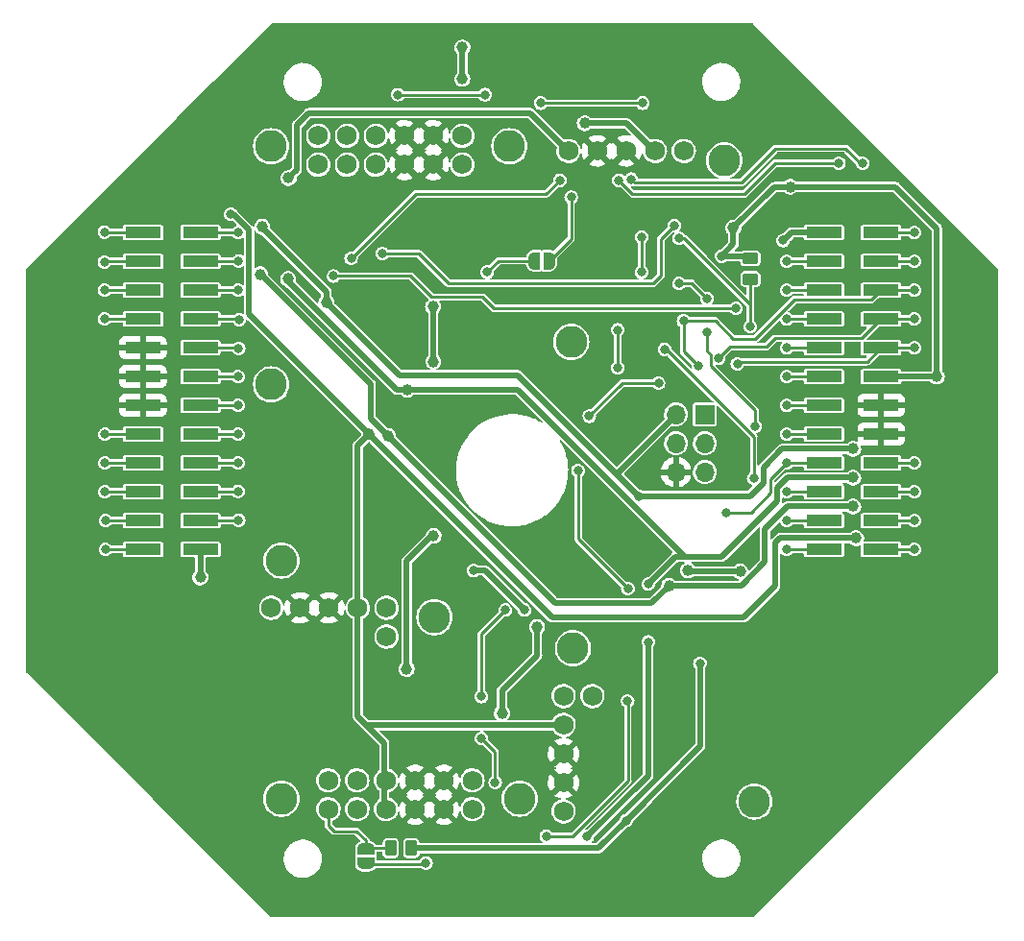
<source format=gbr>
%TF.GenerationSoftware,KiCad,Pcbnew,6.0.1*%
%TF.CreationDate,2022-02-08T14:41:29-06:00*%
%TF.ProjectId,POWER,504f5745-522e-46b6-9963-61645f706362,rev?*%
%TF.SameCoordinates,Original*%
%TF.FileFunction,Copper,L2,Bot*%
%TF.FilePolarity,Positive*%
%FSLAX46Y46*%
G04 Gerber Fmt 4.6, Leading zero omitted, Abs format (unit mm)*
G04 Created by KiCad (PCBNEW 6.0.1) date 2022-02-08 14:41:29*
%MOMM*%
%LPD*%
G01*
G04 APERTURE LIST*
G04 Aperture macros list*
%AMRoundRect*
0 Rectangle with rounded corners*
0 $1 Rounding radius*
0 $2 $3 $4 $5 $6 $7 $8 $9 X,Y pos of 4 corners*
0 Add a 4 corners polygon primitive as box body*
4,1,4,$2,$3,$4,$5,$6,$7,$8,$9,$2,$3,0*
0 Add four circle primitives for the rounded corners*
1,1,$1+$1,$2,$3*
1,1,$1+$1,$4,$5*
1,1,$1+$1,$6,$7*
1,1,$1+$1,$8,$9*
0 Add four rect primitives between the rounded corners*
20,1,$1+$1,$2,$3,$4,$5,0*
20,1,$1+$1,$4,$5,$6,$7,0*
20,1,$1+$1,$6,$7,$8,$9,0*
20,1,$1+$1,$8,$9,$2,$3,0*%
%AMFreePoly0*
4,1,22,0.500000,-0.750000,0.000000,-0.750000,0.000000,-0.745033,-0.079941,-0.743568,-0.215256,-0.701293,-0.333266,-0.622738,-0.424486,-0.514219,-0.481581,-0.384460,-0.499164,-0.250000,-0.500000,-0.250000,-0.500000,0.250000,-0.499164,0.250000,-0.499963,0.256109,-0.478152,0.396186,-0.417904,0.524511,-0.324060,0.630769,-0.204165,0.706417,-0.067858,0.745374,0.000000,0.744959,0.000000,0.750000,
0.500000,0.750000,0.500000,-0.750000,0.500000,-0.750000,$1*%
%AMFreePoly1*
4,1,20,0.000000,0.744959,0.073905,0.744508,0.209726,0.703889,0.328688,0.626782,0.421226,0.519385,0.479903,0.390333,0.500000,0.250000,0.500000,-0.250000,0.499851,-0.262216,0.476331,-0.402017,0.414519,-0.529596,0.319384,-0.634700,0.198574,-0.708877,0.061801,-0.746166,0.000000,-0.745033,0.000000,-0.750000,-0.500000,-0.750000,-0.500000,0.750000,0.000000,0.750000,0.000000,0.744959,
0.000000,0.744959,$1*%
G04 Aperture macros list end*
%TA.AperFunction,WasherPad*%
%ADD10C,2.800000*%
%TD*%
%TA.AperFunction,ComponentPad*%
%ADD11C,1.750000*%
%TD*%
%TA.AperFunction,ComponentPad*%
%ADD12R,1.700000X1.700000*%
%TD*%
%TA.AperFunction,ComponentPad*%
%ADD13O,1.700000X1.700000*%
%TD*%
%TA.AperFunction,SMDPad,CuDef*%
%ADD14R,3.150000X1.000000*%
%TD*%
%TA.AperFunction,SMDPad,CuDef*%
%ADD15RoundRect,0.250000X-0.450000X0.262500X-0.450000X-0.262500X0.450000X-0.262500X0.450000X0.262500X0*%
%TD*%
%TA.AperFunction,SMDPad,CuDef*%
%ADD16FreePoly0,0.000000*%
%TD*%
%TA.AperFunction,SMDPad,CuDef*%
%ADD17FreePoly1,0.000000*%
%TD*%
%TA.AperFunction,SMDPad,CuDef*%
%ADD18FreePoly0,270.000000*%
%TD*%
%TA.AperFunction,SMDPad,CuDef*%
%ADD19FreePoly1,270.000000*%
%TD*%
%TA.AperFunction,SMDPad,CuDef*%
%ADD20RoundRect,0.250000X-0.262500X-0.450000X0.262500X-0.450000X0.262500X0.450000X-0.262500X0.450000X0*%
%TD*%
%TA.AperFunction,ViaPad*%
%ADD21C,0.800000*%
%TD*%
%TA.AperFunction,ViaPad*%
%ADD22C,1.000000*%
%TD*%
%TA.AperFunction,Conductor*%
%ADD23C,0.250000*%
%TD*%
%TA.AperFunction,Conductor*%
%ADD24C,0.500000*%
%TD*%
G04 APERTURE END LIST*
D10*
%TO.P,U7,*%
%TO.N,*%
X83000000Y-115650000D03*
X96500000Y-99650000D03*
D11*
%TO.P,U7,1,EN*%
%TO.N,Net-(JP6-Pad1)*%
X92920000Y-98820000D03*
%TO.P,U7,2,VIN*%
%TO.N,VBAT*%
X90380000Y-98820000D03*
%TO.P,U7,3,GND*%
%TO.N,GND*%
X87840000Y-98820000D03*
%TO.P,U7,4,GND*%
X85300000Y-98820000D03*
%TO.P,U7,5,OUT*%
%TO.N,5V*%
X82760000Y-98820000D03*
%TD*%
D10*
%TO.P,U5,*%
%TO.N,*%
X83160000Y-142670000D03*
X99160000Y-156170000D03*
D11*
%TO.P,U5,1,EN*%
%TO.N,Net-(JP4-Pad1)*%
X82330000Y-146890000D03*
%TO.P,U5,2,VIN*%
%TO.N,VBAT*%
X82330000Y-149430000D03*
%TO.P,U5,3,GND*%
%TO.N,GND*%
X82330000Y-151970000D03*
%TO.P,U5,4,GND*%
X82330000Y-154510000D03*
%TO.P,U5,5,OUT*%
%TO.N,9V*%
X82330000Y-157050000D03*
%TO.P,U5,6,PG*%
%TO.N,unconnected-(U5-Pad6)*%
X84870000Y-146890000D03*
%TD*%
D10*
%TO.P,U6,*%
%TO.N,*%
X57450000Y-155930000D03*
X70950000Y-139930000D03*
D11*
%TO.P,U6,1,EN*%
%TO.N,Net-(JP5-Pad1)*%
X66730000Y-139100000D03*
%TO.P,U6,2,VIN*%
%TO.N,VBAT*%
X64190000Y-139100000D03*
%TO.P,U6,3,GND*%
%TO.N,GND*%
X61650000Y-139100000D03*
%TO.P,U6,4,GND*%
X59110000Y-139100000D03*
%TO.P,U6,5,OUT*%
%TO.N,3V3*%
X56570000Y-139100000D03*
%TO.P,U6,6,PG*%
%TO.N,unconnected-(U6-Pad6)*%
X66730000Y-141640000D03*
%TD*%
D10*
%TO.P,U4,*%
%TO.N,*%
X77556000Y-98408600D03*
X56556000Y-98408600D03*
X56556000Y-119408600D03*
D11*
%TO.P,U4,1,PG*%
%TO.N,unconnected-(U4-Pad1)*%
X60706000Y-100018600D03*
%TO.P,U4,2,VRP*%
%TO.N,unconnected-(U4-Pad2)*%
X63246000Y-100018600D03*
%TO.P,U4,3,VIN*%
%TO.N,VBAT*%
X65786000Y-100018600D03*
%TO.P,U4,4,GND*%
%TO.N,GND*%
X68326000Y-100018600D03*
%TO.P,U4,5,GND*%
X70866000Y-100018600D03*
%TO.P,U4,6,VOUT*%
%TO.N,6V_AC_SERVO2*%
X73406000Y-100018600D03*
%TO.P,U4,7,EN*%
%TO.N,Net-(JP3-Pad1)*%
X60706000Y-97478600D03*
%TO.P,U4,8,VRP*%
%TO.N,unconnected-(U4-Pad8)*%
X63246000Y-97478600D03*
%TO.P,U4,9,VIN*%
%TO.N,VBAT*%
X65786000Y-97478600D03*
%TO.P,U4,10,GND*%
%TO.N,GND*%
X68326000Y-97478600D03*
%TO.P,U4,11,GND*%
X70866000Y-97478600D03*
%TO.P,U4,12,VOUT*%
%TO.N,6V_AC_SERVO2*%
X73406000Y-97478600D03*
%TD*%
D12*
%TO.P,J5,1,Pin_1*%
%TO.N,/AVR_MISO*%
X94781000Y-122055000D03*
D13*
%TO.P,J5,2,Pin_2*%
%TO.N,3V3*%
X92241000Y-122055000D03*
%TO.P,J5,3,Pin_3*%
%TO.N,/AVR_SCK*%
X94781000Y-124595000D03*
%TO.P,J5,4,Pin_4*%
%TO.N,/AVR_MOSI*%
X92241000Y-124595000D03*
%TO.P,J5,5,Pin_5*%
%TO.N,/AVR_RST*%
X94781000Y-127135000D03*
%TO.P,J5,6,Pin_6*%
%TO.N,GND*%
X92241000Y-127135000D03*
%TD*%
D14*
%TO.P,J2,1,Pin_1*%
%TO.N,/B2B_UART_SDI*%
X105266000Y-133950000D03*
%TO.P,J2,2,Pin_2*%
%TO.N,VBAT*%
X110316000Y-133950000D03*
%TO.P,J2,3,Pin_3*%
%TO.N,/B2B_UART_SDO*%
X105266000Y-131410000D03*
%TO.P,J2,4,Pin_4*%
%TO.N,9V*%
X110316000Y-131410000D03*
%TO.P,J2,5,Pin_5*%
%TO.N,/TELEM_CS*%
X105266000Y-128870000D03*
%TO.P,J2,6,Pin_6*%
%TO.N,5V*%
X110316000Y-128870000D03*
%TO.P,J2,7,Pin_7*%
%TO.N,/TELEM_INT*%
X105266000Y-126330000D03*
%TO.P,J2,8,Pin_8*%
%TO.N,3V3*%
X110316000Y-126330000D03*
%TO.P,J2,9,Pin_9*%
%TO.N,/TELEM_RST*%
X105266000Y-123790000D03*
%TO.P,J2,10,Pin_10*%
%TO.N,GND*%
X110316000Y-123790000D03*
%TO.P,J2,11,Pin_11*%
%TO.N,/POWER_STATE*%
X105266000Y-121250000D03*
%TO.P,J2,12,Pin_12*%
%TO.N,GND*%
X110316000Y-121250000D03*
%TO.P,J2,13,Pin_13*%
%TO.N,/POWER_RESET*%
X105266000Y-118710000D03*
%TO.P,J2,14,Pin_14*%
%TO.N,3V3*%
X110316000Y-118710000D03*
%TO.P,J2,15,Pin_15*%
%TO.N,/TELEM_GPIO_1*%
X105266000Y-116170000D03*
%TO.P,J2,16,Pin_16*%
%TO.N,/AVR_SCK*%
X110316000Y-116170000D03*
%TO.P,J2,17,Pin_17*%
%TO.N,/TELEM_GPIO_2*%
X105266000Y-113630000D03*
%TO.P,J2,18,Pin_18*%
%TO.N,/AVR_MOSI*%
X110316000Y-113630000D03*
%TO.P,J2,19,Pin_19*%
%TO.N,/TELEM_GPIO_3*%
X105266000Y-111090000D03*
%TO.P,J2,20,Pin_20*%
%TO.N,/AVR_MISO*%
X110316000Y-111090000D03*
%TO.P,J2,21,Pin_21*%
%TO.N,/TELEM_GPIO_4*%
X105266000Y-108550000D03*
%TO.P,J2,22,Pin_22*%
%TO.N,/B2B_I2C_SCL*%
X110316000Y-108550000D03*
%TO.P,J2,23,Pin_23*%
%TO.N,6V_AC_SERVO1*%
X105266000Y-106010000D03*
%TO.P,J2,24,Pin_24*%
%TO.N,/B2B_I2C_SDA*%
X110316000Y-106010000D03*
%TD*%
%TO.P,J4,1,Pin_1*%
%TO.N,/B2B_GPIO_10*%
X50316000Y-106010000D03*
%TO.P,J4,2,Pin_2*%
%TO.N,VBAT*%
X45266000Y-106010000D03*
%TO.P,J4,3,Pin_3*%
%TO.N,/B2B_GPIO_11*%
X50316000Y-108550000D03*
%TO.P,J4,4,Pin_4*%
%TO.N,9V*%
X45266000Y-108550000D03*
%TO.P,J4,5,Pin_5*%
%TO.N,/B2B_GPIO_12*%
X50316000Y-111090000D03*
%TO.P,J4,6,Pin_6*%
%TO.N,5V*%
X45266000Y-111090000D03*
%TO.P,J4,7,Pin_7*%
%TO.N,/B2B_GPIO_13*%
X50316000Y-113630000D03*
%TO.P,J4,8,Pin_8*%
%TO.N,3V3*%
X45266000Y-113630000D03*
%TO.P,J4,9,Pin_9*%
%TO.N,/B2B_GPIO_14*%
X50316000Y-116170000D03*
%TO.P,J4,10,Pin_10*%
%TO.N,GND*%
X45266000Y-116170000D03*
%TO.P,J4,11,Pin_11*%
%TO.N,/B2B_GPIO_15*%
X50316000Y-118710000D03*
%TO.P,J4,12,Pin_12*%
%TO.N,GND*%
X45266000Y-118710000D03*
%TO.P,J4,13,Pin_13*%
%TO.N,/B2B_GPIO_16*%
X50316000Y-121250000D03*
%TO.P,J4,14,Pin_14*%
%TO.N,GND*%
X45266000Y-121250000D03*
%TO.P,J4,15,Pin_15*%
%TO.N,/B2B_GPIO_17*%
X50316000Y-123790000D03*
%TO.P,J4,16,Pin_16*%
%TO.N,/TELEM_GPIO_5*%
X45266000Y-123790000D03*
%TO.P,J4,17,Pin_17*%
%TO.N,/B2B_GPIO_18*%
X50316000Y-126330000D03*
%TO.P,J4,18,Pin_18*%
%TO.N,/B2B_GPIO_6*%
X45266000Y-126330000D03*
%TO.P,J4,19,Pin_19*%
%TO.N,/B2B_GPIO_19*%
X50316000Y-128870000D03*
%TO.P,J4,20,Pin_20*%
%TO.N,/B2B_GPIO_7*%
X45266000Y-128870000D03*
%TO.P,J4,21,Pin_21*%
%TO.N,/B2B_GPIO_20*%
X50316000Y-131410000D03*
%TO.P,J4,22,Pin_22*%
%TO.N,/B2B_GPIO_8*%
X45266000Y-131410000D03*
%TO.P,J4,23,Pin_23*%
%TO.N,6V_AC_SERVO2*%
X50316000Y-133950000D03*
%TO.P,J4,24,Pin_24*%
%TO.N,/B2B_GPIO_9*%
X45266000Y-133950000D03*
%TD*%
D15*
%TO.P,R18,1*%
%TO.N,3V3*%
X98800000Y-108287500D03*
%TO.P,R18,2*%
%TO.N,/AVR_RST*%
X98800000Y-110112500D03*
%TD*%
D16*
%TO.P,JP5,1,A*%
%TO.N,Net-(JP5-Pad1)*%
X79750000Y-108500000D03*
D17*
%TO.P,JP5,2,B*%
%TO.N,/3V3_EN*%
X81050000Y-108500000D03*
%TD*%
D10*
%TO.P,U3,*%
%TO.N,*%
X57460000Y-155930000D03*
X57460000Y-134930000D03*
X78460000Y-155930000D03*
D11*
%TO.P,U3,1,PG*%
%TO.N,unconnected-(U3-Pad1)*%
X61610000Y-154320000D03*
%TO.P,U3,2,VRP*%
%TO.N,unconnected-(U3-Pad2)*%
X64150000Y-154320000D03*
%TO.P,U3,3,VIN*%
%TO.N,VBAT*%
X66690000Y-154320000D03*
%TO.P,U3,4,GND*%
%TO.N,GND*%
X69230000Y-154320000D03*
%TO.P,U3,5,GND*%
X71770000Y-154320000D03*
%TO.P,U3,6,VOUT*%
%TO.N,6V_AC_SERVO1*%
X74310000Y-154320000D03*
%TO.P,U3,7,EN*%
%TO.N,Net-(JP2-Pad1)*%
X61610000Y-156860000D03*
%TO.P,U3,8,VRP*%
%TO.N,unconnected-(U3-Pad8)*%
X64150000Y-156860000D03*
%TO.P,U3,9,VIN*%
%TO.N,VBAT*%
X66690000Y-156860000D03*
%TO.P,U3,10,GND*%
%TO.N,GND*%
X69230000Y-156860000D03*
%TO.P,U3,11,GND*%
X71770000Y-156860000D03*
%TO.P,U3,12,VOUT*%
%TO.N,6V_AC_SERVO1*%
X74310000Y-156860000D03*
%TD*%
D18*
%TO.P,JP2,1,A*%
%TO.N,Net-(JP2-Pad1)*%
X64900000Y-160350000D03*
D19*
%TO.P,JP2,2,B*%
%TO.N,/6V_AC_SERVO1_EN*%
X64900000Y-161650000D03*
%TD*%
D20*
%TO.P,R14,1*%
%TO.N,Net-(JP2-Pad1)*%
X67087500Y-160300000D03*
%TO.P,R14,2*%
%TO.N,3V3*%
X68912500Y-160300000D03*
%TD*%
D21*
%TO.N,GND*%
X91700000Y-107500000D03*
%TO.N,/AVR_MISO*%
X94200000Y-117800000D03*
%TO.N,/AVR_MOSI*%
X96000000Y-117100000D03*
%TO.N,/AVR_SCK*%
X97645500Y-117585500D03*
%TO.N,/AVR_MISO*%
X92900000Y-113800000D03*
%TO.N,/TELEM_GPIO_1*%
X102001000Y-116170000D03*
%TO.N,GND*%
X52760000Y-99800000D03*
X82363000Y-131298000D03*
X99200000Y-134200000D03*
X73530000Y-115330000D03*
X41859200Y-121259600D03*
X70960000Y-144840000D03*
X72711000Y-123424000D03*
X70970000Y-105120000D03*
X116730000Y-128210000D03*
X88680000Y-133350000D03*
X54120000Y-138030000D03*
X62200000Y-134400000D03*
X41859200Y-118668800D03*
X101490000Y-93210000D03*
X61250000Y-150860000D03*
X66000000Y-132200000D03*
X94890000Y-154910000D03*
X41859200Y-116179600D03*
X57520000Y-126470000D03*
X86610000Y-143220000D03*
%TO.N,/TELEM_GPIO_2*%
X102001000Y-113630000D03*
%TO.N,/TELEM_GPIO_3*%
X102001000Y-111090000D03*
%TO.N,3V3*%
X74400000Y-135800000D03*
X113244000Y-126330000D03*
D22*
X115229000Y-118711000D03*
X55778400Y-105511600D03*
D21*
X78900000Y-139300000D03*
D22*
X61429000Y-112142000D03*
X97300000Y-105600000D03*
X107863000Y-125080000D03*
X102310000Y-101980000D03*
D21*
X94350000Y-144000000D03*
X88950500Y-129249500D03*
X41859200Y-113639600D03*
X87840000Y-157860000D03*
X96260000Y-108090000D03*
%TO.N,/TELEM_GPIO_4*%
X102001000Y-108550000D03*
%TO.N,/TELEM_GPIO_5*%
X41910000Y-123799600D03*
%TO.N,/B2B_GPIO_6*%
X41910000Y-126339600D03*
%TO.N,/B2B_I2C_SDA*%
X113244000Y-106010000D03*
%TO.N,/B2B_GPIO_7*%
X41910000Y-128879600D03*
%TO.N,/B2B_I2C_SCL*%
X113244000Y-108550000D03*
%TO.N,/B2B_GPIO_8*%
X41960800Y-131419600D03*
%TO.N,/AVR_SCK*%
X113244000Y-116170000D03*
%TO.N,/B2B_GPIO_9*%
X41960800Y-133959600D03*
%TO.N,/AVR_MISO*%
X113244000Y-111090000D03*
%TO.N,/B2B_GPIO_10*%
X53644800Y-106019600D03*
%TO.N,/AVR_MOSI*%
X113244000Y-113630000D03*
%TO.N,/B2B_GPIO_11*%
X53695600Y-108508800D03*
%TO.N,/B2B_UART_SDI*%
X87200000Y-101400000D03*
X106600000Y-99900000D03*
X102001000Y-133950000D03*
%TO.N,/B2B_UART_SDO*%
X108700000Y-99900000D03*
X102001000Y-131410000D03*
X88300000Y-101300000D03*
%TO.N,/TELEM_CS*%
X91224500Y-116300000D03*
X99090000Y-127680000D03*
X102001000Y-128870000D03*
%TO.N,/TELEM_INT*%
X94990000Y-111830000D03*
X95000000Y-114800000D03*
X89200000Y-106400000D03*
X99200000Y-123100000D03*
X92500000Y-110500000D03*
X89200000Y-109500000D03*
X96700000Y-130700000D03*
X102001000Y-126330000D03*
%TO.N,/TELEM_RST*%
X102001000Y-123790000D03*
%TO.N,/POWER_STATE*%
X102001000Y-121250000D03*
%TO.N,/POWER_RESET*%
X102001000Y-118710000D03*
%TO.N,/B2B_GPIO_12*%
X53644800Y-111099600D03*
%TO.N,/B2B_GPIO_13*%
X53746400Y-113690400D03*
%TO.N,/B2B_GPIO_14*%
X53695600Y-116230400D03*
%TO.N,/B2B_GPIO_15*%
X53644800Y-118719600D03*
%TO.N,/B2B_GPIO_16*%
X53644800Y-121259600D03*
%TO.N,/B2B_GPIO_17*%
X53644800Y-123799600D03*
%TO.N,/B2B_GPIO_18*%
X53644800Y-126339600D03*
%TO.N,/B2B_GPIO_19*%
X53644800Y-128828800D03*
%TO.N,/B2B_GPIO_20*%
X53695600Y-131368800D03*
%TO.N,/LED0*%
X76300000Y-154500000D03*
X75100000Y-150600000D03*
X77200000Y-139300000D03*
X75090000Y-146930000D03*
%TO.N,/LED1*%
X83600000Y-127000000D03*
X90700000Y-119300000D03*
X84600000Y-122200000D03*
X88000000Y-137400000D03*
X87975000Y-147325000D03*
X80800000Y-159230000D03*
%TO.N,VBAT*%
X53000000Y-104400000D03*
D22*
X108117000Y-132954000D03*
D21*
X41859200Y-105968800D03*
D22*
X84200000Y-96380000D03*
D21*
X113244000Y-133950000D03*
D22*
X65192000Y-123779000D03*
%TO.N,9V*%
X107863000Y-130160000D03*
X91640000Y-137160000D03*
X66868500Y-123931500D03*
D21*
X41859200Y-108610400D03*
X113244000Y-131410000D03*
D22*
X55600000Y-109700000D03*
%TO.N,5V*%
X58100000Y-101200000D03*
D21*
X41859200Y-111099600D03*
X89800000Y-137000000D03*
X89790000Y-142110000D03*
X113244000Y-128870000D03*
D22*
X107863000Y-127620000D03*
X58046102Y-110101898D03*
X68568000Y-119868000D03*
D21*
X84420000Y-159280000D03*
%TO.N,/AVR_RST*%
X92500000Y-106500000D03*
X98790000Y-114300000D03*
%TO.N,/6V_AC_SERVO1_EN*%
X87091000Y-117930000D03*
X87100000Y-114600000D03*
X70200000Y-161600000D03*
%TO.N,/3V3_EN*%
X83000000Y-102900000D03*
%TO.N,Net-(JP5-Pad1)*%
X75600000Y-109500000D03*
%TO.N,/5V_EN*%
X80300000Y-94600000D03*
X89300000Y-94600000D03*
%TO.N,/VBAT_MONITOR*%
X97530000Y-112700000D03*
X62055500Y-109844500D03*
%TO.N,/9V_MONITOR*%
X63605500Y-108294500D03*
X82000000Y-101400000D03*
D22*
%TO.N,6V_AC_SERVO1*%
X93300000Y-135800000D03*
X80000000Y-140800000D03*
X97900000Y-135900000D03*
X76900000Y-148400000D03*
D21*
X101685000Y-106715000D03*
D22*
%TO.N,6V_AC_SERVO2*%
X70820000Y-112540000D03*
X73410000Y-92460000D03*
X70850000Y-117390000D03*
X68500000Y-144500000D03*
X50316000Y-136416000D03*
X70880000Y-132760000D03*
X73420000Y-89690000D03*
D21*
%TO.N,/5V_MONITOR*%
X66355500Y-107844500D03*
X92100000Y-105400000D03*
%TO.N,/6V_AC_SERVO2_EN*%
X67740000Y-93850000D03*
X75410000Y-93860000D03*
%TD*%
D23*
%TO.N,/AVR_MISO*%
X92900000Y-113800000D02*
X92900000Y-116500000D01*
X92900000Y-116500000D02*
X94200000Y-117800000D01*
%TO.N,/TELEM_INT*%
X95000000Y-114800000D02*
X95000000Y-116465386D01*
X95000000Y-116465386D02*
X95275489Y-116740875D01*
X95275489Y-116740875D02*
X95275489Y-117775489D01*
X95275489Y-117775489D02*
X99200000Y-121700000D01*
X99200000Y-121700000D02*
X99200000Y-123100000D01*
%TO.N,/AVR_MOSI*%
X97000000Y-116100000D02*
X96000000Y-117100000D01*
X100200000Y-116100000D02*
X97000000Y-116100000D01*
X108600511Y-115345489D02*
X100954511Y-115345489D01*
X110316000Y-113630000D02*
X108600511Y-115345489D01*
X100954511Y-115345489D02*
X100200000Y-116100000D01*
%TO.N,/AVR_SCK*%
X97645500Y-117585500D02*
X97831000Y-117400000D01*
X97831000Y-117400000D02*
X109086000Y-117400000D01*
X109086000Y-117400000D02*
X110316000Y-116170000D01*
%TO.N,/AVR_MISO*%
X95700000Y-113800000D02*
X92900000Y-113800000D01*
X109491489Y-111914511D02*
X102691875Y-111914511D01*
X99206386Y-115400000D02*
X97300000Y-115400000D01*
X110316000Y-111090000D02*
X109491489Y-111914511D01*
X102691875Y-111914511D02*
X99206386Y-115400000D01*
X97300000Y-115400000D02*
X95700000Y-113800000D01*
%TO.N,/TELEM_GPIO_1*%
X105266000Y-116170000D02*
X102001000Y-116170000D01*
%TO.N,GND*%
X45266000Y-116170000D02*
X45266000Y-118710000D01*
X41859200Y-118668800D02*
X41900400Y-118710000D01*
X41868800Y-116170000D02*
X41859200Y-116179600D01*
X45266000Y-118710000D02*
X45266000Y-121250000D01*
X41900400Y-118710000D02*
X45266000Y-118710000D01*
X45266000Y-116170000D02*
X41868800Y-116170000D01*
X41868800Y-121250000D02*
X41859200Y-121259600D01*
X45266000Y-121250000D02*
X41868800Y-121250000D01*
%TO.N,/TELEM_GPIO_2*%
X102001000Y-113630000D02*
X105266000Y-113630000D01*
%TO.N,/TELEM_GPIO_3*%
X105266000Y-111090000D02*
X102001000Y-111090000D01*
D24*
%TO.N,3V3*%
X85400000Y-160300000D02*
X68912500Y-160300000D01*
D23*
X115229000Y-118559000D02*
X115229000Y-118711000D01*
D24*
X74400000Y-135800000D02*
X75400000Y-135800000D01*
X111600000Y-102000000D02*
X115229000Y-105629000D01*
X101600000Y-125080000D02*
X99939511Y-126740489D01*
X99939511Y-128060489D02*
X98750500Y-129249500D01*
X55778400Y-105511600D02*
X55778400Y-105578400D01*
X94375000Y-151325000D02*
X87840000Y-157860000D01*
D23*
X113244000Y-126330000D02*
X110129000Y-126330000D01*
D24*
X78299000Y-118598000D02*
X67885000Y-118598000D01*
X110316000Y-118710000D02*
X115078000Y-118710000D01*
X102330000Y-102000000D02*
X111600000Y-102000000D01*
X75400000Y-135800000D02*
X78900000Y-139300000D01*
X115229000Y-105629000D02*
X115229000Y-118559000D01*
X99939511Y-126740489D02*
X99939511Y-128060489D01*
X92241000Y-122055000D02*
X87061000Y-127235000D01*
X94375000Y-144025000D02*
X94375000Y-151325000D01*
X98800000Y-108287500D02*
X98612500Y-108100000D01*
X97300000Y-107050000D02*
X96260000Y-108090000D01*
X67885000Y-118598000D02*
X61429000Y-112142000D01*
X102290000Y-102000000D02*
X100900000Y-102000000D01*
X96270000Y-108100000D02*
X96260000Y-108090000D01*
D23*
X115078000Y-118710000D02*
X115229000Y-118559000D01*
D24*
X88950500Y-129249500D02*
X86936000Y-127235000D01*
X98750500Y-129249500D02*
X88950500Y-129249500D01*
X100900000Y-102000000D02*
X97300000Y-105600000D01*
X98612500Y-108100000D02*
X96270000Y-108100000D01*
X94350000Y-144000000D02*
X94375000Y-144025000D01*
D23*
X41868800Y-113630000D02*
X45266000Y-113630000D01*
D24*
X97300000Y-105600000D02*
X97300000Y-107050000D01*
X55778400Y-105578400D02*
X61429000Y-111229000D01*
D23*
X41859200Y-113639600D02*
X41868800Y-113630000D01*
X102310000Y-101980000D02*
X102330000Y-102000000D01*
X87061000Y-127235000D02*
X86936000Y-127235000D01*
D24*
X86936000Y-127235000D02*
X78299000Y-118598000D01*
X87840000Y-157860000D02*
X85400000Y-160300000D01*
X107863000Y-125080000D02*
X101600000Y-125080000D01*
X61429000Y-111229000D02*
X61429000Y-112142000D01*
D23*
X102310000Y-101980000D02*
X102290000Y-102000000D01*
%TO.N,/TELEM_GPIO_4*%
X102001000Y-108550000D02*
X105266000Y-108550000D01*
%TO.N,/TELEM_GPIO_5*%
X41919600Y-123790000D02*
X45266000Y-123790000D01*
X41910000Y-123799600D02*
X41919600Y-123790000D01*
%TO.N,/B2B_GPIO_6*%
X41919600Y-126330000D02*
X41910000Y-126339600D01*
X45266000Y-126330000D02*
X41919600Y-126330000D01*
%TO.N,/B2B_I2C_SDA*%
X113244000Y-106010000D02*
X110129000Y-106010000D01*
%TO.N,/B2B_GPIO_7*%
X41910000Y-128879600D02*
X41919600Y-128870000D01*
X41919600Y-128870000D02*
X45266000Y-128870000D01*
%TO.N,/B2B_I2C_SCL*%
X110129000Y-108550000D02*
X113244000Y-108550000D01*
%TO.N,/B2B_GPIO_8*%
X41970400Y-131410000D02*
X41960800Y-131419600D01*
X45266000Y-131410000D02*
X41970400Y-131410000D01*
%TO.N,/AVR_SCK*%
X113244000Y-116170000D02*
X110129000Y-116170000D01*
%TO.N,/B2B_GPIO_9*%
X41970400Y-133950000D02*
X45266000Y-133950000D01*
X41960800Y-133959600D02*
X41970400Y-133950000D01*
%TO.N,/AVR_MISO*%
X113244000Y-111090000D02*
X110129000Y-111090000D01*
%TO.N,/B2B_GPIO_10*%
X50316000Y-106010000D02*
X53635200Y-106010000D01*
X53635200Y-106010000D02*
X53644800Y-106019600D01*
%TO.N,/AVR_MOSI*%
X110129000Y-113630000D02*
X113244000Y-113630000D01*
%TO.N,/B2B_GPIO_11*%
X53695600Y-108508800D02*
X53654400Y-108550000D01*
X53654400Y-108550000D02*
X50316000Y-108550000D01*
%TO.N,/B2B_UART_SDI*%
X101000000Y-99900000D02*
X106600000Y-99900000D01*
X98300000Y-102600000D02*
X101000000Y-99900000D01*
X102001000Y-133950000D02*
X105266000Y-133950000D01*
X88400000Y-102600000D02*
X98300000Y-102600000D01*
X87200000Y-101400000D02*
X88400000Y-102600000D01*
%TO.N,/B2B_UART_SDO*%
X88600000Y-101600000D02*
X98000000Y-101600000D01*
X105266000Y-131410000D02*
X102001000Y-131410000D01*
X108500000Y-99900000D02*
X108700000Y-99900000D01*
X98000000Y-101600000D02*
X101000000Y-98600000D01*
X107200000Y-98600000D02*
X108500000Y-99900000D01*
X101000000Y-98600000D02*
X107200000Y-98600000D01*
X88300000Y-101300000D02*
X88600000Y-101600000D01*
%TO.N,/TELEM_CS*%
X99090000Y-127680000D02*
X99090000Y-124014978D01*
X99090000Y-124014978D02*
X91375022Y-116300000D01*
X91375022Y-116300000D02*
X91100000Y-116300000D01*
X102001000Y-128870000D02*
X105266000Y-128870000D01*
%TO.N,/TELEM_INT*%
X100576969Y-128953031D02*
X98830000Y-130700000D01*
X105266000Y-126330000D02*
X102001000Y-126330000D01*
X101971000Y-126300000D02*
X102001000Y-126330000D01*
X89200000Y-106400000D02*
X89200000Y-109500000D01*
X93660000Y-110500000D02*
X92500000Y-110500000D01*
X100576969Y-127754031D02*
X100576969Y-128953031D01*
X94990000Y-111830000D02*
X93660000Y-110500000D01*
X98830000Y-130700000D02*
X96700000Y-130700000D01*
X102001000Y-126330000D02*
X100576969Y-127754031D01*
%TO.N,/TELEM_RST*%
X102001000Y-123790000D02*
X105266000Y-123790000D01*
%TO.N,/POWER_STATE*%
X105266000Y-121250000D02*
X102001000Y-121250000D01*
%TO.N,/POWER_RESET*%
X102001000Y-118710000D02*
X105266000Y-118710000D01*
%TO.N,/B2B_GPIO_12*%
X53635200Y-111090000D02*
X53644800Y-111099600D01*
X50316000Y-111090000D02*
X53635200Y-111090000D01*
%TO.N,/B2B_GPIO_13*%
X53746400Y-113690400D02*
X53686000Y-113630000D01*
X53686000Y-113630000D02*
X50316000Y-113630000D01*
%TO.N,/B2B_GPIO_14*%
X53695600Y-116230400D02*
X53635200Y-116170000D01*
X53635200Y-116170000D02*
X50316000Y-116170000D01*
%TO.N,/B2B_GPIO_15*%
X53635200Y-118710000D02*
X50316000Y-118710000D01*
X53644800Y-118719600D02*
X53635200Y-118710000D01*
%TO.N,/B2B_GPIO_16*%
X53644800Y-121259600D02*
X53635200Y-121250000D01*
X53635200Y-121250000D02*
X50316000Y-121250000D01*
%TO.N,/B2B_GPIO_17*%
X53635200Y-123790000D02*
X53644800Y-123799600D01*
X50316000Y-123790000D02*
X53635200Y-123790000D01*
%TO.N,/B2B_GPIO_18*%
X53635200Y-126330000D02*
X50316000Y-126330000D01*
X53644800Y-126339600D02*
X53635200Y-126330000D01*
%TO.N,/B2B_GPIO_19*%
X53644800Y-128828800D02*
X53603600Y-128870000D01*
X53603600Y-128870000D02*
X50316000Y-128870000D01*
%TO.N,/B2B_GPIO_20*%
X53654400Y-131410000D02*
X53695600Y-131368800D01*
X50316000Y-131410000D02*
X53654400Y-131410000D01*
%TO.N,/LED0*%
X75090000Y-146930000D02*
X75090000Y-141410000D01*
X76300000Y-154500000D02*
X76300000Y-151800000D01*
X76300000Y-151800000D02*
X75100000Y-150600000D01*
X75090000Y-141410000D02*
X77200000Y-139300000D01*
%TO.N,/LED1*%
X88000000Y-147350000D02*
X88000000Y-154360000D01*
X90700000Y-119300000D02*
X87500000Y-119300000D01*
X83600000Y-127000000D02*
X83600000Y-133000000D01*
X87500000Y-119300000D02*
X84600000Y-122200000D01*
X83600000Y-133000000D02*
X88000000Y-137400000D01*
X88000000Y-154360000D02*
X83130000Y-159230000D01*
X87975000Y-147325000D02*
X88000000Y-147350000D01*
X83130000Y-159230000D02*
X80800000Y-159230000D01*
D24*
%TO.N,VBAT*%
X64190000Y-148679000D02*
X64190000Y-147493600D01*
X108117000Y-132954000D02*
X101402210Y-132954000D01*
X100990000Y-137190000D02*
X98226000Y-139954000D01*
X64961000Y-149450000D02*
X64921000Y-149410000D01*
X100990000Y-133366210D02*
X100990000Y-137190000D01*
X64921000Y-149410000D02*
X66521000Y-151010000D01*
X53000000Y-104400000D02*
X53226591Y-104400000D01*
X82311000Y-149450000D02*
X64961000Y-149450000D01*
X66521000Y-156910000D02*
X66521000Y-154370000D01*
X81367000Y-139954000D02*
X65192000Y-123779000D01*
X64190000Y-124781000D02*
X65192000Y-123779000D01*
D23*
X41859200Y-105968800D02*
X41900400Y-106010000D01*
D24*
X53226591Y-104400000D02*
X54610000Y-105783409D01*
X64921000Y-149410000D02*
X64190000Y-148679000D01*
D23*
X110129000Y-133950000D02*
X113244000Y-133950000D01*
D24*
X87901000Y-96380000D02*
X90321000Y-98800000D01*
X84200000Y-96380000D02*
X87901000Y-96380000D01*
X98226000Y-139954000D02*
X81367000Y-139954000D01*
X54610000Y-113197000D02*
X65192000Y-123779000D01*
D23*
X41900400Y-106010000D02*
X45266000Y-106010000D01*
D24*
X66521000Y-151010000D02*
X66521000Y-154370000D01*
X64190000Y-147493600D02*
X64190000Y-124781000D01*
X54610000Y-105783409D02*
X54610000Y-113197000D01*
X101402210Y-132954000D02*
X100990000Y-133366210D01*
%TO.N,9V*%
X102049609Y-130160000D02*
X100080000Y-132129609D01*
X97990000Y-137160000D02*
X91640000Y-137160000D01*
X65345000Y-119380000D02*
X65345000Y-122408000D01*
X100080000Y-132129609D02*
X100080000Y-135070000D01*
X55665000Y-109700000D02*
X65345000Y-119380000D01*
X100080000Y-135070000D02*
X97990000Y-137160000D01*
D23*
X41919600Y-108550000D02*
X41859200Y-108610400D01*
D24*
X91640000Y-137160000D02*
X90100000Y-138700000D01*
D23*
X113244000Y-131410000D02*
X110129000Y-131410000D01*
D24*
X65345000Y-122408000D02*
X66868500Y-123931500D01*
X107863000Y-130160000D02*
X102049609Y-130160000D01*
X81637000Y-138700000D02*
X66868500Y-123931500D01*
D23*
X45266000Y-108550000D02*
X41919600Y-108550000D01*
D24*
X55600000Y-109700000D02*
X55665000Y-109700000D01*
X90100000Y-138700000D02*
X81637000Y-138700000D01*
%TO.N,5V*%
X102049609Y-127620000D02*
X101151489Y-128518120D01*
X58046102Y-110283102D02*
X67631000Y-119868000D01*
X89800000Y-137000000D02*
X92180000Y-134620000D01*
X58046102Y-110101898D02*
X58046102Y-110283102D01*
X59870000Y-95480000D02*
X79381000Y-95480000D01*
X67631000Y-119868000D02*
X68568000Y-119868000D01*
X89790000Y-153910000D02*
X84420000Y-159280000D01*
X79381000Y-95480000D02*
X82701000Y-98800000D01*
X107863000Y-127620000D02*
X102049609Y-127620000D01*
X58830000Y-100470000D02*
X58830000Y-96520000D01*
X89790000Y-142110000D02*
X89790000Y-153910000D01*
X101151489Y-129738511D02*
X96270000Y-134620000D01*
X101151489Y-128518120D02*
X101151489Y-129738511D01*
X78299000Y-119868000D02*
X93051000Y-134620000D01*
D23*
X45266000Y-111090000D02*
X41868800Y-111090000D01*
D24*
X96270000Y-134620000D02*
X93051000Y-134620000D01*
X92180000Y-134620000D02*
X93051000Y-134620000D01*
X58100000Y-101200000D02*
X58830000Y-100470000D01*
X78299000Y-119868000D02*
X68568000Y-119868000D01*
D23*
X41859200Y-111099600D02*
X41868800Y-111090000D01*
X110129000Y-128870000D02*
X113244000Y-128870000D01*
D24*
X58830000Y-96520000D02*
X59870000Y-95480000D01*
D23*
%TO.N,/AVR_RST*%
X92500000Y-106500000D02*
X92911000Y-106500000D01*
X98791000Y-110121500D02*
X98800000Y-110112500D01*
X98791000Y-112409000D02*
X98791000Y-110121500D01*
X98791000Y-112380000D02*
X98791000Y-112409000D01*
X98790000Y-114300000D02*
X98791000Y-114299000D01*
X92911000Y-106500000D02*
X98791000Y-112380000D01*
X98791000Y-114299000D02*
X98791000Y-112409000D01*
%TO.N,Net-(JP2-Pad1)*%
X64900000Y-159600000D02*
X64900000Y-160350000D01*
X67087500Y-160300000D02*
X64950000Y-160300000D01*
X64950000Y-160300000D02*
X64900000Y-160350000D01*
X62100000Y-158800000D02*
X64100000Y-158800000D01*
X61610000Y-156860000D02*
X61610000Y-158310000D01*
X64100000Y-158800000D02*
X64900000Y-159600000D01*
X61610000Y-158310000D02*
X62100000Y-158800000D01*
%TO.N,/6V_AC_SERVO1_EN*%
X70100000Y-161700000D02*
X64950000Y-161700000D01*
X70200000Y-161600000D02*
X70100000Y-161700000D01*
X87100000Y-117921000D02*
X87091000Y-117930000D01*
X64950000Y-161700000D02*
X64900000Y-161650000D01*
X87100000Y-114600000D02*
X87100000Y-117921000D01*
%TO.N,/3V3_EN*%
X83000000Y-102900000D02*
X83000000Y-106550000D01*
X83000000Y-106550000D02*
X81050000Y-108500000D01*
%TO.N,Net-(JP5-Pad1)*%
X76600000Y-108500000D02*
X75600000Y-109500000D01*
X79750000Y-108500000D02*
X76600000Y-108500000D01*
%TO.N,/5V_EN*%
X80300000Y-94600000D02*
X89300000Y-94600000D01*
%TO.N,/VBAT_MONITOR*%
X75200000Y-111700000D02*
X70700000Y-111700000D01*
X76200000Y-112700000D02*
X75200000Y-111700000D01*
X70700000Y-111700000D02*
X68844500Y-109844500D01*
X68844500Y-109844500D02*
X62055500Y-109844500D01*
X97530000Y-112700000D02*
X76200000Y-112700000D01*
%TO.N,/9V_MONITOR*%
X80780489Y-102619511D02*
X82000000Y-101400000D01*
X63605500Y-108294500D02*
X69280489Y-102619511D01*
X69280489Y-102619511D02*
X80780489Y-102619511D01*
D24*
%TO.N,6V_AC_SERVO1*%
X76900000Y-148400000D02*
X76900000Y-146400000D01*
X80000000Y-143300000D02*
X80000000Y-140800000D01*
X102390000Y-106010000D02*
X101750000Y-106650000D01*
X93400000Y-135900000D02*
X97900000Y-135900000D01*
X76900000Y-146400000D02*
X80000000Y-143300000D01*
X93300000Y-135800000D02*
X93400000Y-135900000D01*
X105266000Y-106010000D02*
X102390000Y-106010000D01*
%TO.N,6V_AC_SERVO2*%
X73420000Y-89690000D02*
X73420000Y-92450000D01*
X73420000Y-92450000D02*
X73410000Y-92460000D01*
X50316000Y-133950000D02*
X50316000Y-136416000D01*
X70880000Y-132760000D02*
X70710000Y-132760000D01*
X68500000Y-134970000D02*
X68500000Y-144500000D01*
X70820000Y-112540000D02*
X70840000Y-112560000D01*
X70710000Y-132760000D02*
X68500000Y-134970000D01*
X70840000Y-112560000D02*
X70840000Y-117380000D01*
X70840000Y-117380000D02*
X70850000Y-117390000D01*
D23*
%TO.N,/5V_MONITOR*%
X69544500Y-107844500D02*
X66355500Y-107844500D01*
X90900000Y-106600000D02*
X90900000Y-109804500D01*
X72200000Y-110500000D02*
X69544500Y-107844500D01*
X90900000Y-109804500D02*
X90204500Y-110500000D01*
X90204500Y-110500000D02*
X72200000Y-110500000D01*
X92100000Y-105400000D02*
X90900000Y-106600000D01*
%TO.N,/6V_AC_SERVO2_EN*%
X75400000Y-93850000D02*
X67740000Y-93850000D01*
X75410000Y-93860000D02*
X75400000Y-93850000D01*
%TD*%
%TA.AperFunction,Conductor*%
%TO.N,GND*%
G36*
X99043198Y-87598769D02*
G01*
X107368101Y-95932481D01*
X120617593Y-109195992D01*
X120630394Y-109208807D01*
X120649115Y-109254038D01*
X120649115Y-144705963D01*
X120630394Y-144751194D01*
X109176631Y-156217077D01*
X99043199Y-166361231D01*
X98997920Y-166380000D01*
X56584081Y-166380000D01*
X56538802Y-166361231D01*
X51366225Y-161183181D01*
X57664330Y-161183181D01*
X57664782Y-161192588D01*
X57676311Y-161432597D01*
X57676775Y-161434929D01*
X57676775Y-161434930D01*
X57719937Y-161651920D01*
X57725025Y-161677501D01*
X57725825Y-161679728D01*
X57725826Y-161679733D01*
X57771035Y-161805649D01*
X57809404Y-161912516D01*
X57927593Y-162132477D01*
X57929014Y-162134380D01*
X57929016Y-162134383D01*
X57982258Y-162205682D01*
X58076996Y-162332552D01*
X58254332Y-162508346D01*
X58256249Y-162509752D01*
X58256253Y-162509755D01*
X58310296Y-162549381D01*
X58455703Y-162655998D01*
X58676687Y-162772263D01*
X58678916Y-162773041D01*
X58678922Y-162773044D01*
X58811305Y-162819274D01*
X58912429Y-162854588D01*
X58914762Y-162855031D01*
X58914766Y-162855032D01*
X59020124Y-162875034D01*
X59157749Y-162901163D01*
X59160112Y-162901256D01*
X59160113Y-162901256D01*
X59404892Y-162910874D01*
X59404893Y-162910874D01*
X59407260Y-162910967D01*
X59447967Y-162906509D01*
X59653117Y-162884041D01*
X59653123Y-162884040D01*
X59655478Y-162883782D01*
X59896952Y-162820208D01*
X60126377Y-162721639D01*
X60248899Y-162645820D01*
X60336699Y-162591488D01*
X60336702Y-162591486D01*
X60338712Y-162590242D01*
X60529294Y-162428903D01*
X60693934Y-162241166D01*
X60829017Y-162031157D01*
X60931574Y-161803487D01*
X60999354Y-161563159D01*
X61015964Y-161432597D01*
X61030664Y-161317044D01*
X61030665Y-161317036D01*
X61030866Y-161315453D01*
X61031345Y-161297159D01*
X61033133Y-161228897D01*
X61033133Y-161228891D01*
X61033175Y-161227282D01*
X61014670Y-160978266D01*
X61011543Y-160964444D01*
X60981457Y-160831486D01*
X60959561Y-160734720D01*
X60932167Y-160664275D01*
X60895920Y-160571067D01*
X60869059Y-160501995D01*
X60867883Y-160499938D01*
X60867880Y-160499931D01*
X60746327Y-160287258D01*
X60745153Y-160285204D01*
X60669123Y-160188760D01*
X60592038Y-160090979D01*
X60590563Y-160089108D01*
X60408687Y-159918016D01*
X60406733Y-159916661D01*
X60406730Y-159916658D01*
X60258149Y-159813584D01*
X60203519Y-159775686D01*
X59979568Y-159665245D01*
X59960949Y-159659285D01*
X59744022Y-159589846D01*
X59744014Y-159589844D01*
X59741752Y-159589120D01*
X59655770Y-159575117D01*
X59497632Y-159549362D01*
X59497626Y-159549361D01*
X59495296Y-159548982D01*
X59492931Y-159548951D01*
X59270056Y-159546033D01*
X59245615Y-159545713D01*
X59243264Y-159546033D01*
X59243263Y-159546033D01*
X59000556Y-159579064D01*
X59000551Y-159579065D01*
X58998193Y-159579386D01*
X58995906Y-159580053D01*
X58995904Y-159580053D01*
X58760747Y-159648595D01*
X58760745Y-159648596D01*
X58758466Y-159649260D01*
X58531700Y-159753801D01*
X58496256Y-159777039D01*
X58324862Y-159889409D01*
X58324857Y-159889413D01*
X58322877Y-159890711D01*
X58321111Y-159892287D01*
X58321106Y-159892291D01*
X58262441Y-159944652D01*
X58136584Y-160056983D01*
X58135067Y-160058806D01*
X58135065Y-160058809D01*
X58109866Y-160089108D01*
X57976915Y-160248965D01*
X57975682Y-160250997D01*
X57975677Y-160251004D01*
X57909006Y-160360876D01*
X57847376Y-160462439D01*
X57846458Y-160464628D01*
X57846456Y-160464632D01*
X57751730Y-160690527D01*
X57751728Y-160690533D01*
X57750813Y-160692715D01*
X57750229Y-160695015D01*
X57692571Y-160922046D01*
X57689348Y-160934735D01*
X57664330Y-161183181D01*
X51366225Y-161183181D01*
X46566553Y-156378430D01*
X46118597Y-155930000D01*
X55844551Y-155930000D01*
X55864317Y-156181148D01*
X55864902Y-156183587D01*
X55864903Y-156183590D01*
X55885511Y-156269428D01*
X55923127Y-156426111D01*
X56019534Y-156658859D01*
X56020846Y-156661000D01*
X56020847Y-156661002D01*
X56138606Y-156853166D01*
X56151164Y-156873659D01*
X56314776Y-157065224D01*
X56506341Y-157228836D01*
X56508489Y-157230152D01*
X56508490Y-157230153D01*
X56684508Y-157338017D01*
X56721141Y-157360466D01*
X56953889Y-157456873D01*
X56956330Y-157457459D01*
X56956333Y-157457460D01*
X57196410Y-157515097D01*
X57196413Y-157515098D01*
X57198852Y-157515683D01*
X57259856Y-157520484D01*
X57447494Y-157535252D01*
X57447497Y-157535252D01*
X57450000Y-157535449D01*
X57452508Y-157535251D01*
X57457492Y-157535251D01*
X57460000Y-157535449D01*
X57462503Y-157535252D01*
X57462506Y-157535252D01*
X57650144Y-157520484D01*
X57711148Y-157515683D01*
X57713587Y-157515098D01*
X57713590Y-157515097D01*
X57953667Y-157457460D01*
X57953670Y-157457459D01*
X57956111Y-157456873D01*
X58188859Y-157360466D01*
X58225493Y-157338017D01*
X58401510Y-157230153D01*
X58401511Y-157230152D01*
X58403659Y-157228836D01*
X58595224Y-157065224D01*
X58758836Y-156873659D01*
X58771394Y-156853166D01*
X58784533Y-156831726D01*
X60530262Y-156831726D01*
X60543190Y-157028966D01*
X60543911Y-157031803D01*
X60543911Y-157031806D01*
X60549241Y-157052793D01*
X60591845Y-157220547D01*
X60593073Y-157223210D01*
X60593073Y-157223211D01*
X60655743Y-157359153D01*
X60674599Y-157400054D01*
X60788679Y-157561474D01*
X60790777Y-157563518D01*
X60790778Y-157563519D01*
X60828705Y-157600466D01*
X60930266Y-157699402D01*
X61094617Y-157809217D01*
X61097308Y-157810373D01*
X61097317Y-157810378D01*
X61245764Y-157874157D01*
X61279944Y-157909244D01*
X61284500Y-157932959D01*
X61284500Y-158292997D01*
X61284256Y-158298575D01*
X61280736Y-158338807D01*
X61291194Y-158377834D01*
X61292399Y-158383272D01*
X61299412Y-158423045D01*
X61302212Y-158427896D01*
X61302213Y-158427897D01*
X61302471Y-158428344D01*
X61308862Y-158443773D01*
X61310446Y-158449684D01*
X61313655Y-158454267D01*
X61313656Y-158454269D01*
X61333611Y-158482766D01*
X61336611Y-158487475D01*
X61356806Y-158522455D01*
X61361094Y-158526053D01*
X61387752Y-158548422D01*
X61391868Y-158552194D01*
X61857813Y-159018139D01*
X61861585Y-159022256D01*
X61887545Y-159053194D01*
X61892395Y-159055994D01*
X61922523Y-159073388D01*
X61927234Y-159076389D01*
X61955731Y-159096344D01*
X61955733Y-159096345D01*
X61960316Y-159099554D01*
X61966227Y-159101138D01*
X61981656Y-159107529D01*
X61982103Y-159107787D01*
X61982104Y-159107788D01*
X61986955Y-159110588D01*
X61992471Y-159111560D01*
X61992472Y-159111561D01*
X62015384Y-159115601D01*
X62026728Y-159117601D01*
X62032166Y-159118806D01*
X62071193Y-159129264D01*
X62076774Y-159128776D01*
X62076776Y-159128776D01*
X62111429Y-159125744D01*
X62117007Y-159125500D01*
X63938664Y-159125500D01*
X63983919Y-159144245D01*
X64424141Y-159584467D01*
X64442886Y-159629722D01*
X64424141Y-159674977D01*
X64404662Y-159688302D01*
X64366816Y-159704955D01*
X64300730Y-159734034D01*
X64251524Y-159764662D01*
X64141889Y-159856819D01*
X64140369Y-159858519D01*
X64140367Y-159858521D01*
X64110174Y-159892291D01*
X64103255Y-159900029D01*
X64023892Y-160019254D01*
X63998939Y-160071569D01*
X63956229Y-160208275D01*
X63955866Y-160210515D01*
X63955865Y-160210520D01*
X63949639Y-160248965D01*
X63946962Y-160265490D01*
X63946920Y-160267756D01*
X63946920Y-160267761D01*
X63945213Y-160360876D01*
X63944337Y-160408689D01*
X63944619Y-160410950D01*
X63944619Y-160410957D01*
X63945081Y-160414664D01*
X63945572Y-160422573D01*
X63945572Y-160850000D01*
X63961133Y-160928231D01*
X63964636Y-160933473D01*
X63964637Y-160933476D01*
X63985329Y-160964444D01*
X63994885Y-161012486D01*
X63985329Y-161035556D01*
X63964637Y-161066524D01*
X63964636Y-161066527D01*
X63961133Y-161071769D01*
X63945572Y-161150000D01*
X63945572Y-161640745D01*
X63945561Y-161641918D01*
X63944337Y-161708689D01*
X63951502Y-161766208D01*
X63989175Y-161904388D01*
X64012194Y-161957581D01*
X64087134Y-162079633D01*
X64124157Y-162124228D01*
X64230341Y-162220342D01*
X64278395Y-162252755D01*
X64280447Y-162253749D01*
X64400414Y-162311872D01*
X64407287Y-162315202D01*
X64422293Y-162319991D01*
X64460338Y-162332133D01*
X64460341Y-162332134D01*
X64462504Y-162332824D01*
X64464742Y-162333201D01*
X64464744Y-162333201D01*
X64484734Y-162336564D01*
X64603742Y-162356586D01*
X64604971Y-162356696D01*
X64604977Y-162356697D01*
X64619911Y-162358036D01*
X64635157Y-162359404D01*
X64638353Y-162359443D01*
X64646257Y-162359540D01*
X64646262Y-162359540D01*
X64647499Y-162359555D01*
X64648725Y-162359475D01*
X64648732Y-162359475D01*
X64663240Y-162358530D01*
X64678981Y-162357505D01*
X64695956Y-162355074D01*
X64705029Y-162354428D01*
X65085569Y-162354428D01*
X65096188Y-162355315D01*
X65103742Y-162356586D01*
X65104971Y-162356696D01*
X65104977Y-162356697D01*
X65119911Y-162358036D01*
X65135157Y-162359404D01*
X65138353Y-162359443D01*
X65146257Y-162359540D01*
X65146262Y-162359540D01*
X65147499Y-162359555D01*
X65148725Y-162359475D01*
X65148732Y-162359475D01*
X65163240Y-162358530D01*
X65178981Y-162357505D01*
X65320758Y-162337201D01*
X65322932Y-162336565D01*
X65322938Y-162336564D01*
X65374206Y-162321572D01*
X65374210Y-162321570D01*
X65376390Y-162320933D01*
X65506769Y-162261653D01*
X65522680Y-162251478D01*
X65553684Y-162231650D01*
X65555598Y-162230426D01*
X65608267Y-162185044D01*
X65662377Y-162138420D01*
X65662379Y-162138418D01*
X65664099Y-162136936D01*
X65702202Y-162093258D01*
X65727202Y-162054688D01*
X65767546Y-162026910D01*
X65780906Y-162025500D01*
X69746367Y-162025500D01*
X69785327Y-162038725D01*
X69897159Y-162124536D01*
X70043238Y-162185044D01*
X70047394Y-162185591D01*
X70047397Y-162185592D01*
X70195838Y-162205134D01*
X70200000Y-162205682D01*
X70204162Y-162205134D01*
X70352603Y-162185592D01*
X70352606Y-162185591D01*
X70356762Y-162185044D01*
X70502841Y-162124536D01*
X70628282Y-162028282D01*
X70724536Y-161902841D01*
X70785044Y-161756762D01*
X70791674Y-161706407D01*
X70805134Y-161604162D01*
X70805682Y-161600000D01*
X70785044Y-161443238D01*
X70779653Y-161430222D01*
X70726142Y-161301036D01*
X70726142Y-161301035D01*
X70724536Y-161297159D01*
X70637078Y-161183181D01*
X94549402Y-161183181D01*
X94549854Y-161192588D01*
X94561383Y-161432597D01*
X94561847Y-161434929D01*
X94561847Y-161434930D01*
X94605009Y-161651920D01*
X94610097Y-161677501D01*
X94610897Y-161679728D01*
X94610898Y-161679733D01*
X94656107Y-161805649D01*
X94694476Y-161912516D01*
X94812665Y-162132477D01*
X94814086Y-162134380D01*
X94814088Y-162134383D01*
X94867330Y-162205682D01*
X94962068Y-162332552D01*
X95139404Y-162508346D01*
X95141321Y-162509752D01*
X95141325Y-162509755D01*
X95195368Y-162549381D01*
X95340775Y-162655998D01*
X95561759Y-162772263D01*
X95563988Y-162773041D01*
X95563994Y-162773044D01*
X95696377Y-162819274D01*
X95797501Y-162854588D01*
X95799834Y-162855031D01*
X95799838Y-162855032D01*
X95905196Y-162875034D01*
X96042821Y-162901163D01*
X96045184Y-162901256D01*
X96045185Y-162901256D01*
X96289964Y-162910874D01*
X96289965Y-162910874D01*
X96292332Y-162910967D01*
X96333039Y-162906509D01*
X96538189Y-162884041D01*
X96538195Y-162884040D01*
X96540550Y-162883782D01*
X96782024Y-162820208D01*
X97011449Y-162721639D01*
X97133971Y-162645820D01*
X97221771Y-162591488D01*
X97221774Y-162591486D01*
X97223784Y-162590242D01*
X97414366Y-162428903D01*
X97579006Y-162241166D01*
X97714089Y-162031157D01*
X97816646Y-161803487D01*
X97884426Y-161563159D01*
X97901036Y-161432597D01*
X97915736Y-161317044D01*
X97915737Y-161317036D01*
X97915938Y-161315453D01*
X97916417Y-161297159D01*
X97918205Y-161228897D01*
X97918205Y-161228891D01*
X97918247Y-161227282D01*
X97899742Y-160978266D01*
X97896615Y-160964444D01*
X97866529Y-160831486D01*
X97844633Y-160734720D01*
X97817239Y-160664275D01*
X97780992Y-160571067D01*
X97754131Y-160501995D01*
X97752955Y-160499938D01*
X97752952Y-160499931D01*
X97631399Y-160287258D01*
X97630225Y-160285204D01*
X97554195Y-160188760D01*
X97477110Y-160090979D01*
X97475635Y-160089108D01*
X97293759Y-159918016D01*
X97291805Y-159916661D01*
X97291802Y-159916658D01*
X97143221Y-159813584D01*
X97088591Y-159775686D01*
X96864640Y-159665245D01*
X96846021Y-159659285D01*
X96629094Y-159589846D01*
X96629086Y-159589844D01*
X96626824Y-159589120D01*
X96540842Y-159575117D01*
X96382704Y-159549362D01*
X96382698Y-159549361D01*
X96380368Y-159548982D01*
X96378003Y-159548951D01*
X96155128Y-159546033D01*
X96130687Y-159545713D01*
X96128336Y-159546033D01*
X96128335Y-159546033D01*
X95885628Y-159579064D01*
X95885623Y-159579065D01*
X95883265Y-159579386D01*
X95880978Y-159580053D01*
X95880976Y-159580053D01*
X95645819Y-159648595D01*
X95645817Y-159648596D01*
X95643538Y-159649260D01*
X95416772Y-159753801D01*
X95381328Y-159777039D01*
X95209934Y-159889409D01*
X95209929Y-159889413D01*
X95207949Y-159890711D01*
X95206183Y-159892287D01*
X95206178Y-159892291D01*
X95147513Y-159944652D01*
X95021656Y-160056983D01*
X95020139Y-160058806D01*
X95020137Y-160058809D01*
X94994938Y-160089108D01*
X94861987Y-160248965D01*
X94860754Y-160250997D01*
X94860749Y-160251004D01*
X94794078Y-160360876D01*
X94732448Y-160462439D01*
X94731530Y-160464628D01*
X94731528Y-160464632D01*
X94636802Y-160690527D01*
X94636800Y-160690533D01*
X94635885Y-160692715D01*
X94635301Y-160695015D01*
X94577643Y-160922046D01*
X94574420Y-160934735D01*
X94549402Y-161183181D01*
X70637078Y-161183181D01*
X70630835Y-161175045D01*
X70628282Y-161171718D01*
X70599979Y-161150000D01*
X70506168Y-161078017D01*
X70506169Y-161078017D01*
X70502841Y-161075464D01*
X70494841Y-161072150D01*
X70360637Y-161016561D01*
X70360636Y-161016561D01*
X70356762Y-161014956D01*
X70352606Y-161014409D01*
X70352603Y-161014408D01*
X70204162Y-160994866D01*
X70200000Y-160994318D01*
X70195838Y-160994866D01*
X70047397Y-161014408D01*
X70047394Y-161014409D01*
X70043238Y-161014956D01*
X70039364Y-161016561D01*
X70039363Y-161016561D01*
X69905160Y-161072150D01*
X69897159Y-161075464D01*
X69893831Y-161078017D01*
X69893832Y-161078017D01*
X69800022Y-161150000D01*
X69771718Y-161171718D01*
X69769165Y-161175045D01*
X69762922Y-161183181D01*
X69675464Y-161297159D01*
X69673858Y-161301036D01*
X69659793Y-161334992D01*
X69625157Y-161369628D01*
X69600665Y-161374500D01*
X65918428Y-161374500D01*
X65873173Y-161355755D01*
X65854428Y-161310500D01*
X65854428Y-161150000D01*
X65838867Y-161071769D01*
X65835364Y-161066527D01*
X65835363Y-161066524D01*
X65814671Y-161035556D01*
X65805115Y-160987514D01*
X65814671Y-160964444D01*
X65835363Y-160933476D01*
X65835364Y-160933473D01*
X65838867Y-160928231D01*
X65854428Y-160850000D01*
X65854428Y-160689500D01*
X65873173Y-160644245D01*
X65918428Y-160625500D01*
X66310500Y-160625500D01*
X66355755Y-160644245D01*
X66374500Y-160689500D01*
X66374500Y-160803834D01*
X66377481Y-160835369D01*
X66378772Y-160839047D01*
X66378773Y-160839049D01*
X66413205Y-160937098D01*
X66422366Y-160963184D01*
X66425206Y-160967029D01*
X66425207Y-160967031D01*
X66500007Y-161068301D01*
X66502850Y-161072150D01*
X66506699Y-161074993D01*
X66607969Y-161149793D01*
X66607971Y-161149794D01*
X66611816Y-161152634D01*
X66616328Y-161154219D01*
X66616329Y-161154219D01*
X66735951Y-161196227D01*
X66735953Y-161196228D01*
X66739631Y-161197519D01*
X66771166Y-161200500D01*
X67403834Y-161200500D01*
X67435369Y-161197519D01*
X67439047Y-161196228D01*
X67439049Y-161196227D01*
X67558671Y-161154219D01*
X67558672Y-161154219D01*
X67563184Y-161152634D01*
X67567029Y-161149794D01*
X67567031Y-161149793D01*
X67668301Y-161074993D01*
X67672150Y-161072150D01*
X67674993Y-161068301D01*
X67749793Y-160967031D01*
X67749794Y-160967029D01*
X67752634Y-160963184D01*
X67761795Y-160937098D01*
X67796227Y-160839049D01*
X67796228Y-160839047D01*
X67797519Y-160835369D01*
X67800500Y-160803834D01*
X68199500Y-160803834D01*
X68202481Y-160835369D01*
X68203772Y-160839047D01*
X68203773Y-160839049D01*
X68238205Y-160937098D01*
X68247366Y-160963184D01*
X68250206Y-160967029D01*
X68250207Y-160967031D01*
X68325007Y-161068301D01*
X68327850Y-161072150D01*
X68331699Y-161074993D01*
X68432969Y-161149793D01*
X68432971Y-161149794D01*
X68436816Y-161152634D01*
X68441328Y-161154219D01*
X68441329Y-161154219D01*
X68560951Y-161196227D01*
X68560953Y-161196228D01*
X68564631Y-161197519D01*
X68596166Y-161200500D01*
X69228834Y-161200500D01*
X69260369Y-161197519D01*
X69264047Y-161196228D01*
X69264049Y-161196227D01*
X69383671Y-161154219D01*
X69383672Y-161154219D01*
X69388184Y-161152634D01*
X69392029Y-161149794D01*
X69392031Y-161149793D01*
X69493301Y-161074993D01*
X69497150Y-161072150D01*
X69499993Y-161068301D01*
X69574793Y-160967031D01*
X69574794Y-160967029D01*
X69577634Y-160963184D01*
X69586795Y-160937098D01*
X69621227Y-160839049D01*
X69621228Y-160839047D01*
X69622519Y-160835369D01*
X69625061Y-160808477D01*
X69647982Y-160765187D01*
X69688777Y-160750500D01*
X85369442Y-160750500D01*
X85376964Y-160750944D01*
X85409561Y-160754802D01*
X85414310Y-160755364D01*
X85472993Y-160744646D01*
X85474934Y-160744324D01*
X85495769Y-160741191D01*
X85529229Y-160736161D01*
X85529232Y-160736160D01*
X85533962Y-160735449D01*
X85538278Y-160733376D01*
X85539897Y-160732878D01*
X85540237Y-160732795D01*
X85540940Y-160732566D01*
X85541276Y-160732429D01*
X85542867Y-160731884D01*
X85547573Y-160731025D01*
X85600496Y-160703534D01*
X85602286Y-160702640D01*
X85651762Y-160678882D01*
X85656079Y-160676809D01*
X85659598Y-160673556D01*
X85660993Y-160672608D01*
X85661640Y-160672222D01*
X85664553Y-160670259D01*
X85667788Y-160668579D01*
X85672828Y-160664275D01*
X85710936Y-160626167D01*
X85712748Y-160624425D01*
X85752044Y-160588101D01*
X85752046Y-160588099D01*
X85755556Y-160584854D01*
X85757958Y-160580719D01*
X85760950Y-160576984D01*
X85761280Y-160577248D01*
X85766036Y-160571067D01*
X87860824Y-158476279D01*
X87897723Y-158458083D01*
X87996762Y-158445044D01*
X88000637Y-158443439D01*
X88138964Y-158386142D01*
X88138965Y-158386142D01*
X88142841Y-158384536D01*
X88268282Y-158288282D01*
X88364536Y-158162841D01*
X88368689Y-158152816D01*
X88423439Y-158020637D01*
X88423439Y-158020636D01*
X88425044Y-158016762D01*
X88438083Y-157917723D01*
X88456279Y-157880824D01*
X90167103Y-156170000D01*
X97554551Y-156170000D01*
X97574317Y-156421148D01*
X97574902Y-156423587D01*
X97574903Y-156423590D01*
X97626463Y-156638354D01*
X97633127Y-156666111D01*
X97729534Y-156898859D01*
X97730846Y-156901000D01*
X97730847Y-156901002D01*
X97833312Y-157068209D01*
X97861164Y-157113659D01*
X98024776Y-157305224D01*
X98216341Y-157468836D01*
X98218489Y-157470152D01*
X98218490Y-157470153D01*
X98363604Y-157559079D01*
X98431141Y-157600466D01*
X98663889Y-157696873D01*
X98666330Y-157697459D01*
X98666333Y-157697460D01*
X98906410Y-157755097D01*
X98906413Y-157755098D01*
X98908852Y-157755683D01*
X99160000Y-157775449D01*
X99411148Y-157755683D01*
X99413587Y-157755098D01*
X99413590Y-157755097D01*
X99653667Y-157697460D01*
X99653670Y-157697459D01*
X99656111Y-157696873D01*
X99888859Y-157600466D01*
X99956397Y-157559079D01*
X100101510Y-157470153D01*
X100101511Y-157470152D01*
X100103659Y-157468836D01*
X100295224Y-157305224D01*
X100458836Y-157113659D01*
X100486688Y-157068209D01*
X100589153Y-156901002D01*
X100589154Y-156901000D01*
X100590466Y-156898859D01*
X100686873Y-156666111D01*
X100693537Y-156638354D01*
X100745097Y-156423590D01*
X100745098Y-156423587D01*
X100745683Y-156421148D01*
X100765449Y-156170000D01*
X100745683Y-155918852D01*
X100740961Y-155899181D01*
X100687460Y-155676333D01*
X100687459Y-155676330D01*
X100686873Y-155673889D01*
X100590466Y-155441141D01*
X100564344Y-155398513D01*
X100460153Y-155228490D01*
X100460152Y-155228489D01*
X100458836Y-155226341D01*
X100295224Y-155034776D01*
X100103659Y-154871164D01*
X100041732Y-154833215D01*
X99891002Y-154740847D01*
X99891000Y-154740846D01*
X99888859Y-154739534D01*
X99656111Y-154643127D01*
X99653670Y-154642541D01*
X99653667Y-154642540D01*
X99413590Y-154584903D01*
X99413587Y-154584902D01*
X99411148Y-154584317D01*
X99160000Y-154564551D01*
X98908852Y-154584317D01*
X98906413Y-154584902D01*
X98906410Y-154584903D01*
X98666333Y-154642540D01*
X98666330Y-154642541D01*
X98663889Y-154643127D01*
X98431141Y-154739534D01*
X98429000Y-154740846D01*
X98428998Y-154740847D01*
X98278268Y-154833215D01*
X98216341Y-154871164D01*
X98024776Y-155034776D01*
X97861164Y-155226341D01*
X97859848Y-155228489D01*
X97859847Y-155228490D01*
X97755657Y-155398513D01*
X97729534Y-155441141D01*
X97633127Y-155673889D01*
X97632541Y-155676330D01*
X97632540Y-155676333D01*
X97579040Y-155899181D01*
X97574317Y-155918852D01*
X97554551Y-156170000D01*
X90167103Y-156170000D01*
X94671943Y-151665160D01*
X94677576Y-151660155D01*
X94683190Y-151655729D01*
X94707110Y-151636872D01*
X94741015Y-151587815D01*
X94742183Y-151586181D01*
X94760351Y-151561583D01*
X94777635Y-151538183D01*
X94779220Y-151533671D01*
X94780019Y-151532161D01*
X94780202Y-151531861D01*
X94780524Y-151531228D01*
X94780672Y-151530874D01*
X94781410Y-151529368D01*
X94784131Y-151525431D01*
X94802106Y-151468596D01*
X94802742Y-151466690D01*
X94820935Y-151414883D01*
X94820935Y-151414882D01*
X94822520Y-151410369D01*
X94822708Y-151405591D01*
X94823030Y-151403904D01*
X94823204Y-151403217D01*
X94823879Y-151399753D01*
X94824980Y-151396270D01*
X94825500Y-151389663D01*
X94825500Y-151335797D01*
X94825549Y-151333284D01*
X94827371Y-151286917D01*
X94827839Y-151275006D01*
X94826613Y-151270383D01*
X94826088Y-151265627D01*
X94826508Y-151265581D01*
X94825500Y-151257844D01*
X94825500Y-144388472D01*
X94838725Y-144349511D01*
X94857001Y-144325692D01*
X94874536Y-144302841D01*
X94918430Y-144196873D01*
X94933439Y-144160637D01*
X94933439Y-144160636D01*
X94935044Y-144156762D01*
X94942456Y-144100466D01*
X94955134Y-144004162D01*
X94955682Y-144000000D01*
X94947050Y-143934434D01*
X94935592Y-143847397D01*
X94935591Y-143847394D01*
X94935044Y-143843238D01*
X94933439Y-143839363D01*
X94876142Y-143701036D01*
X94876142Y-143701035D01*
X94874536Y-143697159D01*
X94778282Y-143571718D01*
X94652841Y-143475464D01*
X94575821Y-143443561D01*
X94510637Y-143416561D01*
X94510636Y-143416561D01*
X94506762Y-143414956D01*
X94502606Y-143414409D01*
X94502603Y-143414408D01*
X94354162Y-143394866D01*
X94350000Y-143394318D01*
X94345838Y-143394866D01*
X94197397Y-143414408D01*
X94197394Y-143414409D01*
X94193238Y-143414956D01*
X94189364Y-143416561D01*
X94189363Y-143416561D01*
X94124180Y-143443561D01*
X94047159Y-143475464D01*
X93921718Y-143571718D01*
X93825464Y-143697159D01*
X93823858Y-143701035D01*
X93823858Y-143701036D01*
X93766561Y-143839363D01*
X93764956Y-143843238D01*
X93764409Y-143847394D01*
X93764408Y-143847397D01*
X93752950Y-143934434D01*
X93744318Y-144000000D01*
X93744866Y-144004162D01*
X93757545Y-144100466D01*
X93764956Y-144156762D01*
X93766561Y-144160636D01*
X93766561Y-144160637D01*
X93781571Y-144196873D01*
X93825464Y-144302841D01*
X93842094Y-144324513D01*
X93911275Y-144414672D01*
X93924500Y-144453633D01*
X93924500Y-151111886D01*
X93905755Y-151157141D01*
X87819176Y-157243721D01*
X87782277Y-157261917D01*
X87683238Y-157274956D01*
X87679364Y-157276561D01*
X87679363Y-157276561D01*
X87610165Y-157305224D01*
X87537159Y-157335464D01*
X87411718Y-157431718D01*
X87409165Y-157435045D01*
X87363591Y-157494439D01*
X87315464Y-157557159D01*
X87313858Y-157561035D01*
X87313858Y-157561036D01*
X87282316Y-157637185D01*
X87254956Y-157703238D01*
X87241917Y-157802277D01*
X87223721Y-157839176D01*
X85232142Y-159830755D01*
X85186887Y-159849500D01*
X84852782Y-159849500D01*
X84807527Y-159830755D01*
X84788782Y-159785500D01*
X84807527Y-159740245D01*
X84813821Y-159734725D01*
X84844955Y-159710835D01*
X84848282Y-159708282D01*
X84872784Y-159676351D01*
X84941983Y-159586168D01*
X84944536Y-159582841D01*
X84958404Y-159549362D01*
X85003439Y-159440637D01*
X85003439Y-159440636D01*
X85005044Y-159436762D01*
X85018083Y-159337723D01*
X85036279Y-159300824D01*
X90086943Y-154250160D01*
X90092576Y-154245155D01*
X90117921Y-154225174D01*
X90122110Y-154221872D01*
X90156016Y-154172815D01*
X90157184Y-154171180D01*
X90189793Y-154127030D01*
X90189794Y-154127028D01*
X90192634Y-154123183D01*
X90194218Y-154118671D01*
X90195016Y-154117165D01*
X90195200Y-154116861D01*
X90195527Y-154116221D01*
X90195668Y-154115883D01*
X90196411Y-154114367D01*
X90199131Y-154110431D01*
X90200932Y-154104738D01*
X90217110Y-154053583D01*
X90217746Y-154051676D01*
X90235936Y-153999880D01*
X90235936Y-153999879D01*
X90237520Y-153995369D01*
X90237708Y-153990592D01*
X90238030Y-153988904D01*
X90238204Y-153988217D01*
X90238879Y-153984753D01*
X90239980Y-153981270D01*
X90240500Y-153974663D01*
X90240500Y-153920782D01*
X90240549Y-153918270D01*
X90242650Y-153864784D01*
X90242838Y-153860006D01*
X90241612Y-153855380D01*
X90241087Y-153850630D01*
X90241508Y-153850583D01*
X90240500Y-153842850D01*
X90240500Y-142531053D01*
X90253725Y-142492092D01*
X90311983Y-142416168D01*
X90314536Y-142412841D01*
X90375044Y-142266762D01*
X90377017Y-142251780D01*
X90395134Y-142114162D01*
X90395682Y-142110000D01*
X90381623Y-142003211D01*
X90375592Y-141957397D01*
X90375591Y-141957394D01*
X90375044Y-141953238D01*
X90373439Y-141949363D01*
X90316142Y-141811036D01*
X90316142Y-141811035D01*
X90314536Y-141807159D01*
X90251052Y-141724425D01*
X90220835Y-141685045D01*
X90218282Y-141681718D01*
X90166371Y-141641885D01*
X90155562Y-141633591D01*
X90092841Y-141585464D01*
X89994733Y-141544826D01*
X89950637Y-141526561D01*
X89950636Y-141526561D01*
X89946762Y-141524956D01*
X89942606Y-141524409D01*
X89942603Y-141524408D01*
X89794162Y-141504866D01*
X89790000Y-141504318D01*
X89785838Y-141504866D01*
X89637397Y-141524408D01*
X89637394Y-141524409D01*
X89633238Y-141524956D01*
X89629364Y-141526561D01*
X89629363Y-141526561D01*
X89585268Y-141544826D01*
X89487159Y-141585464D01*
X89424438Y-141633591D01*
X89413630Y-141641885D01*
X89361718Y-141681718D01*
X89359165Y-141685045D01*
X89328948Y-141724425D01*
X89265464Y-141807159D01*
X89263858Y-141811035D01*
X89263858Y-141811036D01*
X89206561Y-141949363D01*
X89204956Y-141953238D01*
X89204409Y-141957394D01*
X89204408Y-141957397D01*
X89198377Y-142003211D01*
X89184318Y-142110000D01*
X89184866Y-142114162D01*
X89202984Y-142251780D01*
X89204956Y-142266762D01*
X89265464Y-142412841D01*
X89268017Y-142416168D01*
X89326275Y-142492092D01*
X89339500Y-142531053D01*
X89339500Y-153696887D01*
X89320755Y-153742142D01*
X84399176Y-158663721D01*
X84362277Y-158681917D01*
X84291391Y-158691250D01*
X84244078Y-158678571D01*
X84219586Y-158636150D01*
X84232265Y-158588836D01*
X84237784Y-158582542D01*
X88218139Y-154602187D01*
X88222256Y-154598415D01*
X88248904Y-154576055D01*
X88248905Y-154576054D01*
X88253194Y-154572455D01*
X88273389Y-154537475D01*
X88276389Y-154532766D01*
X88296344Y-154504269D01*
X88296345Y-154504267D01*
X88299554Y-154499684D01*
X88301138Y-154493773D01*
X88307529Y-154478344D01*
X88307787Y-154477897D01*
X88307788Y-154477896D01*
X88310588Y-154473045D01*
X88317601Y-154433272D01*
X88318806Y-154427834D01*
X88329264Y-154388807D01*
X88328354Y-154378396D01*
X88325744Y-154348575D01*
X88325500Y-154342997D01*
X88325500Y-147844528D01*
X88344245Y-147799273D01*
X88350539Y-147793753D01*
X88399955Y-147755835D01*
X88399956Y-147755834D01*
X88403282Y-147753282D01*
X88499536Y-147627841D01*
X88550820Y-147504032D01*
X88558439Y-147485637D01*
X88558439Y-147485636D01*
X88560044Y-147481762D01*
X88563629Y-147454536D01*
X88580134Y-147329162D01*
X88580682Y-147325000D01*
X88560044Y-147168238D01*
X88527901Y-147090637D01*
X88501142Y-147026036D01*
X88501142Y-147026035D01*
X88499536Y-147022159D01*
X88403282Y-146896718D01*
X88396984Y-146891885D01*
X88281168Y-146803017D01*
X88281169Y-146803017D01*
X88277841Y-146800464D01*
X88222153Y-146777397D01*
X88135637Y-146741561D01*
X88135636Y-146741561D01*
X88131762Y-146739956D01*
X88127606Y-146739409D01*
X88127603Y-146739408D01*
X87979162Y-146719866D01*
X87975000Y-146719318D01*
X87970838Y-146719866D01*
X87822397Y-146739408D01*
X87822394Y-146739409D01*
X87818238Y-146739956D01*
X87814364Y-146741561D01*
X87814363Y-146741561D01*
X87727848Y-146777397D01*
X87672159Y-146800464D01*
X87668831Y-146803017D01*
X87668832Y-146803017D01*
X87553017Y-146891885D01*
X87546718Y-146896718D01*
X87450464Y-147022159D01*
X87448858Y-147026035D01*
X87448858Y-147026036D01*
X87422099Y-147090637D01*
X87389956Y-147168238D01*
X87369318Y-147325000D01*
X87369866Y-147329162D01*
X87386372Y-147454536D01*
X87389956Y-147481762D01*
X87391561Y-147485636D01*
X87391561Y-147485637D01*
X87399181Y-147504032D01*
X87450464Y-147627841D01*
X87546718Y-147753282D01*
X87550044Y-147755834D01*
X87649461Y-147832119D01*
X87673952Y-147874540D01*
X87674500Y-147882894D01*
X87674500Y-154198664D01*
X87655755Y-154243919D01*
X83013919Y-158885755D01*
X82968664Y-158904500D01*
X81338711Y-158904500D01*
X81293456Y-158885755D01*
X81287936Y-158879461D01*
X81230835Y-158805045D01*
X81228282Y-158801718D01*
X81102841Y-158705464D01*
X81077473Y-158694956D01*
X80960637Y-158646561D01*
X80960636Y-158646561D01*
X80956762Y-158644956D01*
X80952606Y-158644409D01*
X80952603Y-158644408D01*
X80804162Y-158624866D01*
X80800000Y-158624318D01*
X80795838Y-158624866D01*
X80647397Y-158644408D01*
X80647394Y-158644409D01*
X80643238Y-158644956D01*
X80639364Y-158646561D01*
X80639363Y-158646561D01*
X80522528Y-158694956D01*
X80497159Y-158705464D01*
X80371718Y-158801718D01*
X80275464Y-158927159D01*
X80273858Y-158931035D01*
X80273858Y-158931036D01*
X80222099Y-159055994D01*
X80214956Y-159073238D01*
X80214409Y-159077394D01*
X80214408Y-159077397D01*
X80205608Y-159144245D01*
X80194318Y-159230000D01*
X80194866Y-159234162D01*
X80201449Y-159284162D01*
X80214956Y-159386762D01*
X80216561Y-159390636D01*
X80216561Y-159390637D01*
X80258743Y-159492472D01*
X80275464Y-159532841D01*
X80282155Y-159541561D01*
X80358710Y-159641329D01*
X80371718Y-159658282D01*
X80436880Y-159708282D01*
X80471341Y-159734725D01*
X80495832Y-159777146D01*
X80483155Y-159824461D01*
X80440734Y-159848952D01*
X80432380Y-159849500D01*
X69688777Y-159849500D01*
X69643522Y-159830755D01*
X69625061Y-159791523D01*
X69622886Y-159768514D01*
X69622519Y-159764631D01*
X69619174Y-159755104D01*
X69579219Y-159641329D01*
X69579219Y-159641328D01*
X69577634Y-159636816D01*
X69572395Y-159629722D01*
X69499993Y-159531699D01*
X69497150Y-159527850D01*
X69493301Y-159525007D01*
X69392031Y-159450207D01*
X69392029Y-159450206D01*
X69388184Y-159447366D01*
X69383671Y-159445781D01*
X69264049Y-159403773D01*
X69264047Y-159403772D01*
X69260369Y-159402481D01*
X69228834Y-159399500D01*
X68596166Y-159399500D01*
X68564631Y-159402481D01*
X68560953Y-159403772D01*
X68560951Y-159403773D01*
X68441329Y-159445781D01*
X68436816Y-159447366D01*
X68432971Y-159450206D01*
X68432969Y-159450207D01*
X68331699Y-159525007D01*
X68327850Y-159527850D01*
X68325007Y-159531699D01*
X68252606Y-159629722D01*
X68247366Y-159636816D01*
X68245781Y-159641328D01*
X68245781Y-159641329D01*
X68205827Y-159755104D01*
X68202481Y-159764631D01*
X68199500Y-159796166D01*
X68199500Y-160803834D01*
X67800500Y-160803834D01*
X67800500Y-159796166D01*
X67797519Y-159764631D01*
X67794174Y-159755104D01*
X67754219Y-159641329D01*
X67754219Y-159641328D01*
X67752634Y-159636816D01*
X67747395Y-159629722D01*
X67674993Y-159531699D01*
X67672150Y-159527850D01*
X67668301Y-159525007D01*
X67567031Y-159450207D01*
X67567029Y-159450206D01*
X67563184Y-159447366D01*
X67558671Y-159445781D01*
X67439049Y-159403773D01*
X67439047Y-159403772D01*
X67435369Y-159402481D01*
X67403834Y-159399500D01*
X66771166Y-159399500D01*
X66739631Y-159402481D01*
X66735953Y-159403772D01*
X66735951Y-159403773D01*
X66616329Y-159445781D01*
X66611816Y-159447366D01*
X66607971Y-159450206D01*
X66607969Y-159450207D01*
X66506699Y-159525007D01*
X66502850Y-159527850D01*
X66500007Y-159531699D01*
X66427606Y-159629722D01*
X66422366Y-159636816D01*
X66420781Y-159641328D01*
X66420781Y-159641329D01*
X66380827Y-159755104D01*
X66377481Y-159764631D01*
X66374500Y-159796166D01*
X66374500Y-159910500D01*
X66355755Y-159955755D01*
X66310500Y-159974500D01*
X65781344Y-159974500D01*
X65736089Y-159955755D01*
X65727218Y-159944652D01*
X65708794Y-159915453D01*
X65707575Y-159913521D01*
X65670008Y-159869380D01*
X65562657Y-159774572D01*
X65560764Y-159773328D01*
X65560758Y-159773324D01*
X65529521Y-159752806D01*
X65514215Y-159742752D01*
X65446235Y-159710835D01*
X65386624Y-159682847D01*
X65386620Y-159682845D01*
X65384570Y-159681883D01*
X65329139Y-159664936D01*
X65281641Y-159657541D01*
X65239808Y-159632057D01*
X65227730Y-159588724D01*
X65227954Y-159586168D01*
X65229264Y-159571193D01*
X65218806Y-159532166D01*
X65217600Y-159526725D01*
X65211561Y-159492472D01*
X65211560Y-159492471D01*
X65210588Y-159486955D01*
X65207529Y-159481656D01*
X65201137Y-159466225D01*
X65201002Y-159465721D01*
X65199554Y-159460316D01*
X65196345Y-159455733D01*
X65196344Y-159455731D01*
X65176389Y-159427234D01*
X65173388Y-159422523D01*
X65155994Y-159392395D01*
X65153194Y-159387545D01*
X65122248Y-159361578D01*
X65118132Y-159357806D01*
X64342187Y-158581861D01*
X64338415Y-158577744D01*
X64316055Y-158551096D01*
X64316054Y-158551095D01*
X64312455Y-158546806D01*
X64277475Y-158526611D01*
X64272766Y-158523611D01*
X64244269Y-158503656D01*
X64244267Y-158503655D01*
X64239684Y-158500446D01*
X64233773Y-158498862D01*
X64218344Y-158492471D01*
X64217897Y-158492213D01*
X64217896Y-158492212D01*
X64213045Y-158489412D01*
X64207529Y-158488440D01*
X64207528Y-158488439D01*
X64184616Y-158484399D01*
X64173272Y-158482399D01*
X64167834Y-158481194D01*
X64128807Y-158470736D01*
X64123227Y-158471224D01*
X64123224Y-158471224D01*
X64088575Y-158474256D01*
X64082997Y-158474500D01*
X62261336Y-158474500D01*
X62216081Y-158455755D01*
X61954245Y-158193919D01*
X61935500Y-158148664D01*
X61935500Y-158003562D01*
X68450920Y-158003562D01*
X68452604Y-158007627D01*
X68628108Y-158110183D01*
X68632832Y-158112447D01*
X68840374Y-158191699D01*
X68845412Y-158193163D01*
X69063108Y-158237454D01*
X69068314Y-158238074D01*
X69290327Y-158246215D01*
X69295559Y-158245977D01*
X69515922Y-158217749D01*
X69521039Y-158216661D01*
X69733844Y-158152816D01*
X69738708Y-158150910D01*
X69938225Y-158053168D01*
X69942722Y-158050487D01*
X70001555Y-158008522D01*
X70004654Y-158003562D01*
X70990920Y-158003562D01*
X70992604Y-158007627D01*
X71168108Y-158110183D01*
X71172832Y-158112447D01*
X71380374Y-158191699D01*
X71385412Y-158193163D01*
X71603108Y-158237454D01*
X71608314Y-158238074D01*
X71830327Y-158246215D01*
X71835559Y-158245977D01*
X72055922Y-158217749D01*
X72061039Y-158216661D01*
X72273844Y-158152816D01*
X72278708Y-158150910D01*
X72478225Y-158053168D01*
X72482722Y-158050487D01*
X72541555Y-158008522D01*
X72546718Y-158000259D01*
X72545417Y-157994627D01*
X71779000Y-157228210D01*
X71770000Y-157224482D01*
X71761000Y-157228210D01*
X70994648Y-157994562D01*
X70990920Y-158003562D01*
X70004654Y-158003562D01*
X70006718Y-158000259D01*
X70005417Y-157994627D01*
X69239000Y-157228210D01*
X69230000Y-157224482D01*
X69221000Y-157228210D01*
X68454648Y-157994562D01*
X68450920Y-158003562D01*
X61935500Y-158003562D01*
X61935500Y-157931226D01*
X61954245Y-157885971D01*
X61978928Y-157870623D01*
X62046536Y-157847673D01*
X62049320Y-157846728D01*
X62108203Y-157813752D01*
X62219225Y-157751576D01*
X62219226Y-157751575D01*
X62221780Y-157750145D01*
X62356718Y-157637919D01*
X62371494Y-157625630D01*
X62373752Y-157623752D01*
X62431904Y-157553832D01*
X62498272Y-157474032D01*
X62500145Y-157471780D01*
X62532946Y-157413211D01*
X62595296Y-157301877D01*
X62596728Y-157299320D01*
X62660265Y-157112146D01*
X62661020Y-157106944D01*
X62688357Y-156918396D01*
X62688628Y-156916528D01*
X62689700Y-156875575D01*
X62690059Y-156861885D01*
X62690059Y-156861879D01*
X62690108Y-156860000D01*
X62689749Y-156856087D01*
X62687510Y-156831726D01*
X63070262Y-156831726D01*
X63083190Y-157028966D01*
X63083911Y-157031803D01*
X63083911Y-157031806D01*
X63089241Y-157052793D01*
X63131845Y-157220547D01*
X63133073Y-157223210D01*
X63133073Y-157223211D01*
X63195743Y-157359153D01*
X63214599Y-157400054D01*
X63328679Y-157561474D01*
X63330777Y-157563518D01*
X63330778Y-157563519D01*
X63368705Y-157600466D01*
X63470266Y-157699402D01*
X63634617Y-157809217D01*
X63816228Y-157887244D01*
X63819086Y-157887891D01*
X63819087Y-157887891D01*
X64006161Y-157930222D01*
X64006166Y-157930223D01*
X64009018Y-157930868D01*
X64011942Y-157930983D01*
X64011943Y-157930983D01*
X64139363Y-157935989D01*
X64206528Y-157938628D01*
X64209424Y-157938208D01*
X64209426Y-157938208D01*
X64399245Y-157910686D01*
X64399249Y-157910685D01*
X64402146Y-157910265D01*
X64589320Y-157846728D01*
X64752938Y-157755097D01*
X64759225Y-157751576D01*
X64759226Y-157751575D01*
X64761780Y-157750145D01*
X64896718Y-157637919D01*
X64911494Y-157625630D01*
X64913752Y-157623752D01*
X64971904Y-157553832D01*
X65038272Y-157474032D01*
X65040145Y-157471780D01*
X65072946Y-157413211D01*
X65135296Y-157301877D01*
X65136728Y-157299320D01*
X65200265Y-157112146D01*
X65201020Y-157106944D01*
X65228357Y-156918396D01*
X65228628Y-156916528D01*
X65229700Y-156875575D01*
X65230059Y-156861885D01*
X65230059Y-156861879D01*
X65230108Y-156860000D01*
X65229749Y-156856087D01*
X65212482Y-156668187D01*
X65212021Y-156663166D01*
X65210807Y-156658859D01*
X65159164Y-156475747D01*
X65158368Y-156472924D01*
X65070943Y-156295645D01*
X65004475Y-156206633D01*
X64954435Y-156139621D01*
X64954434Y-156139620D01*
X64952677Y-156137267D01*
X64807528Y-156003093D01*
X64640359Y-155897617D01*
X64637642Y-155896533D01*
X64637638Y-155896531D01*
X64459490Y-155825457D01*
X64459486Y-155825456D01*
X64456767Y-155824371D01*
X64262902Y-155785809D01*
X64167408Y-155784559D01*
X64068189Y-155783260D01*
X64068185Y-155783260D01*
X64065256Y-155783222D01*
X63870447Y-155816696D01*
X63867698Y-155817710D01*
X63867695Y-155817711D01*
X63687760Y-155884092D01*
X63687755Y-155884094D01*
X63685002Y-155885110D01*
X63515128Y-155986174D01*
X63512925Y-155988106D01*
X63368725Y-156114566D01*
X63368721Y-156114570D01*
X63366517Y-156116503D01*
X63244145Y-156271731D01*
X63152110Y-156446661D01*
X63093495Y-156635433D01*
X63093150Y-156638351D01*
X63093149Y-156638354D01*
X63090153Y-156663667D01*
X63070262Y-156831726D01*
X62687510Y-156831726D01*
X62672482Y-156668187D01*
X62672021Y-156663166D01*
X62670807Y-156658859D01*
X62619164Y-156475747D01*
X62618368Y-156472924D01*
X62530943Y-156295645D01*
X62464475Y-156206633D01*
X62414435Y-156139621D01*
X62414434Y-156139620D01*
X62412677Y-156137267D01*
X62267528Y-156003093D01*
X62100359Y-155897617D01*
X62097642Y-155896533D01*
X62097638Y-155896531D01*
X61919490Y-155825457D01*
X61919486Y-155825456D01*
X61916767Y-155824371D01*
X61722902Y-155785809D01*
X61627408Y-155784559D01*
X61528189Y-155783260D01*
X61528185Y-155783260D01*
X61525256Y-155783222D01*
X61330447Y-155816696D01*
X61327698Y-155817710D01*
X61327695Y-155817711D01*
X61147760Y-155884092D01*
X61147755Y-155884094D01*
X61145002Y-155885110D01*
X60975128Y-155986174D01*
X60972925Y-155988106D01*
X60828725Y-156114566D01*
X60828721Y-156114570D01*
X60826517Y-156116503D01*
X60704145Y-156271731D01*
X60612110Y-156446661D01*
X60553495Y-156635433D01*
X60553150Y-156638351D01*
X60553149Y-156638354D01*
X60550153Y-156663667D01*
X60530262Y-156831726D01*
X58784533Y-156831726D01*
X58889153Y-156661002D01*
X58889154Y-156661000D01*
X58890466Y-156658859D01*
X58986873Y-156426111D01*
X59024489Y-156269428D01*
X59045097Y-156183590D01*
X59045098Y-156183587D01*
X59045683Y-156181148D01*
X59065449Y-155930000D01*
X59045683Y-155678852D01*
X59045079Y-155676333D01*
X58987460Y-155436333D01*
X58987459Y-155436330D01*
X58986873Y-155433889D01*
X58890466Y-155201141D01*
X58863632Y-155157351D01*
X58760153Y-154988490D01*
X58760152Y-154988489D01*
X58758836Y-154986341D01*
X58595224Y-154794776D01*
X58403659Y-154631164D01*
X58356373Y-154602187D01*
X58191002Y-154500847D01*
X58191000Y-154500846D01*
X58188859Y-154499534D01*
X57956111Y-154403127D01*
X57953670Y-154402541D01*
X57953667Y-154402540D01*
X57713590Y-154344903D01*
X57713587Y-154344902D01*
X57711148Y-154344317D01*
X57648202Y-154339363D01*
X57462506Y-154324748D01*
X57462503Y-154324748D01*
X57460000Y-154324551D01*
X57457492Y-154324749D01*
X57452508Y-154324749D01*
X57450000Y-154324551D01*
X57447497Y-154324748D01*
X57447494Y-154324748D01*
X57261798Y-154339363D01*
X57198852Y-154344317D01*
X57196413Y-154344902D01*
X57196410Y-154344903D01*
X56956333Y-154402540D01*
X56956330Y-154402541D01*
X56953889Y-154403127D01*
X56721141Y-154499534D01*
X56719000Y-154500846D01*
X56718998Y-154500847D01*
X56553627Y-154602187D01*
X56506341Y-154631164D01*
X56314776Y-154794776D01*
X56151164Y-154986341D01*
X56149848Y-154988489D01*
X56149847Y-154988490D01*
X56046369Y-155157351D01*
X56019534Y-155201141D01*
X55923127Y-155433889D01*
X55922541Y-155436330D01*
X55922540Y-155436333D01*
X55864922Y-155676333D01*
X55864317Y-155678852D01*
X55844551Y-155930000D01*
X46118597Y-155930000D01*
X44482055Y-154291726D01*
X60530262Y-154291726D01*
X60530454Y-154294655D01*
X60539360Y-154430525D01*
X60543190Y-154488966D01*
X60543911Y-154491803D01*
X60543911Y-154491806D01*
X60552303Y-154524848D01*
X60591845Y-154680547D01*
X60593073Y-154683210D01*
X60593073Y-154683211D01*
X60644505Y-154794776D01*
X60674599Y-154860054D01*
X60788679Y-155021474D01*
X60790777Y-155023518D01*
X60790778Y-155023519D01*
X60842905Y-155074298D01*
X60930266Y-155159402D01*
X60932709Y-155161034D01*
X60932711Y-155161036D01*
X60989526Y-155198998D01*
X61094617Y-155269217D01*
X61276228Y-155347244D01*
X61279086Y-155347891D01*
X61279087Y-155347891D01*
X61466161Y-155390222D01*
X61466166Y-155390223D01*
X61469018Y-155390868D01*
X61471942Y-155390983D01*
X61471943Y-155390983D01*
X61599363Y-155395989D01*
X61666528Y-155398628D01*
X61669424Y-155398208D01*
X61669426Y-155398208D01*
X61859245Y-155370686D01*
X61859249Y-155370685D01*
X61862146Y-155370265D01*
X62049320Y-155306728D01*
X62189023Y-155228490D01*
X62219225Y-155211576D01*
X62219226Y-155211575D01*
X62221780Y-155210145D01*
X62356718Y-155097919D01*
X62371494Y-155085630D01*
X62373752Y-155083752D01*
X62500145Y-154931780D01*
X62555345Y-154833215D01*
X62595296Y-154761877D01*
X62596728Y-154759320D01*
X62660265Y-154572146D01*
X62660924Y-154567605D01*
X62688357Y-154378396D01*
X62688628Y-154376528D01*
X62689601Y-154339363D01*
X62690059Y-154321885D01*
X62690059Y-154321879D01*
X62690108Y-154320000D01*
X62687510Y-154291726D01*
X63070262Y-154291726D01*
X63070454Y-154294655D01*
X63079360Y-154430525D01*
X63083190Y-154488966D01*
X63083911Y-154491803D01*
X63083911Y-154491806D01*
X63092303Y-154524848D01*
X63131845Y-154680547D01*
X63133073Y-154683210D01*
X63133073Y-154683211D01*
X63184505Y-154794776D01*
X63214599Y-154860054D01*
X63328679Y-155021474D01*
X63330777Y-155023518D01*
X63330778Y-155023519D01*
X63382905Y-155074298D01*
X63470266Y-155159402D01*
X63472709Y-155161034D01*
X63472711Y-155161036D01*
X63529526Y-155198998D01*
X63634617Y-155269217D01*
X63816228Y-155347244D01*
X63819086Y-155347891D01*
X63819087Y-155347891D01*
X64006161Y-155390222D01*
X64006166Y-155390223D01*
X64009018Y-155390868D01*
X64011942Y-155390983D01*
X64011943Y-155390983D01*
X64139363Y-155395989D01*
X64206528Y-155398628D01*
X64209424Y-155398208D01*
X64209426Y-155398208D01*
X64399245Y-155370686D01*
X64399249Y-155370685D01*
X64402146Y-155370265D01*
X64589320Y-155306728D01*
X64729023Y-155228490D01*
X64759225Y-155211576D01*
X64759226Y-155211575D01*
X64761780Y-155210145D01*
X64896718Y-155097919D01*
X64911494Y-155085630D01*
X64913752Y-155083752D01*
X65040145Y-154931780D01*
X65095345Y-154833215D01*
X65135296Y-154761877D01*
X65136728Y-154759320D01*
X65200265Y-154572146D01*
X65200924Y-154567605D01*
X65228357Y-154378396D01*
X65228628Y-154376528D01*
X65229601Y-154339363D01*
X65230059Y-154321885D01*
X65230059Y-154321879D01*
X65230108Y-154320000D01*
X65212021Y-154123166D01*
X65210565Y-154118001D01*
X65170976Y-153977631D01*
X65158368Y-153932924D01*
X65070943Y-153755645D01*
X65057211Y-153737256D01*
X64954435Y-153599621D01*
X64954434Y-153599620D01*
X64952677Y-153597267D01*
X64807528Y-153463093D01*
X64640359Y-153357617D01*
X64637642Y-153356533D01*
X64637638Y-153356531D01*
X64459490Y-153285457D01*
X64459486Y-153285456D01*
X64456767Y-153284371D01*
X64262902Y-153245809D01*
X64167408Y-153244559D01*
X64068189Y-153243260D01*
X64068185Y-153243260D01*
X64065256Y-153243222D01*
X63870447Y-153276696D01*
X63867698Y-153277710D01*
X63867695Y-153277711D01*
X63687760Y-153344092D01*
X63687755Y-153344094D01*
X63685002Y-153345110D01*
X63515128Y-153446174D01*
X63512925Y-153448106D01*
X63368725Y-153574566D01*
X63368721Y-153574570D01*
X63366517Y-153576503D01*
X63244145Y-153731731D01*
X63242780Y-153734326D01*
X63242779Y-153734327D01*
X63232801Y-153753292D01*
X63152110Y-153906661D01*
X63093495Y-154095433D01*
X63093150Y-154098351D01*
X63093149Y-154098354D01*
X63070607Y-154288809D01*
X63070262Y-154291726D01*
X62687510Y-154291726D01*
X62672021Y-154123166D01*
X62670565Y-154118001D01*
X62630976Y-153977631D01*
X62618368Y-153932924D01*
X62530943Y-153755645D01*
X62517211Y-153737256D01*
X62414435Y-153599621D01*
X62414434Y-153599620D01*
X62412677Y-153597267D01*
X62267528Y-153463093D01*
X62100359Y-153357617D01*
X62097642Y-153356533D01*
X62097638Y-153356531D01*
X61919490Y-153285457D01*
X61919486Y-153285456D01*
X61916767Y-153284371D01*
X61722902Y-153245809D01*
X61627408Y-153244559D01*
X61528189Y-153243260D01*
X61528185Y-153243260D01*
X61525256Y-153243222D01*
X61330447Y-153276696D01*
X61327698Y-153277710D01*
X61327695Y-153277711D01*
X61147760Y-153344092D01*
X61147755Y-153344094D01*
X61145002Y-153345110D01*
X60975128Y-153446174D01*
X60972925Y-153448106D01*
X60828725Y-153574566D01*
X60828721Y-153574570D01*
X60826517Y-153576503D01*
X60704145Y-153731731D01*
X60702780Y-153734326D01*
X60702779Y-153734327D01*
X60692801Y-153753292D01*
X60612110Y-153906661D01*
X60553495Y-154095433D01*
X60553150Y-154098351D01*
X60553149Y-154098354D01*
X60530607Y-154288809D01*
X60530262Y-154291726D01*
X44482055Y-154291726D01*
X34951606Y-144751193D01*
X34932885Y-144705962D01*
X34932885Y-140243562D01*
X58330920Y-140243562D01*
X58332604Y-140247627D01*
X58508108Y-140350183D01*
X58512832Y-140352447D01*
X58720374Y-140431699D01*
X58725412Y-140433163D01*
X58943108Y-140477454D01*
X58948314Y-140478074D01*
X59170327Y-140486215D01*
X59175559Y-140485977D01*
X59395922Y-140457749D01*
X59401039Y-140456661D01*
X59613844Y-140392816D01*
X59618708Y-140390910D01*
X59818225Y-140293168D01*
X59822722Y-140290487D01*
X59881555Y-140248522D01*
X59884654Y-140243562D01*
X60870920Y-140243562D01*
X60872604Y-140247627D01*
X61048108Y-140350183D01*
X61052832Y-140352447D01*
X61260374Y-140431699D01*
X61265412Y-140433163D01*
X61483108Y-140477454D01*
X61488314Y-140478074D01*
X61710327Y-140486215D01*
X61715559Y-140485977D01*
X61935922Y-140457749D01*
X61941039Y-140456661D01*
X62153844Y-140392816D01*
X62158708Y-140390910D01*
X62358225Y-140293168D01*
X62362722Y-140290487D01*
X62421555Y-140248522D01*
X62426718Y-140240259D01*
X62425417Y-140234627D01*
X61659000Y-139468210D01*
X61650000Y-139464482D01*
X61641000Y-139468210D01*
X60874648Y-140234562D01*
X60870920Y-140243562D01*
X59884654Y-140243562D01*
X59886718Y-140240259D01*
X59885417Y-140234627D01*
X59119000Y-139468210D01*
X59110000Y-139464482D01*
X59101000Y-139468210D01*
X58334648Y-140234562D01*
X58330920Y-140243562D01*
X34932885Y-140243562D01*
X34932885Y-139071726D01*
X55490262Y-139071726D01*
X55503190Y-139268966D01*
X55503911Y-139271803D01*
X55503911Y-139271806D01*
X55512303Y-139304848D01*
X55551845Y-139460547D01*
X55553073Y-139463210D01*
X55553073Y-139463211D01*
X55618977Y-139606168D01*
X55634599Y-139640054D01*
X55748679Y-139801474D01*
X55750777Y-139803518D01*
X55750778Y-139803519D01*
X55769732Y-139821983D01*
X55890266Y-139939402D01*
X56054617Y-140049217D01*
X56236228Y-140127244D01*
X56239086Y-140127891D01*
X56239087Y-140127891D01*
X56426161Y-140170222D01*
X56426166Y-140170223D01*
X56429018Y-140170868D01*
X56431942Y-140170983D01*
X56431943Y-140170983D01*
X56559363Y-140175989D01*
X56626528Y-140178628D01*
X56629424Y-140178208D01*
X56629426Y-140178208D01*
X56819245Y-140150686D01*
X56819249Y-140150685D01*
X56822146Y-140150265D01*
X57009320Y-140086728D01*
X57181780Y-139990145D01*
X57254097Y-139930000D01*
X57331494Y-139865630D01*
X57333752Y-139863752D01*
X57460145Y-139711780D01*
X57515345Y-139613215D01*
X57555296Y-139541877D01*
X57556728Y-139539320D01*
X57620265Y-139352146D01*
X57620687Y-139349238D01*
X57621020Y-139346944D01*
X57646066Y-139304848D01*
X57693543Y-139292793D01*
X57735639Y-139317839D01*
X57746791Y-139342060D01*
X57785185Y-139512425D01*
X57786752Y-139517426D01*
X57870333Y-139723263D01*
X57872697Y-139727944D01*
X57961092Y-139872191D01*
X57968975Y-139877919D01*
X57973605Y-139877185D01*
X58741790Y-139109000D01*
X58745518Y-139100000D01*
X59474482Y-139100000D01*
X59478210Y-139109000D01*
X60242200Y-139872990D01*
X60251200Y-139876718D01*
X60256594Y-139874483D01*
X60297991Y-139816874D01*
X60300690Y-139812382D01*
X60322429Y-139768398D01*
X60359286Y-139736133D01*
X60408161Y-139739380D01*
X60434373Y-139763315D01*
X60501092Y-139872191D01*
X60508975Y-139877919D01*
X60513605Y-139877185D01*
X61281790Y-139109000D01*
X61285518Y-139100000D01*
X61281790Y-139091000D01*
X60518046Y-138327256D01*
X60509046Y-138323528D01*
X60504033Y-138325605D01*
X60444846Y-138412369D01*
X60442264Y-138416914D01*
X60438057Y-138425976D01*
X60401999Y-138459130D01*
X60353058Y-138457077D01*
X60326271Y-138433790D01*
X60258218Y-138328596D01*
X60250198Y-138323063D01*
X60245236Y-138323974D01*
X59478210Y-139091000D01*
X59474482Y-139100000D01*
X58745518Y-139100000D01*
X58741790Y-139091000D01*
X57978046Y-138327256D01*
X57969046Y-138323528D01*
X57964033Y-138325605D01*
X57904846Y-138412369D01*
X57902262Y-138416917D01*
X57808724Y-138618430D01*
X57806912Y-138623354D01*
X57747542Y-138837436D01*
X57746563Y-138842566D01*
X57745624Y-138851350D01*
X57722175Y-138894357D01*
X57675185Y-138908187D01*
X57632178Y-138884738D01*
X57620389Y-138861921D01*
X57579164Y-138715747D01*
X57578368Y-138712924D01*
X57490943Y-138535645D01*
X57424475Y-138446633D01*
X57374435Y-138379621D01*
X57374434Y-138379620D01*
X57372677Y-138377267D01*
X57227528Y-138243093D01*
X57207974Y-138230755D01*
X57198339Y-138224676D01*
X57060359Y-138137617D01*
X57057642Y-138136533D01*
X57057638Y-138136531D01*
X56879490Y-138065457D01*
X56879486Y-138065456D01*
X56876767Y-138064371D01*
X56682902Y-138025809D01*
X56587408Y-138024559D01*
X56488189Y-138023260D01*
X56488185Y-138023260D01*
X56485256Y-138023222D01*
X56290447Y-138056696D01*
X56287698Y-138057710D01*
X56287695Y-138057711D01*
X56107760Y-138124092D01*
X56107755Y-138124094D01*
X56105002Y-138125110D01*
X55935128Y-138226174D01*
X55932925Y-138228106D01*
X55788725Y-138354566D01*
X55788721Y-138354570D01*
X55786517Y-138356503D01*
X55664145Y-138511731D01*
X55572110Y-138686661D01*
X55513495Y-138875433D01*
X55513150Y-138878351D01*
X55513149Y-138878354D01*
X55490634Y-139068579D01*
X55490262Y-139071726D01*
X34932885Y-139071726D01*
X34932885Y-137958865D01*
X58332551Y-137958865D01*
X58334098Y-137964888D01*
X59101000Y-138731790D01*
X59110000Y-138735518D01*
X59119000Y-138731790D01*
X59885002Y-137965788D01*
X59887870Y-137958865D01*
X60872551Y-137958865D01*
X60874098Y-137964888D01*
X61641000Y-138731790D01*
X61650000Y-138735518D01*
X61659000Y-138731790D01*
X62425002Y-137965788D01*
X62428730Y-137956788D01*
X62426166Y-137950600D01*
X62420017Y-137945743D01*
X62415673Y-137942857D01*
X62221165Y-137835482D01*
X62216390Y-137833337D01*
X62006964Y-137759176D01*
X62001912Y-137757841D01*
X61783186Y-137718880D01*
X61777969Y-137718387D01*
X61555819Y-137715672D01*
X61550607Y-137716036D01*
X61330987Y-137749643D01*
X61325897Y-137750856D01*
X61114725Y-137819878D01*
X61109902Y-137821905D01*
X60912835Y-137924492D01*
X60908406Y-137927281D01*
X60877512Y-137950477D01*
X60872551Y-137958865D01*
X59887870Y-137958865D01*
X59888730Y-137956788D01*
X59886166Y-137950600D01*
X59880017Y-137945743D01*
X59875673Y-137942857D01*
X59681165Y-137835482D01*
X59676390Y-137833337D01*
X59466964Y-137759176D01*
X59461912Y-137757841D01*
X59243186Y-137718880D01*
X59237969Y-137718387D01*
X59015819Y-137715672D01*
X59010607Y-137716036D01*
X58790987Y-137749643D01*
X58785897Y-137750856D01*
X58574725Y-137819878D01*
X58569902Y-137821905D01*
X58372835Y-137924492D01*
X58368406Y-137927281D01*
X58337512Y-137950477D01*
X58332551Y-137958865D01*
X34932885Y-137958865D01*
X34932885Y-133959600D01*
X41355118Y-133959600D01*
X41355666Y-133963762D01*
X41373945Y-134102603D01*
X41375756Y-134116362D01*
X41377361Y-134120236D01*
X41377361Y-134120237D01*
X41433145Y-134254910D01*
X41436264Y-134262441D01*
X41532518Y-134387882D01*
X41657959Y-134484136D01*
X41661835Y-134485742D01*
X41661836Y-134485742D01*
X41800163Y-134543039D01*
X41804038Y-134544644D01*
X41808194Y-134545191D01*
X41808197Y-134545192D01*
X41956638Y-134564734D01*
X41960800Y-134565282D01*
X41964962Y-134564734D01*
X42113403Y-134545192D01*
X42113406Y-134545191D01*
X42117562Y-134544644D01*
X42121437Y-134543039D01*
X42259764Y-134485742D01*
X42259765Y-134485742D01*
X42263641Y-134484136D01*
X42389082Y-134387882D01*
X42429548Y-134335146D01*
X42456103Y-134300539D01*
X42498524Y-134276048D01*
X42506878Y-134275500D01*
X43426500Y-134275500D01*
X43471755Y-134294245D01*
X43490500Y-134339500D01*
X43490500Y-134469748D01*
X43502133Y-134528231D01*
X43546448Y-134594552D01*
X43612769Y-134638867D01*
X43645087Y-134645295D01*
X43668164Y-134649886D01*
X43668166Y-134649886D01*
X43671252Y-134650500D01*
X46860748Y-134650500D01*
X46863834Y-134649886D01*
X46863836Y-134649886D01*
X46886913Y-134645295D01*
X46919231Y-134638867D01*
X46985552Y-134594552D01*
X47029867Y-134528231D01*
X47041500Y-134469748D01*
X48540500Y-134469748D01*
X48552133Y-134528231D01*
X48596448Y-134594552D01*
X48662769Y-134638867D01*
X48695087Y-134645295D01*
X48718164Y-134649886D01*
X48718166Y-134649886D01*
X48721252Y-134650500D01*
X49801500Y-134650500D01*
X49846755Y-134669245D01*
X49865500Y-134714500D01*
X49865500Y-135850269D01*
X49843572Y-135898497D01*
X49791604Y-135943831D01*
X49694113Y-136082547D01*
X49692712Y-136086140D01*
X49692711Y-136086142D01*
X49684903Y-136106168D01*
X49632524Y-136240513D01*
X49632020Y-136244343D01*
X49632019Y-136244346D01*
X49612913Y-136389478D01*
X49610394Y-136408611D01*
X49615432Y-136454248D01*
X49620585Y-136500917D01*
X49628999Y-136577135D01*
X49630325Y-136580760D01*
X49630326Y-136580762D01*
X49677438Y-136709500D01*
X49687266Y-136736356D01*
X49689415Y-136739554D01*
X49689416Y-136739556D01*
X49702536Y-136759080D01*
X49781830Y-136877083D01*
X49907233Y-136991191D01*
X49910623Y-136993032D01*
X49910625Y-136993033D01*
X49954851Y-137017045D01*
X50056235Y-137072092D01*
X50220233Y-137115116D01*
X50224091Y-137115177D01*
X50224094Y-137115177D01*
X50304997Y-137116448D01*
X50389760Y-137117779D01*
X50462865Y-137101036D01*
X50551271Y-137080789D01*
X50551273Y-137080788D01*
X50555029Y-137079928D01*
X50706498Y-137003747D01*
X50835423Y-136893634D01*
X50847317Y-136877083D01*
X50932110Y-136759080D01*
X50932111Y-136759078D01*
X50934361Y-136755947D01*
X50940951Y-136739556D01*
X50996161Y-136602216D01*
X50997601Y-136598634D01*
X51021490Y-136430778D01*
X51021645Y-136416000D01*
X51017705Y-136383439D01*
X51001740Y-136251511D01*
X51001739Y-136251508D01*
X51001276Y-136247680D01*
X50998568Y-136240513D01*
X50942710Y-136092689D01*
X50942709Y-136092688D01*
X50941345Y-136089077D01*
X50845312Y-135949349D01*
X50787925Y-135898219D01*
X50766500Y-135850434D01*
X50766500Y-134930000D01*
X55854551Y-134930000D01*
X55874317Y-135181148D01*
X55874902Y-135183587D01*
X55874903Y-135183590D01*
X55932080Y-135421750D01*
X55933127Y-135426111D01*
X55934090Y-135428436D01*
X55937442Y-135436529D01*
X56029534Y-135658859D01*
X56030846Y-135661000D01*
X56030847Y-135661002D01*
X56146932Y-135850434D01*
X56161164Y-135873659D01*
X56324776Y-136065224D01*
X56516341Y-136228836D01*
X56518489Y-136230152D01*
X56518490Y-136230153D01*
X56672509Y-136324536D01*
X56731141Y-136360466D01*
X56963889Y-136456873D01*
X56966330Y-136457459D01*
X56966333Y-136457460D01*
X57206410Y-136515097D01*
X57206413Y-136515098D01*
X57208852Y-136515683D01*
X57460000Y-136535449D01*
X57711148Y-136515683D01*
X57713587Y-136515098D01*
X57713590Y-136515097D01*
X57953667Y-136457460D01*
X57953670Y-136457459D01*
X57956111Y-136456873D01*
X58188859Y-136360466D01*
X58247492Y-136324536D01*
X58401510Y-136230153D01*
X58401511Y-136230152D01*
X58403659Y-136228836D01*
X58595224Y-136065224D01*
X58758836Y-135873659D01*
X58773068Y-135850434D01*
X58889153Y-135661002D01*
X58889154Y-135661000D01*
X58890466Y-135658859D01*
X58982558Y-135436529D01*
X58985910Y-135428436D01*
X58986873Y-135426111D01*
X58987920Y-135421750D01*
X59045097Y-135183590D01*
X59045098Y-135183587D01*
X59045683Y-135181148D01*
X59065449Y-134930000D01*
X59045683Y-134678852D01*
X59041653Y-134662063D01*
X58987460Y-134436333D01*
X58987459Y-134436330D01*
X58986873Y-134433889D01*
X58890466Y-134201141D01*
X58871077Y-134169500D01*
X58760153Y-133988490D01*
X58760152Y-133988489D01*
X58758836Y-133986341D01*
X58595224Y-133794776D01*
X58403659Y-133631164D01*
X58400089Y-133628976D01*
X58191002Y-133500847D01*
X58191000Y-133500846D01*
X58188859Y-133499534D01*
X57956111Y-133403127D01*
X57953670Y-133402541D01*
X57953667Y-133402540D01*
X57713590Y-133344903D01*
X57713587Y-133344902D01*
X57711148Y-133344317D01*
X57460000Y-133324551D01*
X57208852Y-133344317D01*
X57206413Y-133344902D01*
X57206410Y-133344903D01*
X56966333Y-133402540D01*
X56966330Y-133402541D01*
X56963889Y-133403127D01*
X56731141Y-133499534D01*
X56729000Y-133500846D01*
X56728998Y-133500847D01*
X56519911Y-133628976D01*
X56516341Y-133631164D01*
X56324776Y-133794776D01*
X56161164Y-133986341D01*
X56159848Y-133988489D01*
X56159847Y-133988490D01*
X56048924Y-134169500D01*
X56029534Y-134201141D01*
X55933127Y-134433889D01*
X55932541Y-134436330D01*
X55932540Y-134436333D01*
X55878348Y-134662063D01*
X55874317Y-134678852D01*
X55854551Y-134930000D01*
X50766500Y-134930000D01*
X50766500Y-134714500D01*
X50785245Y-134669245D01*
X50830500Y-134650500D01*
X51910748Y-134650500D01*
X51913834Y-134649886D01*
X51913836Y-134649886D01*
X51936913Y-134645295D01*
X51969231Y-134638867D01*
X52035552Y-134594552D01*
X52079867Y-134528231D01*
X52091500Y-134469748D01*
X52091500Y-133430252D01*
X52090414Y-133424789D01*
X52081097Y-133377954D01*
X52079867Y-133371769D01*
X52035552Y-133305448D01*
X51969231Y-133261133D01*
X51936913Y-133254705D01*
X51913836Y-133250114D01*
X51913834Y-133250114D01*
X51910748Y-133249500D01*
X48721252Y-133249500D01*
X48718166Y-133250114D01*
X48718164Y-133250114D01*
X48695087Y-133254705D01*
X48662769Y-133261133D01*
X48596448Y-133305448D01*
X48552133Y-133371769D01*
X48550903Y-133377954D01*
X48541587Y-133424789D01*
X48540500Y-133430252D01*
X48540500Y-134469748D01*
X47041500Y-134469748D01*
X47041500Y-133430252D01*
X47040414Y-133424789D01*
X47031097Y-133377954D01*
X47029867Y-133371769D01*
X46985552Y-133305448D01*
X46919231Y-133261133D01*
X46886913Y-133254705D01*
X46863836Y-133250114D01*
X46863834Y-133250114D01*
X46860748Y-133249500D01*
X43671252Y-133249500D01*
X43668166Y-133250114D01*
X43668164Y-133250114D01*
X43645087Y-133254705D01*
X43612769Y-133261133D01*
X43546448Y-133305448D01*
X43502133Y-133371769D01*
X43500903Y-133377954D01*
X43491587Y-133424789D01*
X43490500Y-133430252D01*
X43490500Y-133560500D01*
X43471755Y-133605755D01*
X43426500Y-133624500D01*
X42492145Y-133624500D01*
X42446890Y-133605755D01*
X42441370Y-133599461D01*
X42391635Y-133534645D01*
X42389082Y-133531318D01*
X42346407Y-133498572D01*
X42266968Y-133437617D01*
X42266969Y-133437617D01*
X42263641Y-133435064D01*
X42259622Y-133433399D01*
X42121437Y-133376161D01*
X42121436Y-133376161D01*
X42117562Y-133374556D01*
X42113406Y-133374009D01*
X42113403Y-133374008D01*
X41964962Y-133354466D01*
X41960800Y-133353918D01*
X41956638Y-133354466D01*
X41808197Y-133374008D01*
X41808194Y-133374009D01*
X41804038Y-133374556D01*
X41800164Y-133376161D01*
X41800163Y-133376161D01*
X41661979Y-133433399D01*
X41657959Y-133435064D01*
X41654631Y-133437617D01*
X41654632Y-133437617D01*
X41575194Y-133498572D01*
X41532518Y-133531318D01*
X41529965Y-133534645D01*
X41516024Y-133552813D01*
X41436264Y-133656759D01*
X41434658Y-133660635D01*
X41434658Y-133660636D01*
X41379772Y-133793143D01*
X41375756Y-133802838D01*
X41355118Y-133959600D01*
X34932885Y-133959600D01*
X34932885Y-131419600D01*
X41355118Y-131419600D01*
X41355666Y-131423762D01*
X41373945Y-131562603D01*
X41375756Y-131576362D01*
X41377361Y-131580236D01*
X41377361Y-131580237D01*
X41432288Y-131712841D01*
X41436264Y-131722441D01*
X41532518Y-131847882D01*
X41657959Y-131944136D01*
X41661835Y-131945742D01*
X41661836Y-131945742D01*
X41800163Y-132003039D01*
X41804038Y-132004644D01*
X41808194Y-132005191D01*
X41808197Y-132005192D01*
X41956638Y-132024734D01*
X41960800Y-132025282D01*
X41964962Y-132024734D01*
X42113403Y-132005192D01*
X42113406Y-132005191D01*
X42117562Y-132004644D01*
X42121437Y-132003039D01*
X42259764Y-131945742D01*
X42259765Y-131945742D01*
X42263641Y-131944136D01*
X42389082Y-131847882D01*
X42456103Y-131760539D01*
X42498524Y-131736048D01*
X42506878Y-131735500D01*
X43426500Y-131735500D01*
X43471755Y-131754245D01*
X43490500Y-131799500D01*
X43490500Y-131929748D01*
X43502133Y-131988231D01*
X43546448Y-132054552D01*
X43612769Y-132098867D01*
X43633693Y-132103029D01*
X43668164Y-132109886D01*
X43668166Y-132109886D01*
X43671252Y-132110500D01*
X46860748Y-132110500D01*
X46863834Y-132109886D01*
X46863836Y-132109886D01*
X46898307Y-132103029D01*
X46919231Y-132098867D01*
X46985552Y-132054552D01*
X47029867Y-131988231D01*
X47041500Y-131929748D01*
X48540500Y-131929748D01*
X48552133Y-131988231D01*
X48596448Y-132054552D01*
X48662769Y-132098867D01*
X48683693Y-132103029D01*
X48718164Y-132109886D01*
X48718166Y-132109886D01*
X48721252Y-132110500D01*
X51910748Y-132110500D01*
X51913834Y-132109886D01*
X51913836Y-132109886D01*
X51948307Y-132103029D01*
X51969231Y-132098867D01*
X52035552Y-132054552D01*
X52079867Y-131988231D01*
X52091500Y-131929748D01*
X52091500Y-131799500D01*
X52110245Y-131754245D01*
X52155500Y-131735500D01*
X53188504Y-131735500D01*
X53233759Y-131754245D01*
X53239276Y-131760537D01*
X53267318Y-131797082D01*
X53392759Y-131893336D01*
X53396635Y-131894942D01*
X53396636Y-131894942D01*
X53509237Y-131941583D01*
X53538838Y-131953844D01*
X53542994Y-131954391D01*
X53542997Y-131954392D01*
X53691438Y-131973934D01*
X53695600Y-131974482D01*
X53699762Y-131973934D01*
X53848203Y-131954392D01*
X53848206Y-131954391D01*
X53852362Y-131953844D01*
X53881963Y-131941583D01*
X53994564Y-131894942D01*
X53994565Y-131894942D01*
X53998441Y-131893336D01*
X54123882Y-131797082D01*
X54220136Y-131671641D01*
X54246459Y-131608093D01*
X54279039Y-131529437D01*
X54279039Y-131529436D01*
X54280644Y-131525562D01*
X54286497Y-131481108D01*
X54300734Y-131372962D01*
X54301282Y-131368800D01*
X54298228Y-131345606D01*
X54281192Y-131216197D01*
X54281191Y-131216194D01*
X54280644Y-131212038D01*
X54220136Y-131065959D01*
X54151407Y-130976389D01*
X54126435Y-130943845D01*
X54123882Y-130940518D01*
X53998441Y-130844264D01*
X53983208Y-130837954D01*
X53856237Y-130785361D01*
X53856236Y-130785361D01*
X53852362Y-130783756D01*
X53848206Y-130783209D01*
X53848203Y-130783208D01*
X53699762Y-130763666D01*
X53695600Y-130763118D01*
X53691438Y-130763666D01*
X53542997Y-130783208D01*
X53542994Y-130783209D01*
X53538838Y-130783756D01*
X53534964Y-130785361D01*
X53534963Y-130785361D01*
X53407993Y-130837954D01*
X53392759Y-130844264D01*
X53267318Y-130940518D01*
X53264765Y-130943845D01*
X53176050Y-131059461D01*
X53133629Y-131083952D01*
X53125275Y-131084500D01*
X52155500Y-131084500D01*
X52110245Y-131065755D01*
X52091500Y-131020500D01*
X52091500Y-130890252D01*
X52079867Y-130831769D01*
X52035552Y-130765448D01*
X51969231Y-130721133D01*
X51936913Y-130714705D01*
X51913836Y-130710114D01*
X51913834Y-130710114D01*
X51910748Y-130709500D01*
X48721252Y-130709500D01*
X48718166Y-130710114D01*
X48718164Y-130710114D01*
X48695087Y-130714705D01*
X48662769Y-130721133D01*
X48596448Y-130765448D01*
X48552133Y-130831769D01*
X48540500Y-130890252D01*
X48540500Y-131929748D01*
X47041500Y-131929748D01*
X47041500Y-130890252D01*
X47029867Y-130831769D01*
X46985552Y-130765448D01*
X46919231Y-130721133D01*
X46886913Y-130714705D01*
X46863836Y-130710114D01*
X46863834Y-130710114D01*
X46860748Y-130709500D01*
X43671252Y-130709500D01*
X43668166Y-130710114D01*
X43668164Y-130710114D01*
X43645087Y-130714705D01*
X43612769Y-130721133D01*
X43546448Y-130765448D01*
X43502133Y-130831769D01*
X43490500Y-130890252D01*
X43490500Y-131020500D01*
X43471755Y-131065755D01*
X43426500Y-131084500D01*
X42492145Y-131084500D01*
X42446890Y-131065755D01*
X42441370Y-131059461D01*
X42391635Y-130994645D01*
X42389082Y-130991318D01*
X42263641Y-130895064D01*
X42259622Y-130893399D01*
X42121437Y-130836161D01*
X42121436Y-130836161D01*
X42117562Y-130834556D01*
X42113406Y-130834009D01*
X42113403Y-130834008D01*
X41964962Y-130814466D01*
X41960800Y-130813918D01*
X41956638Y-130814466D01*
X41808197Y-130834008D01*
X41808194Y-130834009D01*
X41804038Y-130834556D01*
X41800164Y-130836161D01*
X41800163Y-130836161D01*
X41661979Y-130893399D01*
X41657959Y-130895064D01*
X41532518Y-130991318D01*
X41529965Y-130994645D01*
X41503401Y-131029264D01*
X41436264Y-131116759D01*
X41434658Y-131120635D01*
X41434658Y-131120636D01*
X41379732Y-131253238D01*
X41375756Y-131262838D01*
X41375209Y-131266994D01*
X41375208Y-131266997D01*
X41364859Y-131345606D01*
X41355118Y-131419600D01*
X34932885Y-131419600D01*
X34932885Y-128879600D01*
X41304318Y-128879600D01*
X41304866Y-128883762D01*
X41323145Y-129022603D01*
X41324956Y-129036362D01*
X41326561Y-129040236D01*
X41326561Y-129040237D01*
X41381488Y-129172841D01*
X41385464Y-129182441D01*
X41481718Y-129307882D01*
X41485045Y-129310435D01*
X41522841Y-129339437D01*
X41607159Y-129404136D01*
X41611035Y-129405742D01*
X41611036Y-129405742D01*
X41749363Y-129463039D01*
X41753238Y-129464644D01*
X41757394Y-129465191D01*
X41757397Y-129465192D01*
X41905838Y-129484734D01*
X41910000Y-129485282D01*
X41914162Y-129484734D01*
X42062603Y-129465192D01*
X42062606Y-129465191D01*
X42066762Y-129464644D01*
X42070637Y-129463039D01*
X42208964Y-129405742D01*
X42208965Y-129405742D01*
X42212841Y-129404136D01*
X42297159Y-129339437D01*
X42334955Y-129310435D01*
X42338282Y-129307882D01*
X42405303Y-129220539D01*
X42447724Y-129196048D01*
X42456078Y-129195500D01*
X43426500Y-129195500D01*
X43471755Y-129214245D01*
X43490500Y-129259500D01*
X43490500Y-129389748D01*
X43502133Y-129448231D01*
X43546448Y-129514552D01*
X43612769Y-129558867D01*
X43645087Y-129565295D01*
X43668164Y-129569886D01*
X43668166Y-129569886D01*
X43671252Y-129570500D01*
X46860748Y-129570500D01*
X46863834Y-129569886D01*
X46863836Y-129569886D01*
X46886913Y-129565295D01*
X46919231Y-129558867D01*
X46985552Y-129514552D01*
X47029867Y-129448231D01*
X47041500Y-129389748D01*
X48540500Y-129389748D01*
X48552133Y-129448231D01*
X48596448Y-129514552D01*
X48662769Y-129558867D01*
X48695087Y-129565295D01*
X48718164Y-129569886D01*
X48718166Y-129569886D01*
X48721252Y-129570500D01*
X51910748Y-129570500D01*
X51913834Y-129569886D01*
X51913836Y-129569886D01*
X51936913Y-129565295D01*
X51969231Y-129558867D01*
X52035552Y-129514552D01*
X52079867Y-129448231D01*
X52091500Y-129389748D01*
X52091500Y-129259500D01*
X52110245Y-129214245D01*
X52155500Y-129195500D01*
X53137704Y-129195500D01*
X53182959Y-129214245D01*
X53188476Y-129220537D01*
X53216518Y-129257082D01*
X53341959Y-129353336D01*
X53345835Y-129354942D01*
X53345836Y-129354942D01*
X53464601Y-129404136D01*
X53488038Y-129413844D01*
X53492194Y-129414391D01*
X53492197Y-129414392D01*
X53640638Y-129433934D01*
X53644800Y-129434482D01*
X53648962Y-129433934D01*
X53797403Y-129414392D01*
X53797406Y-129414391D01*
X53801562Y-129413844D01*
X53824999Y-129404136D01*
X53943764Y-129354942D01*
X53943765Y-129354942D01*
X53947641Y-129353336D01*
X54073082Y-129257082D01*
X54169336Y-129131641D01*
X54229844Y-128985562D01*
X54235375Y-128943555D01*
X54249934Y-128832962D01*
X54250482Y-128828800D01*
X54237148Y-128727517D01*
X54230392Y-128676197D01*
X54230391Y-128676194D01*
X54229844Y-128672038D01*
X54227368Y-128666061D01*
X54170942Y-128529836D01*
X54170942Y-128529835D01*
X54169336Y-128525959D01*
X54073082Y-128400518D01*
X53947641Y-128304264D01*
X53932408Y-128297954D01*
X53805437Y-128245361D01*
X53805436Y-128245361D01*
X53801562Y-128243756D01*
X53797406Y-128243209D01*
X53797403Y-128243208D01*
X53648962Y-128223666D01*
X53644800Y-128223118D01*
X53640638Y-128223666D01*
X53492197Y-128243208D01*
X53492194Y-128243209D01*
X53488038Y-128243756D01*
X53484164Y-128245361D01*
X53484163Y-128245361D01*
X53357193Y-128297954D01*
X53341959Y-128304264D01*
X53216518Y-128400518D01*
X53213965Y-128403845D01*
X53125250Y-128519461D01*
X53082829Y-128543952D01*
X53074475Y-128544500D01*
X52155500Y-128544500D01*
X52110245Y-128525755D01*
X52091500Y-128480500D01*
X52091500Y-128350252D01*
X52079867Y-128291769D01*
X52035552Y-128225448D01*
X51969231Y-128181133D01*
X51936116Y-128174546D01*
X51913836Y-128170114D01*
X51913834Y-128170114D01*
X51910748Y-128169500D01*
X48721252Y-128169500D01*
X48718166Y-128170114D01*
X48718164Y-128170114D01*
X48695884Y-128174546D01*
X48662769Y-128181133D01*
X48596448Y-128225448D01*
X48552133Y-128291769D01*
X48540500Y-128350252D01*
X48540500Y-129389748D01*
X47041500Y-129389748D01*
X47041500Y-128350252D01*
X47029867Y-128291769D01*
X46985552Y-128225448D01*
X46919231Y-128181133D01*
X46886116Y-128174546D01*
X46863836Y-128170114D01*
X46863834Y-128170114D01*
X46860748Y-128169500D01*
X43671252Y-128169500D01*
X43668166Y-128170114D01*
X43668164Y-128170114D01*
X43645884Y-128174546D01*
X43612769Y-128181133D01*
X43546448Y-128225448D01*
X43502133Y-128291769D01*
X43490500Y-128350252D01*
X43490500Y-128480500D01*
X43471755Y-128525755D01*
X43426500Y-128544500D01*
X42441345Y-128544500D01*
X42396090Y-128525755D01*
X42390570Y-128519461D01*
X42340835Y-128454645D01*
X42338282Y-128451318D01*
X42212841Y-128355064D01*
X42208822Y-128353399D01*
X42070637Y-128296161D01*
X42070636Y-128296161D01*
X42066762Y-128294556D01*
X42062606Y-128294009D01*
X42062603Y-128294008D01*
X41914162Y-128274466D01*
X41910000Y-128273918D01*
X41905838Y-128274466D01*
X41757397Y-128294008D01*
X41757394Y-128294009D01*
X41753238Y-128294556D01*
X41749364Y-128296161D01*
X41749363Y-128296161D01*
X41611179Y-128353399D01*
X41607159Y-128355064D01*
X41481718Y-128451318D01*
X41479165Y-128454645D01*
X41467086Y-128470387D01*
X41385464Y-128576759D01*
X41383858Y-128580635D01*
X41383858Y-128580636D01*
X41328932Y-128713238D01*
X41324956Y-128722838D01*
X41304318Y-128879600D01*
X34932885Y-128879600D01*
X34932885Y-126339600D01*
X41304318Y-126339600D01*
X41304866Y-126343762D01*
X41323970Y-126488870D01*
X41324956Y-126496362D01*
X41326561Y-126500236D01*
X41326561Y-126500237D01*
X41381488Y-126632841D01*
X41385464Y-126642441D01*
X41481718Y-126767882D01*
X41607159Y-126864136D01*
X41611035Y-126865742D01*
X41611036Y-126865742D01*
X41747685Y-126922344D01*
X41753238Y-126924644D01*
X41757394Y-126925191D01*
X41757397Y-126925192D01*
X41905838Y-126944734D01*
X41910000Y-126945282D01*
X41914162Y-126944734D01*
X42062603Y-126925192D01*
X42062606Y-126925191D01*
X42066762Y-126924644D01*
X42072315Y-126922344D01*
X42208964Y-126865742D01*
X42208965Y-126865742D01*
X42212841Y-126864136D01*
X42338282Y-126767882D01*
X42366596Y-126730983D01*
X42405303Y-126680539D01*
X42447724Y-126656048D01*
X42456078Y-126655500D01*
X43426500Y-126655500D01*
X43471755Y-126674245D01*
X43490500Y-126719500D01*
X43490500Y-126849748D01*
X43502133Y-126908231D01*
X43546448Y-126974552D01*
X43612769Y-127018867D01*
X43645087Y-127025295D01*
X43668164Y-127029886D01*
X43668166Y-127029886D01*
X43671252Y-127030500D01*
X46860748Y-127030500D01*
X46863834Y-127029886D01*
X46863836Y-127029886D01*
X46886913Y-127025295D01*
X46919231Y-127018867D01*
X46985552Y-126974552D01*
X47029867Y-126908231D01*
X47041500Y-126849748D01*
X48540500Y-126849748D01*
X48552133Y-126908231D01*
X48596448Y-126974552D01*
X48662769Y-127018867D01*
X48695087Y-127025295D01*
X48718164Y-127029886D01*
X48718166Y-127029886D01*
X48721252Y-127030500D01*
X51910748Y-127030500D01*
X51913834Y-127029886D01*
X51913836Y-127029886D01*
X51936913Y-127025295D01*
X51969231Y-127018867D01*
X52035552Y-126974552D01*
X52079867Y-126908231D01*
X52091500Y-126849748D01*
X52091500Y-126719500D01*
X52110245Y-126674245D01*
X52155500Y-126655500D01*
X53098722Y-126655500D01*
X53143977Y-126674245D01*
X53149497Y-126680539D01*
X53188204Y-126730983D01*
X53216518Y-126767882D01*
X53341959Y-126864136D01*
X53345835Y-126865742D01*
X53345836Y-126865742D01*
X53482485Y-126922344D01*
X53488038Y-126924644D01*
X53492194Y-126925191D01*
X53492197Y-126925192D01*
X53640638Y-126944734D01*
X53644800Y-126945282D01*
X53648962Y-126944734D01*
X53797403Y-126925192D01*
X53797406Y-126925191D01*
X53801562Y-126924644D01*
X53807115Y-126922344D01*
X53943764Y-126865742D01*
X53943765Y-126865742D01*
X53947641Y-126864136D01*
X54073082Y-126767882D01*
X54169336Y-126642441D01*
X54173313Y-126632841D01*
X54228239Y-126500237D01*
X54228239Y-126500236D01*
X54229844Y-126496362D01*
X54230831Y-126488870D01*
X54249934Y-126343762D01*
X54250482Y-126339600D01*
X54242050Y-126275553D01*
X54230392Y-126186997D01*
X54230391Y-126186994D01*
X54229844Y-126182838D01*
X54225868Y-126173238D01*
X54170942Y-126040636D01*
X54170942Y-126040635D01*
X54169336Y-126036759D01*
X54073082Y-125911318D01*
X53947641Y-125815064D01*
X53943622Y-125813399D01*
X53805437Y-125756161D01*
X53805436Y-125756161D01*
X53801562Y-125754556D01*
X53797406Y-125754009D01*
X53797403Y-125754008D01*
X53648962Y-125734466D01*
X53644800Y-125733918D01*
X53640638Y-125734466D01*
X53492197Y-125754008D01*
X53492194Y-125754009D01*
X53488038Y-125754556D01*
X53484164Y-125756161D01*
X53484163Y-125756161D01*
X53345979Y-125813399D01*
X53341959Y-125815064D01*
X53216518Y-125911318D01*
X53213965Y-125914645D01*
X53164230Y-125979461D01*
X53121809Y-126003952D01*
X53113455Y-126004500D01*
X52155500Y-126004500D01*
X52110245Y-125985755D01*
X52091500Y-125940500D01*
X52091500Y-125810252D01*
X52079867Y-125751769D01*
X52035552Y-125685448D01*
X51969231Y-125641133D01*
X51931878Y-125633703D01*
X51913836Y-125630114D01*
X51913834Y-125630114D01*
X51910748Y-125629500D01*
X48721252Y-125629500D01*
X48718166Y-125630114D01*
X48718164Y-125630114D01*
X48700122Y-125633703D01*
X48662769Y-125641133D01*
X48596448Y-125685448D01*
X48552133Y-125751769D01*
X48540500Y-125810252D01*
X48540500Y-126849748D01*
X47041500Y-126849748D01*
X47041500Y-125810252D01*
X47029867Y-125751769D01*
X46985552Y-125685448D01*
X46919231Y-125641133D01*
X46881878Y-125633703D01*
X46863836Y-125630114D01*
X46863834Y-125630114D01*
X46860748Y-125629500D01*
X43671252Y-125629500D01*
X43668166Y-125630114D01*
X43668164Y-125630114D01*
X43650122Y-125633703D01*
X43612769Y-125641133D01*
X43546448Y-125685448D01*
X43502133Y-125751769D01*
X43490500Y-125810252D01*
X43490500Y-125940500D01*
X43471755Y-125985755D01*
X43426500Y-126004500D01*
X42441345Y-126004500D01*
X42396090Y-125985755D01*
X42390570Y-125979461D01*
X42340835Y-125914645D01*
X42338282Y-125911318D01*
X42212841Y-125815064D01*
X42208822Y-125813399D01*
X42070637Y-125756161D01*
X42070636Y-125756161D01*
X42066762Y-125754556D01*
X42062606Y-125754009D01*
X42062603Y-125754008D01*
X41914162Y-125734466D01*
X41910000Y-125733918D01*
X41905838Y-125734466D01*
X41757397Y-125754008D01*
X41757394Y-125754009D01*
X41753238Y-125754556D01*
X41749364Y-125756161D01*
X41749363Y-125756161D01*
X41611179Y-125813399D01*
X41607159Y-125815064D01*
X41481718Y-125911318D01*
X41385464Y-126036759D01*
X41383858Y-126040635D01*
X41383858Y-126040636D01*
X41328932Y-126173238D01*
X41324956Y-126182838D01*
X41324409Y-126186994D01*
X41324408Y-126186997D01*
X41312750Y-126275553D01*
X41304318Y-126339600D01*
X34932885Y-126339600D01*
X34932885Y-123799600D01*
X41304318Y-123799600D01*
X41304866Y-123803762D01*
X41323901Y-123948348D01*
X41324956Y-123956362D01*
X41326561Y-123960236D01*
X41326561Y-123960237D01*
X41381529Y-124092940D01*
X41385464Y-124102441D01*
X41481718Y-124227882D01*
X41607159Y-124324136D01*
X41611035Y-124325742D01*
X41611036Y-124325742D01*
X41749363Y-124383039D01*
X41753238Y-124384644D01*
X41757394Y-124385191D01*
X41757397Y-124385192D01*
X41905838Y-124404734D01*
X41910000Y-124405282D01*
X41914162Y-124404734D01*
X42062603Y-124385192D01*
X42062606Y-124385191D01*
X42066762Y-124384644D01*
X42070637Y-124383039D01*
X42208964Y-124325742D01*
X42208965Y-124325742D01*
X42212841Y-124324136D01*
X42338282Y-124227882D01*
X42365241Y-124192749D01*
X42405303Y-124140539D01*
X42447724Y-124116048D01*
X42456078Y-124115500D01*
X43426500Y-124115500D01*
X43471755Y-124134245D01*
X43490500Y-124179500D01*
X43490500Y-124309748D01*
X43502133Y-124368231D01*
X43546448Y-124434552D01*
X43612769Y-124478867D01*
X43645087Y-124485295D01*
X43668164Y-124489886D01*
X43668166Y-124489886D01*
X43671252Y-124490500D01*
X46860748Y-124490500D01*
X46863834Y-124489886D01*
X46863836Y-124489886D01*
X46886913Y-124485295D01*
X46919231Y-124478867D01*
X46985552Y-124434552D01*
X47029867Y-124368231D01*
X47041500Y-124309748D01*
X48540500Y-124309748D01*
X48552133Y-124368231D01*
X48596448Y-124434552D01*
X48662769Y-124478867D01*
X48695087Y-124485295D01*
X48718164Y-124489886D01*
X48718166Y-124489886D01*
X48721252Y-124490500D01*
X51910748Y-124490500D01*
X51913834Y-124489886D01*
X51913836Y-124489886D01*
X51936913Y-124485295D01*
X51969231Y-124478867D01*
X52035552Y-124434552D01*
X52079867Y-124368231D01*
X52091500Y-124309748D01*
X52091500Y-124179500D01*
X52110245Y-124134245D01*
X52155500Y-124115500D01*
X53098722Y-124115500D01*
X53143977Y-124134245D01*
X53149497Y-124140539D01*
X53189559Y-124192749D01*
X53216518Y-124227882D01*
X53341959Y-124324136D01*
X53345835Y-124325742D01*
X53345836Y-124325742D01*
X53484163Y-124383039D01*
X53488038Y-124384644D01*
X53492194Y-124385191D01*
X53492197Y-124385192D01*
X53640638Y-124404734D01*
X53644800Y-124405282D01*
X53648962Y-124404734D01*
X53797403Y-124385192D01*
X53797406Y-124385191D01*
X53801562Y-124384644D01*
X53805437Y-124383039D01*
X53943764Y-124325742D01*
X53943765Y-124325742D01*
X53947641Y-124324136D01*
X54073082Y-124227882D01*
X54169336Y-124102441D01*
X54173272Y-124092940D01*
X54228239Y-123960237D01*
X54228239Y-123960236D01*
X54229844Y-123956362D01*
X54230900Y-123948348D01*
X54249934Y-123803762D01*
X54250482Y-123799600D01*
X54242707Y-123740545D01*
X54230392Y-123646997D01*
X54230391Y-123646994D01*
X54229844Y-123642838D01*
X54225868Y-123633238D01*
X54170942Y-123500636D01*
X54170942Y-123500635D01*
X54169336Y-123496759D01*
X54095474Y-123400500D01*
X54075635Y-123374645D01*
X54073082Y-123371318D01*
X54047985Y-123352060D01*
X53950968Y-123277617D01*
X53950969Y-123277617D01*
X53947641Y-123275064D01*
X53943622Y-123273399D01*
X53805437Y-123216161D01*
X53805436Y-123216161D01*
X53801562Y-123214556D01*
X53797406Y-123214009D01*
X53797403Y-123214008D01*
X53648962Y-123194466D01*
X53644800Y-123193918D01*
X53640638Y-123194466D01*
X53492197Y-123214008D01*
X53492194Y-123214009D01*
X53488038Y-123214556D01*
X53484164Y-123216161D01*
X53484163Y-123216161D01*
X53345979Y-123273399D01*
X53341959Y-123275064D01*
X53338631Y-123277617D01*
X53338632Y-123277617D01*
X53241616Y-123352060D01*
X53216518Y-123371318D01*
X53213965Y-123374645D01*
X53164230Y-123439461D01*
X53121809Y-123463952D01*
X53113455Y-123464500D01*
X52155500Y-123464500D01*
X52110245Y-123445755D01*
X52091500Y-123400500D01*
X52091500Y-123270252D01*
X52089588Y-123260637D01*
X52083963Y-123232360D01*
X52079867Y-123211769D01*
X52035552Y-123145448D01*
X51969231Y-123101133D01*
X51936116Y-123094546D01*
X51913836Y-123090114D01*
X51913834Y-123090114D01*
X51910748Y-123089500D01*
X48721252Y-123089500D01*
X48718166Y-123090114D01*
X48718164Y-123090114D01*
X48695884Y-123094546D01*
X48662769Y-123101133D01*
X48596448Y-123145448D01*
X48552133Y-123211769D01*
X48548037Y-123232360D01*
X48542413Y-123260637D01*
X48540500Y-123270252D01*
X48540500Y-124309748D01*
X47041500Y-124309748D01*
X47041500Y-123270252D01*
X47039588Y-123260637D01*
X47033963Y-123232360D01*
X47029867Y-123211769D01*
X46985552Y-123145448D01*
X46919231Y-123101133D01*
X46886116Y-123094546D01*
X46863836Y-123090114D01*
X46863834Y-123090114D01*
X46860748Y-123089500D01*
X43671252Y-123089500D01*
X43668166Y-123090114D01*
X43668164Y-123090114D01*
X43645884Y-123094546D01*
X43612769Y-123101133D01*
X43546448Y-123145448D01*
X43502133Y-123211769D01*
X43498037Y-123232360D01*
X43492413Y-123260637D01*
X43490500Y-123270252D01*
X43490500Y-123400500D01*
X43471755Y-123445755D01*
X43426500Y-123464500D01*
X42441345Y-123464500D01*
X42396090Y-123445755D01*
X42390570Y-123439461D01*
X42340835Y-123374645D01*
X42338282Y-123371318D01*
X42313185Y-123352060D01*
X42216168Y-123277617D01*
X42216169Y-123277617D01*
X42212841Y-123275064D01*
X42208822Y-123273399D01*
X42070637Y-123216161D01*
X42070636Y-123216161D01*
X42066762Y-123214556D01*
X42062606Y-123214009D01*
X42062603Y-123214008D01*
X41914162Y-123194466D01*
X41910000Y-123193918D01*
X41905838Y-123194466D01*
X41757397Y-123214008D01*
X41757394Y-123214009D01*
X41753238Y-123214556D01*
X41749364Y-123216161D01*
X41749363Y-123216161D01*
X41611179Y-123273399D01*
X41607159Y-123275064D01*
X41603831Y-123277617D01*
X41603832Y-123277617D01*
X41506816Y-123352060D01*
X41481718Y-123371318D01*
X41479165Y-123374645D01*
X41459326Y-123400500D01*
X41385464Y-123496759D01*
X41383858Y-123500635D01*
X41383858Y-123500636D01*
X41328932Y-123633238D01*
X41324956Y-123642838D01*
X41324409Y-123646994D01*
X41324408Y-123646997D01*
X41312093Y-123740545D01*
X41304318Y-123799600D01*
X34932885Y-123799600D01*
X34932885Y-121796367D01*
X43183001Y-121796367D01*
X43183187Y-121799797D01*
X43189315Y-121856217D01*
X43191158Y-121863967D01*
X43239227Y-121992191D01*
X43243564Y-122000113D01*
X43325359Y-122109252D01*
X43331748Y-122115641D01*
X43440887Y-122197436D01*
X43448809Y-122201773D01*
X43577032Y-122249842D01*
X43584784Y-122251686D01*
X43641185Y-122257812D01*
X43644650Y-122258000D01*
X44999271Y-122258000D01*
X45008272Y-122254272D01*
X45012000Y-122245271D01*
X45012000Y-122245270D01*
X45520000Y-122245270D01*
X45523728Y-122254271D01*
X45532729Y-122257999D01*
X46887367Y-122257999D01*
X46890797Y-122257813D01*
X46947217Y-122251685D01*
X46954967Y-122249842D01*
X47083191Y-122201773D01*
X47091113Y-122197436D01*
X47200252Y-122115641D01*
X47206641Y-122109252D01*
X47288436Y-122000113D01*
X47292773Y-121992191D01*
X47340842Y-121863968D01*
X47342686Y-121856216D01*
X47348812Y-121799815D01*
X47349000Y-121796350D01*
X47349000Y-121769748D01*
X48540500Y-121769748D01*
X48541114Y-121772834D01*
X48541114Y-121772836D01*
X48541772Y-121776142D01*
X48552133Y-121828231D01*
X48596448Y-121894552D01*
X48662769Y-121938867D01*
X48695087Y-121945295D01*
X48718164Y-121949886D01*
X48718166Y-121949886D01*
X48721252Y-121950500D01*
X51910748Y-121950500D01*
X51913834Y-121949886D01*
X51913836Y-121949886D01*
X51936913Y-121945295D01*
X51969231Y-121938867D01*
X52035552Y-121894552D01*
X52079867Y-121828231D01*
X52090228Y-121776142D01*
X52090886Y-121772836D01*
X52090886Y-121772834D01*
X52091500Y-121769748D01*
X52091500Y-121639500D01*
X52110245Y-121594245D01*
X52155500Y-121575500D01*
X53098722Y-121575500D01*
X53143977Y-121594245D01*
X53149497Y-121600539D01*
X53189559Y-121652749D01*
X53216518Y-121687882D01*
X53341959Y-121784136D01*
X53345835Y-121785742D01*
X53345836Y-121785742D01*
X53484163Y-121843039D01*
X53488038Y-121844644D01*
X53492194Y-121845191D01*
X53492197Y-121845192D01*
X53640638Y-121864734D01*
X53644800Y-121865282D01*
X53648962Y-121864734D01*
X53797403Y-121845192D01*
X53797406Y-121845191D01*
X53801562Y-121844644D01*
X53805437Y-121843039D01*
X53943764Y-121785742D01*
X53943765Y-121785742D01*
X53947641Y-121784136D01*
X54073082Y-121687882D01*
X54169336Y-121562441D01*
X54173313Y-121552841D01*
X54228239Y-121420237D01*
X54228239Y-121420236D01*
X54229844Y-121416362D01*
X54231656Y-121402603D01*
X54249934Y-121263762D01*
X54250482Y-121259600D01*
X54240694Y-121185252D01*
X54230392Y-121106997D01*
X54230391Y-121106994D01*
X54229844Y-121102838D01*
X54225868Y-121093238D01*
X54170942Y-120960636D01*
X54170942Y-120960635D01*
X54169336Y-120956759D01*
X54073082Y-120831318D01*
X53947641Y-120735064D01*
X53943622Y-120733399D01*
X53805437Y-120676161D01*
X53805436Y-120676161D01*
X53801562Y-120674556D01*
X53797406Y-120674009D01*
X53797403Y-120674008D01*
X53648962Y-120654466D01*
X53644800Y-120653918D01*
X53640638Y-120654466D01*
X53492197Y-120674008D01*
X53492194Y-120674009D01*
X53488038Y-120674556D01*
X53484164Y-120676161D01*
X53484163Y-120676161D01*
X53345979Y-120733399D01*
X53341959Y-120735064D01*
X53216518Y-120831318D01*
X53213965Y-120834645D01*
X53164230Y-120899461D01*
X53121809Y-120923952D01*
X53113455Y-120924500D01*
X52155500Y-120924500D01*
X52110245Y-120905755D01*
X52091500Y-120860500D01*
X52091500Y-120730252D01*
X52079867Y-120671769D01*
X52035552Y-120605448D01*
X51969231Y-120561133D01*
X51936913Y-120554705D01*
X51913836Y-120550114D01*
X51913834Y-120550114D01*
X51910748Y-120549500D01*
X48721252Y-120549500D01*
X48718166Y-120550114D01*
X48718164Y-120550114D01*
X48695087Y-120554705D01*
X48662769Y-120561133D01*
X48596448Y-120605448D01*
X48552133Y-120671769D01*
X48540500Y-120730252D01*
X48540500Y-121769748D01*
X47349000Y-121769748D01*
X47349000Y-121516729D01*
X47345272Y-121507728D01*
X47336271Y-121504000D01*
X45532729Y-121504000D01*
X45523728Y-121507728D01*
X45520000Y-121516729D01*
X45520000Y-122245270D01*
X45012000Y-122245270D01*
X45012000Y-121516729D01*
X45008272Y-121507728D01*
X44999271Y-121504000D01*
X43195730Y-121504000D01*
X43186729Y-121507728D01*
X43183001Y-121516729D01*
X43183001Y-121796367D01*
X34932885Y-121796367D01*
X34932885Y-120983271D01*
X43183000Y-120983271D01*
X43186728Y-120992272D01*
X43195729Y-120996000D01*
X44999271Y-120996000D01*
X45008272Y-120992272D01*
X45012000Y-120983271D01*
X45520000Y-120983271D01*
X45523728Y-120992272D01*
X45532729Y-120996000D01*
X47336270Y-120996000D01*
X47345271Y-120992272D01*
X47348999Y-120983271D01*
X47348999Y-120703633D01*
X47348813Y-120700203D01*
X47342685Y-120643783D01*
X47340842Y-120636033D01*
X47292773Y-120507809D01*
X47288436Y-120499887D01*
X47206641Y-120390748D01*
X47200252Y-120384359D01*
X47091113Y-120302564D01*
X47083191Y-120298227D01*
X46954968Y-120250158D01*
X46947216Y-120248314D01*
X46890815Y-120242188D01*
X46887350Y-120242000D01*
X45532729Y-120242000D01*
X45523728Y-120245728D01*
X45520000Y-120254729D01*
X45520000Y-120983271D01*
X45012000Y-120983271D01*
X45012000Y-120254730D01*
X45008272Y-120245729D01*
X44999271Y-120242001D01*
X43644633Y-120242001D01*
X43641203Y-120242187D01*
X43584783Y-120248315D01*
X43577033Y-120250158D01*
X43448809Y-120298227D01*
X43440887Y-120302564D01*
X43331748Y-120384359D01*
X43325359Y-120390748D01*
X43243564Y-120499887D01*
X43239227Y-120507809D01*
X43191158Y-120636032D01*
X43189314Y-120643784D01*
X43183188Y-120700185D01*
X43183000Y-120703650D01*
X43183000Y-120983271D01*
X34932885Y-120983271D01*
X34932885Y-119256367D01*
X43183001Y-119256367D01*
X43183187Y-119259797D01*
X43189315Y-119316217D01*
X43191158Y-119323967D01*
X43239227Y-119452191D01*
X43243564Y-119460113D01*
X43325359Y-119569252D01*
X43331748Y-119575641D01*
X43440887Y-119657436D01*
X43448809Y-119661773D01*
X43577032Y-119709842D01*
X43584784Y-119711686D01*
X43641185Y-119717812D01*
X43644650Y-119718000D01*
X44999271Y-119718000D01*
X45008272Y-119714272D01*
X45012000Y-119705271D01*
X45012000Y-119705270D01*
X45520000Y-119705270D01*
X45523728Y-119714271D01*
X45532729Y-119717999D01*
X46887367Y-119717999D01*
X46890797Y-119717813D01*
X46947217Y-119711685D01*
X46954967Y-119709842D01*
X47083191Y-119661773D01*
X47091113Y-119657436D01*
X47200252Y-119575641D01*
X47206641Y-119569252D01*
X47288436Y-119460113D01*
X47292773Y-119452191D01*
X47340842Y-119323968D01*
X47342686Y-119316216D01*
X47348812Y-119259815D01*
X47349000Y-119256350D01*
X47349000Y-119229748D01*
X48540500Y-119229748D01*
X48552133Y-119288231D01*
X48596448Y-119354552D01*
X48662769Y-119398867D01*
X48695087Y-119405295D01*
X48718164Y-119409886D01*
X48718166Y-119409886D01*
X48721252Y-119410500D01*
X51910748Y-119410500D01*
X51913834Y-119409886D01*
X51913836Y-119409886D01*
X51920300Y-119408600D01*
X54950551Y-119408600D01*
X54970317Y-119659748D01*
X54970902Y-119662187D01*
X54970903Y-119662190D01*
X54986770Y-119728282D01*
X55029127Y-119904711D01*
X55125534Y-120137459D01*
X55126846Y-120139600D01*
X55126847Y-120139602D01*
X55250426Y-120341263D01*
X55257164Y-120352259D01*
X55420776Y-120543824D01*
X55612341Y-120707436D01*
X55614489Y-120708752D01*
X55614490Y-120708753D01*
X55819927Y-120834645D01*
X55827141Y-120839066D01*
X56059889Y-120935473D01*
X56062330Y-120936059D01*
X56062333Y-120936060D01*
X56302410Y-120993697D01*
X56302413Y-120993698D01*
X56304852Y-120994283D01*
X56556000Y-121014049D01*
X56807148Y-120994283D01*
X56809587Y-120993698D01*
X56809590Y-120993697D01*
X57049667Y-120936060D01*
X57049670Y-120936059D01*
X57052111Y-120935473D01*
X57284859Y-120839066D01*
X57292074Y-120834645D01*
X57497510Y-120708753D01*
X57497511Y-120708752D01*
X57499659Y-120707436D01*
X57691224Y-120543824D01*
X57854836Y-120352259D01*
X57861574Y-120341263D01*
X57985153Y-120139602D01*
X57985154Y-120139600D01*
X57986466Y-120137459D01*
X58082873Y-119904711D01*
X58125230Y-119728282D01*
X58141097Y-119662190D01*
X58141098Y-119662187D01*
X58141683Y-119659748D01*
X58161449Y-119408600D01*
X58141683Y-119157452D01*
X58139999Y-119150435D01*
X58083460Y-118914933D01*
X58083459Y-118914930D01*
X58082873Y-118912489D01*
X58077939Y-118900576D01*
X58000825Y-118714408D01*
X57986466Y-118679741D01*
X57900263Y-118539070D01*
X57856153Y-118467090D01*
X57856152Y-118467089D01*
X57854836Y-118464941D01*
X57691224Y-118273376D01*
X57499659Y-118109764D01*
X57477252Y-118096033D01*
X57287002Y-117979447D01*
X57287000Y-117979446D01*
X57284859Y-117978134D01*
X57052111Y-117881727D01*
X57049670Y-117881141D01*
X57049667Y-117881140D01*
X56809590Y-117823503D01*
X56809587Y-117823502D01*
X56807148Y-117822917D01*
X56556000Y-117803151D01*
X56304852Y-117822917D01*
X56302413Y-117823502D01*
X56302410Y-117823503D01*
X56062333Y-117881140D01*
X56062330Y-117881141D01*
X56059889Y-117881727D01*
X55827141Y-117978134D01*
X55825000Y-117979446D01*
X55824998Y-117979447D01*
X55634748Y-118096033D01*
X55612341Y-118109764D01*
X55420776Y-118273376D01*
X55257164Y-118464941D01*
X55255848Y-118467089D01*
X55255847Y-118467090D01*
X55211738Y-118539070D01*
X55125534Y-118679741D01*
X55111175Y-118714408D01*
X55034062Y-118900576D01*
X55029127Y-118912489D01*
X55028541Y-118914930D01*
X55028540Y-118914933D01*
X54972002Y-119150435D01*
X54970317Y-119157452D01*
X54950551Y-119408600D01*
X51920300Y-119408600D01*
X51936913Y-119405295D01*
X51969231Y-119398867D01*
X52035552Y-119354552D01*
X52079867Y-119288231D01*
X52091500Y-119229748D01*
X52091500Y-119099500D01*
X52110245Y-119054245D01*
X52155500Y-119035500D01*
X53098722Y-119035500D01*
X53143977Y-119054245D01*
X53149497Y-119060539D01*
X53213965Y-119144555D01*
X53216518Y-119147882D01*
X53219845Y-119150435D01*
X53242631Y-119167919D01*
X53341959Y-119244136D01*
X53345835Y-119245742D01*
X53345836Y-119245742D01*
X53466778Y-119295838D01*
X53488038Y-119304644D01*
X53492194Y-119305191D01*
X53492197Y-119305192D01*
X53640638Y-119324734D01*
X53644800Y-119325282D01*
X53648962Y-119324734D01*
X53797403Y-119305192D01*
X53797406Y-119305191D01*
X53801562Y-119304644D01*
X53822822Y-119295838D01*
X53943764Y-119245742D01*
X53943765Y-119245742D01*
X53947641Y-119244136D01*
X54046969Y-119167919D01*
X54069755Y-119150435D01*
X54073082Y-119147882D01*
X54076646Y-119143238D01*
X54147546Y-119050838D01*
X54169336Y-119022441D01*
X54173313Y-119012841D01*
X54228239Y-118880237D01*
X54228239Y-118880236D01*
X54229844Y-118876362D01*
X54230456Y-118871718D01*
X54247509Y-118742183D01*
X54250482Y-118719600D01*
X54245540Y-118682064D01*
X54230392Y-118566997D01*
X54230391Y-118566994D01*
X54229844Y-118562838D01*
X54225868Y-118553238D01*
X54170942Y-118420636D01*
X54170942Y-118420635D01*
X54169336Y-118416759D01*
X54073082Y-118291318D01*
X54049700Y-118273376D01*
X53996873Y-118232841D01*
X53947641Y-118195064D01*
X53943622Y-118193399D01*
X53805437Y-118136161D01*
X53805436Y-118136161D01*
X53801562Y-118134556D01*
X53797406Y-118134009D01*
X53797403Y-118134008D01*
X53648962Y-118114466D01*
X53644800Y-118113918D01*
X53640638Y-118114466D01*
X53492197Y-118134008D01*
X53492194Y-118134009D01*
X53488038Y-118134556D01*
X53484164Y-118136161D01*
X53484163Y-118136161D01*
X53345979Y-118193399D01*
X53341959Y-118195064D01*
X53292727Y-118232841D01*
X53239901Y-118273376D01*
X53216518Y-118291318D01*
X53213965Y-118294645D01*
X53164230Y-118359461D01*
X53121809Y-118383952D01*
X53113455Y-118384500D01*
X52155500Y-118384500D01*
X52110245Y-118365755D01*
X52091500Y-118320500D01*
X52091500Y-118190252D01*
X52088341Y-118174368D01*
X52085519Y-118160185D01*
X52079867Y-118131769D01*
X52035552Y-118065448D01*
X51969231Y-118021133D01*
X51932275Y-118013782D01*
X51913836Y-118010114D01*
X51913834Y-118010114D01*
X51910748Y-118009500D01*
X48721252Y-118009500D01*
X48718166Y-118010114D01*
X48718164Y-118010114D01*
X48699725Y-118013782D01*
X48662769Y-118021133D01*
X48596448Y-118065448D01*
X48552133Y-118131769D01*
X48546481Y-118160185D01*
X48543660Y-118174368D01*
X48540500Y-118190252D01*
X48540500Y-119229748D01*
X47349000Y-119229748D01*
X47349000Y-118976729D01*
X47345272Y-118967728D01*
X47336271Y-118964000D01*
X45532729Y-118964000D01*
X45523728Y-118967728D01*
X45520000Y-118976729D01*
X45520000Y-119705270D01*
X45012000Y-119705270D01*
X45012000Y-118976729D01*
X45008272Y-118967728D01*
X44999271Y-118964000D01*
X43195730Y-118964000D01*
X43186729Y-118967728D01*
X43183001Y-118976729D01*
X43183001Y-119256367D01*
X34932885Y-119256367D01*
X34932885Y-118443271D01*
X43183000Y-118443271D01*
X43186728Y-118452272D01*
X43195729Y-118456000D01*
X44999271Y-118456000D01*
X45008272Y-118452272D01*
X45012000Y-118443271D01*
X45520000Y-118443271D01*
X45523728Y-118452272D01*
X45532729Y-118456000D01*
X47336270Y-118456000D01*
X47345271Y-118452272D01*
X47348999Y-118443271D01*
X47348999Y-118163633D01*
X47348813Y-118160203D01*
X47342685Y-118103783D01*
X47340842Y-118096033D01*
X47292773Y-117967809D01*
X47288436Y-117959887D01*
X47206641Y-117850748D01*
X47200252Y-117844359D01*
X47091113Y-117762564D01*
X47083191Y-117758227D01*
X46954968Y-117710158D01*
X46947216Y-117708314D01*
X46890815Y-117702188D01*
X46887350Y-117702000D01*
X45532729Y-117702000D01*
X45523728Y-117705728D01*
X45520000Y-117714729D01*
X45520000Y-118443271D01*
X45012000Y-118443271D01*
X45012000Y-117714730D01*
X45008272Y-117705729D01*
X44999271Y-117702001D01*
X43644633Y-117702001D01*
X43641203Y-117702187D01*
X43584783Y-117708315D01*
X43577033Y-117710158D01*
X43448809Y-117758227D01*
X43440887Y-117762564D01*
X43331748Y-117844359D01*
X43325359Y-117850748D01*
X43243564Y-117959887D01*
X43239227Y-117967809D01*
X43191158Y-118096032D01*
X43189314Y-118103784D01*
X43183188Y-118160185D01*
X43183000Y-118163650D01*
X43183000Y-118443271D01*
X34932885Y-118443271D01*
X34932885Y-116716367D01*
X43183001Y-116716367D01*
X43183187Y-116719797D01*
X43189315Y-116776217D01*
X43191158Y-116783967D01*
X43239227Y-116912191D01*
X43243564Y-116920113D01*
X43325359Y-117029252D01*
X43331748Y-117035641D01*
X43440887Y-117117436D01*
X43448809Y-117121773D01*
X43577032Y-117169842D01*
X43584784Y-117171686D01*
X43641185Y-117177812D01*
X43644650Y-117178000D01*
X44999271Y-117178000D01*
X45008272Y-117174272D01*
X45012000Y-117165271D01*
X45012000Y-117165270D01*
X45520000Y-117165270D01*
X45523728Y-117174271D01*
X45532729Y-117177999D01*
X46887367Y-117177999D01*
X46890797Y-117177813D01*
X46947217Y-117171685D01*
X46954967Y-117169842D01*
X47083191Y-117121773D01*
X47091113Y-117117436D01*
X47200252Y-117035641D01*
X47206641Y-117029252D01*
X47288436Y-116920113D01*
X47292773Y-116912191D01*
X47340842Y-116783968D01*
X47342686Y-116776216D01*
X47348812Y-116719815D01*
X47349000Y-116716350D01*
X47349000Y-116689748D01*
X48540500Y-116689748D01*
X48541114Y-116692834D01*
X48541114Y-116692836D01*
X48543653Y-116705601D01*
X48552133Y-116748231D01*
X48596448Y-116814552D01*
X48662769Y-116858867D01*
X48695087Y-116865295D01*
X48718164Y-116869886D01*
X48718166Y-116869886D01*
X48721252Y-116870500D01*
X51910748Y-116870500D01*
X51913834Y-116869886D01*
X51913836Y-116869886D01*
X51936913Y-116865295D01*
X51969231Y-116858867D01*
X52035552Y-116814552D01*
X52079867Y-116748231D01*
X52088347Y-116705601D01*
X52090886Y-116692836D01*
X52090886Y-116692834D01*
X52091500Y-116689748D01*
X52091500Y-116559500D01*
X52110245Y-116514245D01*
X52155500Y-116495500D01*
X53112956Y-116495500D01*
X53158211Y-116514245D01*
X53168383Y-116527502D01*
X53169458Y-116529364D01*
X53171064Y-116533241D01*
X53196061Y-116565818D01*
X53256259Y-116644269D01*
X53267318Y-116658682D01*
X53270645Y-116661235D01*
X53296978Y-116681441D01*
X53392759Y-116754936D01*
X53396635Y-116756542D01*
X53396636Y-116756542D01*
X53534963Y-116813839D01*
X53538838Y-116815444D01*
X53542994Y-116815991D01*
X53542997Y-116815992D01*
X53691438Y-116835534D01*
X53695600Y-116836082D01*
X53699762Y-116835534D01*
X53848203Y-116815992D01*
X53848206Y-116815991D01*
X53852362Y-116815444D01*
X53856237Y-116813839D01*
X53994564Y-116756542D01*
X53994565Y-116756542D01*
X53998441Y-116754936D01*
X54094222Y-116681441D01*
X54120555Y-116661235D01*
X54123882Y-116658682D01*
X54134942Y-116644269D01*
X54195139Y-116565818D01*
X54220136Y-116533241D01*
X54228005Y-116514245D01*
X54279039Y-116391037D01*
X54279039Y-116391036D01*
X54280644Y-116387162D01*
X54281738Y-116378859D01*
X54300734Y-116234562D01*
X54301282Y-116230400D01*
X54292782Y-116165838D01*
X54281192Y-116077797D01*
X54281191Y-116077794D01*
X54280644Y-116073638D01*
X54257348Y-116017397D01*
X54221742Y-115931436D01*
X54221742Y-115931435D01*
X54220136Y-115927559D01*
X54123882Y-115802118D01*
X53998441Y-115705864D01*
X53992295Y-115703318D01*
X53856237Y-115646961D01*
X53856236Y-115646961D01*
X53852362Y-115645356D01*
X53848206Y-115644809D01*
X53848203Y-115644808D01*
X53699762Y-115625266D01*
X53695600Y-115624718D01*
X53691438Y-115625266D01*
X53542997Y-115644808D01*
X53542994Y-115644809D01*
X53538838Y-115645356D01*
X53534964Y-115646961D01*
X53534963Y-115646961D01*
X53398906Y-115703318D01*
X53392759Y-115705864D01*
X53267318Y-115802118D01*
X53264765Y-115805445D01*
X53264761Y-115805449D01*
X53254009Y-115819461D01*
X53211588Y-115843953D01*
X53203235Y-115844500D01*
X52155500Y-115844500D01*
X52110245Y-115825755D01*
X52091500Y-115780500D01*
X52091500Y-115650252D01*
X52090846Y-115646961D01*
X52081097Y-115597954D01*
X52079867Y-115591769D01*
X52035552Y-115525448D01*
X51969231Y-115481133D01*
X51936913Y-115474705D01*
X51913836Y-115470114D01*
X51913834Y-115470114D01*
X51910748Y-115469500D01*
X48721252Y-115469500D01*
X48718166Y-115470114D01*
X48718164Y-115470114D01*
X48695087Y-115474705D01*
X48662769Y-115481133D01*
X48596448Y-115525448D01*
X48552133Y-115591769D01*
X48550903Y-115597954D01*
X48541155Y-115646961D01*
X48540500Y-115650252D01*
X48540500Y-116689748D01*
X47349000Y-116689748D01*
X47349000Y-116436729D01*
X47345272Y-116427728D01*
X47336271Y-116424000D01*
X45532729Y-116424000D01*
X45523728Y-116427728D01*
X45520000Y-116436729D01*
X45520000Y-117165270D01*
X45012000Y-117165270D01*
X45012000Y-116436729D01*
X45008272Y-116427728D01*
X44999271Y-116424000D01*
X43195730Y-116424000D01*
X43186729Y-116427728D01*
X43183001Y-116436729D01*
X43183001Y-116716367D01*
X34932885Y-116716367D01*
X34932885Y-115903271D01*
X43183000Y-115903271D01*
X43186728Y-115912272D01*
X43195729Y-115916000D01*
X44999271Y-115916000D01*
X45008272Y-115912272D01*
X45012000Y-115903271D01*
X45520000Y-115903271D01*
X45523728Y-115912272D01*
X45532729Y-115916000D01*
X47336270Y-115916000D01*
X47345271Y-115912272D01*
X47348999Y-115903271D01*
X47348999Y-115623633D01*
X47348813Y-115620203D01*
X47342685Y-115563783D01*
X47340842Y-115556033D01*
X47292773Y-115427809D01*
X47288436Y-115419887D01*
X47206641Y-115310748D01*
X47200252Y-115304359D01*
X47091113Y-115222564D01*
X47083191Y-115218227D01*
X46954968Y-115170158D01*
X46947216Y-115168314D01*
X46890815Y-115162188D01*
X46887350Y-115162000D01*
X45532729Y-115162000D01*
X45523728Y-115165728D01*
X45520000Y-115174729D01*
X45520000Y-115903271D01*
X45012000Y-115903271D01*
X45012000Y-115174730D01*
X45008272Y-115165729D01*
X44999271Y-115162001D01*
X43644633Y-115162001D01*
X43641203Y-115162187D01*
X43584783Y-115168315D01*
X43577033Y-115170158D01*
X43448809Y-115218227D01*
X43440887Y-115222564D01*
X43331748Y-115304359D01*
X43325359Y-115310748D01*
X43243564Y-115419887D01*
X43239227Y-115427809D01*
X43191158Y-115556032D01*
X43189314Y-115563784D01*
X43183188Y-115620185D01*
X43183000Y-115623650D01*
X43183000Y-115903271D01*
X34932885Y-115903271D01*
X34932885Y-113639600D01*
X41253518Y-113639600D01*
X41256491Y-113662183D01*
X41273593Y-113792083D01*
X41274156Y-113796362D01*
X41275761Y-113800236D01*
X41275761Y-113800237D01*
X41330688Y-113932841D01*
X41334664Y-113942441D01*
X41345105Y-113956048D01*
X41413016Y-114044551D01*
X41430918Y-114067882D01*
X41556359Y-114164136D01*
X41560235Y-114165742D01*
X41560236Y-114165742D01*
X41682878Y-114216542D01*
X41702438Y-114224644D01*
X41706594Y-114225191D01*
X41706597Y-114225192D01*
X41855038Y-114244734D01*
X41859200Y-114245282D01*
X41863362Y-114244734D01*
X42011803Y-114225192D01*
X42011806Y-114225191D01*
X42015962Y-114224644D01*
X42035522Y-114216542D01*
X42158164Y-114165742D01*
X42158165Y-114165742D01*
X42162041Y-114164136D01*
X42287482Y-114067882D01*
X42297401Y-114054955D01*
X42354503Y-113980539D01*
X42396924Y-113956048D01*
X42405278Y-113955500D01*
X43426500Y-113955500D01*
X43471755Y-113974245D01*
X43490500Y-114019500D01*
X43490500Y-114149748D01*
X43502133Y-114208231D01*
X43546448Y-114274552D01*
X43612769Y-114318867D01*
X43645087Y-114325295D01*
X43668164Y-114329886D01*
X43668166Y-114329886D01*
X43671252Y-114330500D01*
X46860748Y-114330500D01*
X46863834Y-114329886D01*
X46863836Y-114329886D01*
X46886913Y-114325295D01*
X46919231Y-114318867D01*
X46985552Y-114274552D01*
X47029867Y-114208231D01*
X47041500Y-114149748D01*
X48540500Y-114149748D01*
X48552133Y-114208231D01*
X48596448Y-114274552D01*
X48662769Y-114318867D01*
X48695087Y-114325295D01*
X48718164Y-114329886D01*
X48718166Y-114329886D01*
X48721252Y-114330500D01*
X51910748Y-114330500D01*
X51913834Y-114329886D01*
X51913836Y-114329886D01*
X51936913Y-114325295D01*
X51969231Y-114318867D01*
X52035552Y-114274552D01*
X52079867Y-114208231D01*
X52091500Y-114149748D01*
X52091500Y-114019500D01*
X52110245Y-113974245D01*
X52155500Y-113955500D01*
X53163756Y-113955500D01*
X53209011Y-113974245D01*
X53219183Y-113987502D01*
X53220258Y-113989364D01*
X53221864Y-113993241D01*
X53318118Y-114118682D01*
X53321445Y-114121235D01*
X53333353Y-114130372D01*
X53443559Y-114214936D01*
X53447435Y-114216542D01*
X53447436Y-114216542D01*
X53585763Y-114273839D01*
X53589638Y-114275444D01*
X53593794Y-114275991D01*
X53593797Y-114275992D01*
X53723817Y-114293109D01*
X53729310Y-114293832D01*
X53742238Y-114295534D01*
X53746400Y-114296082D01*
X53750562Y-114295534D01*
X53763491Y-114293832D01*
X53768983Y-114293109D01*
X53899003Y-114275992D01*
X53899006Y-114275991D01*
X53903162Y-114275444D01*
X53907037Y-114273839D01*
X54045364Y-114216542D01*
X54045365Y-114216542D01*
X54049241Y-114214936D01*
X54159447Y-114130372D01*
X54171355Y-114121235D01*
X54174682Y-114118682D01*
X54270936Y-113993241D01*
X54278805Y-113974245D01*
X54329839Y-113851037D01*
X54329839Y-113851036D01*
X54331444Y-113847162D01*
X54338494Y-113793618D01*
X54348430Y-113718141D01*
X54372921Y-113675720D01*
X54420236Y-113663043D01*
X54457137Y-113681240D01*
X64471187Y-123695290D01*
X64489932Y-123740545D01*
X64489386Y-123748888D01*
X64486394Y-123771611D01*
X64489943Y-123803762D01*
X64490567Y-123809411D01*
X64476900Y-123856450D01*
X64472208Y-123861689D01*
X63893057Y-124440840D01*
X63887424Y-124445845D01*
X63857890Y-124469128D01*
X63855171Y-124473061D01*
X63855170Y-124473063D01*
X63823985Y-124518185D01*
X63822818Y-124519818D01*
X63787366Y-124567816D01*
X63785779Y-124572336D01*
X63784991Y-124573825D01*
X63784802Y-124574135D01*
X63784472Y-124574784D01*
X63784330Y-124575122D01*
X63783589Y-124576634D01*
X63780869Y-124580569D01*
X63779427Y-124585130D01*
X63779426Y-124585131D01*
X63762883Y-124637439D01*
X63762247Y-124639345D01*
X63742481Y-124695631D01*
X63742293Y-124700414D01*
X63741978Y-124702067D01*
X63741791Y-124702806D01*
X63741118Y-124706258D01*
X63740020Y-124709730D01*
X63739500Y-124716337D01*
X63739500Y-124770228D01*
X63739451Y-124772741D01*
X63737162Y-124830994D01*
X63738388Y-124835620D01*
X63738913Y-124840370D01*
X63738492Y-124840417D01*
X63739500Y-124848150D01*
X63739500Y-138080090D01*
X63720755Y-138125345D01*
X63708223Y-138135092D01*
X63572802Y-138215659D01*
X63555128Y-138226174D01*
X63552925Y-138228106D01*
X63408725Y-138354566D01*
X63408721Y-138354570D01*
X63406517Y-138356503D01*
X63284145Y-138511731D01*
X63192110Y-138686661D01*
X63183494Y-138714410D01*
X63138181Y-138860341D01*
X63106859Y-138898001D01*
X63058081Y-138902483D01*
X63020421Y-138871161D01*
X63014988Y-138856953D01*
X62964343Y-138655326D01*
X62962656Y-138650371D01*
X62874068Y-138446633D01*
X62871592Y-138442015D01*
X62798218Y-138328596D01*
X62790198Y-138323063D01*
X62785236Y-138323974D01*
X62018210Y-139091000D01*
X62014482Y-139100000D01*
X62018210Y-139109000D01*
X62782200Y-139872990D01*
X62791200Y-139876718D01*
X62796594Y-139874483D01*
X62837991Y-139816874D01*
X62840689Y-139812383D01*
X62939125Y-139613215D01*
X62941051Y-139608349D01*
X63005635Y-139395779D01*
X63006740Y-139390667D01*
X63013566Y-139338817D01*
X63038058Y-139296396D01*
X63085372Y-139283717D01*
X63127793Y-139308209D01*
X63139050Y-139331416D01*
X63171845Y-139460547D01*
X63173073Y-139463210D01*
X63173073Y-139463211D01*
X63238977Y-139606168D01*
X63254599Y-139640054D01*
X63368679Y-139801474D01*
X63370777Y-139803518D01*
X63370778Y-139803519D01*
X63389732Y-139821983D01*
X63510266Y-139939402D01*
X63674617Y-140049217D01*
X63677308Y-140050373D01*
X63677317Y-140050378D01*
X63700764Y-140060452D01*
X63734944Y-140095539D01*
X63739500Y-140119254D01*
X63739500Y-148648442D01*
X63739056Y-148655964D01*
X63734636Y-148693310D01*
X63743726Y-148743080D01*
X63745349Y-148751966D01*
X63745676Y-148753934D01*
X63754551Y-148812962D01*
X63756624Y-148817278D01*
X63757122Y-148818897D01*
X63757205Y-148819237D01*
X63757434Y-148819940D01*
X63757571Y-148820276D01*
X63758116Y-148821867D01*
X63758975Y-148826573D01*
X63778049Y-148863292D01*
X63786462Y-148879488D01*
X63787356Y-148881279D01*
X63813191Y-148935079D01*
X63816444Y-148938598D01*
X63817392Y-148939993D01*
X63817778Y-148940640D01*
X63819741Y-148943553D01*
X63821421Y-148946788D01*
X63825725Y-148951828D01*
X63863833Y-148989936D01*
X63865575Y-148991748D01*
X63901899Y-149031044D01*
X63901901Y-149031046D01*
X63905146Y-149034556D01*
X63909281Y-149036958D01*
X63913016Y-149039950D01*
X63912752Y-149040280D01*
X63918933Y-149045036D01*
X64620840Y-149746943D01*
X64625845Y-149752576D01*
X64649128Y-149782110D01*
X64653061Y-149784829D01*
X64653063Y-149784830D01*
X64666631Y-149794207D01*
X64675498Y-149801601D01*
X66051755Y-151177858D01*
X66070500Y-151223113D01*
X66070500Y-153403695D01*
X66048698Y-153451813D01*
X65908725Y-153574566D01*
X65908721Y-153574570D01*
X65906517Y-153576503D01*
X65784145Y-153731731D01*
X65782780Y-153734326D01*
X65782779Y-153734327D01*
X65772801Y-153753292D01*
X65692110Y-153906661D01*
X65633495Y-154095433D01*
X65633150Y-154098351D01*
X65633149Y-154098354D01*
X65610607Y-154288809D01*
X65610262Y-154291726D01*
X65610454Y-154294655D01*
X65619360Y-154430525D01*
X65623190Y-154488966D01*
X65623911Y-154491803D01*
X65623911Y-154491806D01*
X65632303Y-154524848D01*
X65671845Y-154680547D01*
X65673073Y-154683210D01*
X65673073Y-154683211D01*
X65724505Y-154794776D01*
X65754599Y-154860054D01*
X65868679Y-155021474D01*
X65870777Y-155023518D01*
X65870778Y-155023519D01*
X65922905Y-155074298D01*
X66010266Y-155159402D01*
X66042056Y-155180644D01*
X66069270Y-155221371D01*
X66070500Y-155233857D01*
X66070500Y-155943695D01*
X66048698Y-155991813D01*
X65908725Y-156114566D01*
X65908721Y-156114570D01*
X65906517Y-156116503D01*
X65784145Y-156271731D01*
X65692110Y-156446661D01*
X65633495Y-156635433D01*
X65633150Y-156638351D01*
X65633149Y-156638354D01*
X65630153Y-156663667D01*
X65610262Y-156831726D01*
X65623190Y-157028966D01*
X65623911Y-157031803D01*
X65623911Y-157031806D01*
X65629241Y-157052793D01*
X65671845Y-157220547D01*
X65673073Y-157223210D01*
X65673073Y-157223211D01*
X65735743Y-157359153D01*
X65754599Y-157400054D01*
X65868679Y-157561474D01*
X65870777Y-157563518D01*
X65870778Y-157563519D01*
X65908705Y-157600466D01*
X66010266Y-157699402D01*
X66174617Y-157809217D01*
X66356228Y-157887244D01*
X66359086Y-157887891D01*
X66359087Y-157887891D01*
X66546161Y-157930222D01*
X66546166Y-157930223D01*
X66549018Y-157930868D01*
X66551942Y-157930983D01*
X66551943Y-157930983D01*
X66679363Y-157935989D01*
X66746528Y-157938628D01*
X66749424Y-157938208D01*
X66749426Y-157938208D01*
X66939245Y-157910686D01*
X66939249Y-157910685D01*
X66942146Y-157910265D01*
X67129320Y-157846728D01*
X67292938Y-157755097D01*
X67299225Y-157751576D01*
X67299226Y-157751575D01*
X67301780Y-157750145D01*
X67436718Y-157637919D01*
X67451494Y-157625630D01*
X67453752Y-157623752D01*
X67511904Y-157553832D01*
X67578272Y-157474032D01*
X67580145Y-157471780D01*
X67612946Y-157413211D01*
X67675296Y-157301877D01*
X67676728Y-157299320D01*
X67740265Y-157112146D01*
X67740809Y-157108396D01*
X67741020Y-157106944D01*
X67766066Y-157064848D01*
X67813543Y-157052793D01*
X67855639Y-157077839D01*
X67866791Y-157102060D01*
X67905185Y-157272425D01*
X67906752Y-157277426D01*
X67990333Y-157483263D01*
X67992697Y-157487944D01*
X68081092Y-157632191D01*
X68088975Y-157637919D01*
X68093605Y-157637185D01*
X68861790Y-156869000D01*
X68865518Y-156860000D01*
X69594482Y-156860000D01*
X69598210Y-156869000D01*
X70362200Y-157632990D01*
X70371200Y-157636718D01*
X70376594Y-157634483D01*
X70417991Y-157576874D01*
X70420690Y-157572382D01*
X70442429Y-157528398D01*
X70479286Y-157496133D01*
X70528161Y-157499380D01*
X70554373Y-157523315D01*
X70621092Y-157632191D01*
X70628975Y-157637919D01*
X70633605Y-157637185D01*
X71401790Y-156869000D01*
X71405518Y-156860000D01*
X72134482Y-156860000D01*
X72138210Y-156869000D01*
X72902200Y-157632990D01*
X72911200Y-157636718D01*
X72916594Y-157634483D01*
X72957991Y-157576874D01*
X72960689Y-157572383D01*
X73059125Y-157373215D01*
X73061051Y-157368349D01*
X73125635Y-157155779D01*
X73126740Y-157150667D01*
X73133566Y-157098817D01*
X73158058Y-157056396D01*
X73205372Y-157043717D01*
X73247793Y-157068209D01*
X73259050Y-157091416D01*
X73291845Y-157220547D01*
X73293073Y-157223210D01*
X73293073Y-157223211D01*
X73355743Y-157359153D01*
X73374599Y-157400054D01*
X73488679Y-157561474D01*
X73490777Y-157563518D01*
X73490778Y-157563519D01*
X73528705Y-157600466D01*
X73630266Y-157699402D01*
X73794617Y-157809217D01*
X73976228Y-157887244D01*
X73979086Y-157887891D01*
X73979087Y-157887891D01*
X74166161Y-157930222D01*
X74166166Y-157930223D01*
X74169018Y-157930868D01*
X74171942Y-157930983D01*
X74171943Y-157930983D01*
X74299363Y-157935989D01*
X74366528Y-157938628D01*
X74369424Y-157938208D01*
X74369426Y-157938208D01*
X74559245Y-157910686D01*
X74559249Y-157910685D01*
X74562146Y-157910265D01*
X74749320Y-157846728D01*
X74912938Y-157755097D01*
X74919225Y-157751576D01*
X74919226Y-157751575D01*
X74921780Y-157750145D01*
X75056718Y-157637919D01*
X75071494Y-157625630D01*
X75073752Y-157623752D01*
X75131904Y-157553832D01*
X75198272Y-157474032D01*
X75200145Y-157471780D01*
X75232946Y-157413211D01*
X75295296Y-157301877D01*
X75296728Y-157299320D01*
X75360265Y-157112146D01*
X75361020Y-157106944D01*
X75388357Y-156918396D01*
X75388628Y-156916528D01*
X75389700Y-156875575D01*
X75390059Y-156861885D01*
X75390059Y-156861879D01*
X75390108Y-156860000D01*
X75389749Y-156856087D01*
X75372482Y-156668187D01*
X75372021Y-156663166D01*
X75370807Y-156658859D01*
X75319164Y-156475747D01*
X75318368Y-156472924D01*
X75230943Y-156295645D01*
X75164475Y-156206633D01*
X75114435Y-156139621D01*
X75114434Y-156139620D01*
X75112677Y-156137267D01*
X74967528Y-156003093D01*
X74851683Y-155930000D01*
X76854551Y-155930000D01*
X76874317Y-156181148D01*
X76874902Y-156183587D01*
X76874903Y-156183590D01*
X76895511Y-156269428D01*
X76933127Y-156426111D01*
X77029534Y-156658859D01*
X77030846Y-156661000D01*
X77030847Y-156661002D01*
X77148606Y-156853166D01*
X77161164Y-156873659D01*
X77324776Y-157065224D01*
X77516341Y-157228836D01*
X77518489Y-157230152D01*
X77518490Y-157230153D01*
X77694508Y-157338017D01*
X77731141Y-157360466D01*
X77963889Y-157456873D01*
X77966330Y-157457459D01*
X77966333Y-157457460D01*
X78206410Y-157515097D01*
X78206413Y-157515098D01*
X78208852Y-157515683D01*
X78460000Y-157535449D01*
X78711148Y-157515683D01*
X78713587Y-157515098D01*
X78713590Y-157515097D01*
X78953667Y-157457460D01*
X78953670Y-157457459D01*
X78956111Y-157456873D01*
X79188859Y-157360466D01*
X79225493Y-157338017D01*
X79401510Y-157230153D01*
X79401511Y-157230152D01*
X79403659Y-157228836D01*
X79595224Y-157065224D01*
X79632375Y-157021726D01*
X81250262Y-157021726D01*
X81250454Y-157024655D01*
X81256189Y-157112146D01*
X81263190Y-157218966D01*
X81263911Y-157221803D01*
X81263911Y-157221806D01*
X81277817Y-157276561D01*
X81311845Y-157410547D01*
X81313073Y-157413210D01*
X81313073Y-157413211D01*
X81388523Y-157576874D01*
X81394599Y-157590054D01*
X81508679Y-157751474D01*
X81510777Y-157753518D01*
X81510778Y-157753519D01*
X81513202Y-157755880D01*
X81650266Y-157889402D01*
X81652709Y-157891034D01*
X81652711Y-157891036D01*
X81715454Y-157932959D01*
X81814617Y-157999217D01*
X81996228Y-158077244D01*
X81999086Y-158077891D01*
X81999087Y-158077891D01*
X82186161Y-158120222D01*
X82186166Y-158120223D01*
X82189018Y-158120868D01*
X82191942Y-158120983D01*
X82191943Y-158120983D01*
X82319363Y-158125989D01*
X82386528Y-158128628D01*
X82389424Y-158128208D01*
X82389426Y-158128208D01*
X82579245Y-158100686D01*
X82579249Y-158100685D01*
X82582146Y-158100265D01*
X82769320Y-158036728D01*
X82804972Y-158016762D01*
X82939225Y-157941576D01*
X82939226Y-157941575D01*
X82941780Y-157940145D01*
X83063183Y-157839176D01*
X83091494Y-157815630D01*
X83093752Y-157813752D01*
X83220145Y-157661780D01*
X83242707Y-157621494D01*
X83315296Y-157491877D01*
X83316728Y-157489320D01*
X83380265Y-157302146D01*
X83383850Y-157277426D01*
X83408357Y-157108396D01*
X83408628Y-157106528D01*
X83409667Y-157066857D01*
X83410059Y-157051885D01*
X83410059Y-157051879D01*
X83410108Y-157050000D01*
X83392021Y-156853166D01*
X83386801Y-156834655D01*
X83357637Y-156731248D01*
X83338368Y-156662924D01*
X83312934Y-156611350D01*
X83252241Y-156488277D01*
X83250943Y-156485645D01*
X83198434Y-156415326D01*
X83134435Y-156329621D01*
X83134434Y-156329620D01*
X83132677Y-156327267D01*
X82987528Y-156193093D01*
X82820359Y-156087617D01*
X82817642Y-156086533D01*
X82817638Y-156086531D01*
X82639490Y-156015457D01*
X82639486Y-156015456D01*
X82636767Y-156014371D01*
X82572186Y-156001525D01*
X82564600Y-156000016D01*
X82523872Y-155972802D01*
X82514316Y-155924760D01*
X82541530Y-155884032D01*
X82568954Y-155873765D01*
X82615923Y-155867749D01*
X82621039Y-155866661D01*
X82833844Y-155802816D01*
X82838708Y-155800910D01*
X83038225Y-155703168D01*
X83042722Y-155700487D01*
X83101555Y-155658522D01*
X83106718Y-155650259D01*
X83105417Y-155644627D01*
X82339000Y-154878210D01*
X82330000Y-154874482D01*
X82321000Y-154878210D01*
X81554648Y-155644562D01*
X81550920Y-155653562D01*
X81552604Y-155657627D01*
X81728108Y-155760183D01*
X81732832Y-155762447D01*
X81940374Y-155841699D01*
X81945412Y-155843163D01*
X82094955Y-155873588D01*
X82135564Y-155900979D01*
X82144910Y-155949063D01*
X82117519Y-155989672D01*
X82093034Y-155999378D01*
X82050447Y-156006696D01*
X82047698Y-156007710D01*
X82047695Y-156007711D01*
X81867760Y-156074092D01*
X81867755Y-156074094D01*
X81865002Y-156075110D01*
X81695128Y-156176174D01*
X81692925Y-156178106D01*
X81548725Y-156304566D01*
X81548721Y-156304570D01*
X81546517Y-156306503D01*
X81424145Y-156461731D01*
X81332110Y-156636661D01*
X81273495Y-156825433D01*
X81273150Y-156828351D01*
X81273149Y-156828354D01*
X81262937Y-156914638D01*
X81250262Y-157021726D01*
X79632375Y-157021726D01*
X79758836Y-156873659D01*
X79771394Y-156853166D01*
X79889153Y-156661002D01*
X79889154Y-156661000D01*
X79890466Y-156658859D01*
X79986873Y-156426111D01*
X80024489Y-156269428D01*
X80045097Y-156183590D01*
X80045098Y-156183587D01*
X80045683Y-156181148D01*
X80065449Y-155930000D01*
X80045683Y-155678852D01*
X80045079Y-155676333D01*
X79987460Y-155436333D01*
X79987459Y-155436330D01*
X79986873Y-155433889D01*
X79890466Y-155201141D01*
X79863632Y-155157351D01*
X79760153Y-154988490D01*
X79760152Y-154988489D01*
X79758836Y-154986341D01*
X79595224Y-154794776D01*
X79403659Y-154631164D01*
X79356373Y-154602187D01*
X79191002Y-154500847D01*
X79191000Y-154500846D01*
X79188859Y-154499534D01*
X79138597Y-154478715D01*
X80942825Y-154478715D01*
X80955614Y-154700513D01*
X80956343Y-154705701D01*
X81005185Y-154922425D01*
X81006752Y-154927426D01*
X81090333Y-155133263D01*
X81092697Y-155137944D01*
X81181092Y-155282191D01*
X81188975Y-155287919D01*
X81193605Y-155287185D01*
X81961790Y-154519000D01*
X81965518Y-154510000D01*
X82694482Y-154510000D01*
X82698210Y-154519000D01*
X83462200Y-155282990D01*
X83471200Y-155286718D01*
X83476594Y-155284483D01*
X83517991Y-155226874D01*
X83520689Y-155222383D01*
X83619125Y-155023215D01*
X83621051Y-155018349D01*
X83685635Y-154805779D01*
X83686742Y-154800656D01*
X83715859Y-154579492D01*
X83716125Y-154576081D01*
X83717699Y-154511692D01*
X83717601Y-154508314D01*
X83699321Y-154285966D01*
X83698465Y-154280796D01*
X83644343Y-154065326D01*
X83642656Y-154060371D01*
X83554068Y-153856633D01*
X83551592Y-153852015D01*
X83478218Y-153738596D01*
X83470198Y-153733063D01*
X83465236Y-153733974D01*
X82698210Y-154501000D01*
X82694482Y-154510000D01*
X81965518Y-154510000D01*
X81961790Y-154501000D01*
X81198046Y-153737256D01*
X81189046Y-153733528D01*
X81184033Y-153735605D01*
X81124846Y-153822369D01*
X81122262Y-153826917D01*
X81028724Y-154028430D01*
X81026912Y-154033354D01*
X80967542Y-154247436D01*
X80966563Y-154252566D01*
X80942953Y-154473486D01*
X80942825Y-154478715D01*
X79138597Y-154478715D01*
X78956111Y-154403127D01*
X78953670Y-154402541D01*
X78953667Y-154402540D01*
X78713590Y-154344903D01*
X78713587Y-154344902D01*
X78711148Y-154344317D01*
X78460000Y-154324551D01*
X78208852Y-154344317D01*
X78206413Y-154344902D01*
X78206410Y-154344903D01*
X77966333Y-154402540D01*
X77966330Y-154402541D01*
X77963889Y-154403127D01*
X77731141Y-154499534D01*
X77729000Y-154500846D01*
X77728998Y-154500847D01*
X77563627Y-154602187D01*
X77516341Y-154631164D01*
X77324776Y-154794776D01*
X77161164Y-154986341D01*
X77159848Y-154988489D01*
X77159847Y-154988490D01*
X77056369Y-155157351D01*
X77029534Y-155201141D01*
X76933127Y-155433889D01*
X76932541Y-155436330D01*
X76932540Y-155436333D01*
X76874922Y-155676333D01*
X76874317Y-155678852D01*
X76854551Y-155930000D01*
X74851683Y-155930000D01*
X74800359Y-155897617D01*
X74797642Y-155896533D01*
X74797638Y-155896531D01*
X74619490Y-155825457D01*
X74619486Y-155825456D01*
X74616767Y-155824371D01*
X74422902Y-155785809D01*
X74327408Y-155784559D01*
X74228189Y-155783260D01*
X74228185Y-155783260D01*
X74225256Y-155783222D01*
X74030447Y-155816696D01*
X74027698Y-155817710D01*
X74027695Y-155817711D01*
X73847760Y-155884092D01*
X73847755Y-155884094D01*
X73845002Y-155885110D01*
X73675128Y-155986174D01*
X73672925Y-155988106D01*
X73528725Y-156114566D01*
X73528721Y-156114570D01*
X73526517Y-156116503D01*
X73404145Y-156271731D01*
X73312110Y-156446661D01*
X73311239Y-156449467D01*
X73258181Y-156620341D01*
X73226859Y-156658001D01*
X73178081Y-156662483D01*
X73140421Y-156631161D01*
X73134988Y-156616953D01*
X73084343Y-156415326D01*
X73082656Y-156410371D01*
X72994068Y-156206633D01*
X72991592Y-156202015D01*
X72918218Y-156088596D01*
X72910198Y-156083063D01*
X72905236Y-156083974D01*
X72138210Y-156851000D01*
X72134482Y-156860000D01*
X71405518Y-156860000D01*
X71401790Y-156851000D01*
X70638046Y-156087256D01*
X70629046Y-156083528D01*
X70624033Y-156085605D01*
X70564846Y-156172369D01*
X70562264Y-156176914D01*
X70558057Y-156185976D01*
X70521999Y-156219130D01*
X70473058Y-156217077D01*
X70446271Y-156193790D01*
X70378218Y-156088596D01*
X70370198Y-156083063D01*
X70365236Y-156083974D01*
X69598210Y-156851000D01*
X69594482Y-156860000D01*
X68865518Y-156860000D01*
X68861790Y-156851000D01*
X68098046Y-156087256D01*
X68089046Y-156083528D01*
X68084033Y-156085605D01*
X68024846Y-156172369D01*
X68022262Y-156176917D01*
X67928724Y-156378430D01*
X67926912Y-156383354D01*
X67867542Y-156597436D01*
X67866563Y-156602566D01*
X67865624Y-156611350D01*
X67842175Y-156654357D01*
X67795185Y-156668187D01*
X67752178Y-156644738D01*
X67740389Y-156621921D01*
X67699164Y-156475747D01*
X67698368Y-156472924D01*
X67610943Y-156295645D01*
X67544475Y-156206633D01*
X67494435Y-156139621D01*
X67494434Y-156139620D01*
X67492677Y-156137267D01*
X67347528Y-156003093D01*
X67180359Y-155897617D01*
X67177642Y-155896533D01*
X67177638Y-155896531D01*
X67011784Y-155830362D01*
X66976697Y-155796181D01*
X66971500Y-155770918D01*
X66971500Y-155463562D01*
X68450920Y-155463562D01*
X68452604Y-155467627D01*
X68567732Y-155534902D01*
X68597347Y-155573918D01*
X68590699Y-155622449D01*
X68564994Y-155646928D01*
X68492835Y-155684492D01*
X68488406Y-155687281D01*
X68457512Y-155710477D01*
X68452551Y-155718865D01*
X68454098Y-155724888D01*
X69221000Y-156491790D01*
X69230000Y-156495518D01*
X69239000Y-156491790D01*
X70005002Y-155725788D01*
X70008730Y-155716788D01*
X70006166Y-155710600D01*
X70000017Y-155705743D01*
X69995673Y-155702857D01*
X69894238Y-155646862D01*
X69863678Y-155608580D01*
X69869138Y-155559902D01*
X69897012Y-155533358D01*
X69938224Y-155513168D01*
X69942722Y-155510487D01*
X70001555Y-155468522D01*
X70004654Y-155463562D01*
X70990920Y-155463562D01*
X70992604Y-155467627D01*
X71107732Y-155534902D01*
X71137347Y-155573918D01*
X71130699Y-155622449D01*
X71104994Y-155646928D01*
X71032835Y-155684492D01*
X71028406Y-155687281D01*
X70997512Y-155710477D01*
X70992551Y-155718865D01*
X70994098Y-155724888D01*
X71761000Y-156491790D01*
X71770000Y-156495518D01*
X71779000Y-156491790D01*
X72545002Y-155725788D01*
X72548730Y-155716788D01*
X72546166Y-155710600D01*
X72540017Y-155705743D01*
X72535673Y-155702857D01*
X72434238Y-155646862D01*
X72403678Y-155608580D01*
X72409138Y-155559902D01*
X72437012Y-155533358D01*
X72478224Y-155513168D01*
X72482722Y-155510487D01*
X72541555Y-155468522D01*
X72546718Y-155460259D01*
X72545417Y-155454627D01*
X71779000Y-154688210D01*
X71770000Y-154684482D01*
X71761000Y-154688210D01*
X70994648Y-155454562D01*
X70990920Y-155463562D01*
X70004654Y-155463562D01*
X70006718Y-155460259D01*
X70005417Y-155454627D01*
X69239000Y-154688210D01*
X69230000Y-154684482D01*
X69221000Y-154688210D01*
X68454648Y-155454562D01*
X68450920Y-155463562D01*
X66971500Y-155463562D01*
X66971500Y-155406162D01*
X66990245Y-155360907D01*
X67014924Y-155345560D01*
X67129320Y-155306728D01*
X67164217Y-155287185D01*
X67299225Y-155211576D01*
X67299226Y-155211575D01*
X67301780Y-155210145D01*
X67436718Y-155097919D01*
X67451494Y-155085630D01*
X67453752Y-155083752D01*
X67580145Y-154931780D01*
X67635345Y-154833215D01*
X67675296Y-154761877D01*
X67676728Y-154759320D01*
X67740265Y-154572146D01*
X67740687Y-154569238D01*
X67741020Y-154566944D01*
X67766066Y-154524848D01*
X67813543Y-154512793D01*
X67855639Y-154537839D01*
X67866791Y-154562060D01*
X67905185Y-154732425D01*
X67906752Y-154737426D01*
X67990333Y-154943263D01*
X67992697Y-154947944D01*
X68081092Y-155092191D01*
X68088975Y-155097919D01*
X68093605Y-155097185D01*
X68861790Y-154329000D01*
X68865518Y-154320000D01*
X69594482Y-154320000D01*
X69598210Y-154329000D01*
X70362200Y-155092990D01*
X70371200Y-155096718D01*
X70376594Y-155094483D01*
X70417991Y-155036874D01*
X70420690Y-155032382D01*
X70442429Y-154988398D01*
X70479286Y-154956133D01*
X70528161Y-154959380D01*
X70554373Y-154983315D01*
X70621092Y-155092191D01*
X70628975Y-155097919D01*
X70633605Y-155097185D01*
X71401790Y-154329000D01*
X71405518Y-154320000D01*
X72134482Y-154320000D01*
X72138210Y-154329000D01*
X72902200Y-155092990D01*
X72911200Y-155096718D01*
X72916594Y-155094483D01*
X72957991Y-155036874D01*
X72960689Y-155032383D01*
X73059125Y-154833215D01*
X73061051Y-154828349D01*
X73125635Y-154615779D01*
X73126740Y-154610667D01*
X73133566Y-154558817D01*
X73158058Y-154516396D01*
X73205372Y-154503717D01*
X73247793Y-154528209D01*
X73259050Y-154551416D01*
X73291845Y-154680547D01*
X73293073Y-154683210D01*
X73293073Y-154683211D01*
X73344505Y-154794776D01*
X73374599Y-154860054D01*
X73488679Y-155021474D01*
X73490777Y-155023518D01*
X73490778Y-155023519D01*
X73542905Y-155074298D01*
X73630266Y-155159402D01*
X73632709Y-155161034D01*
X73632711Y-155161036D01*
X73689526Y-155198998D01*
X73794617Y-155269217D01*
X73976228Y-155347244D01*
X73979086Y-155347891D01*
X73979087Y-155347891D01*
X74166161Y-155390222D01*
X74166166Y-155390223D01*
X74169018Y-155390868D01*
X74171942Y-155390983D01*
X74171943Y-155390983D01*
X74299363Y-155395989D01*
X74366528Y-155398628D01*
X74369424Y-155398208D01*
X74369426Y-155398208D01*
X74559245Y-155370686D01*
X74559249Y-155370685D01*
X74562146Y-155370265D01*
X74749320Y-155306728D01*
X74889023Y-155228490D01*
X74919225Y-155211576D01*
X74919226Y-155211575D01*
X74921780Y-155210145D01*
X75056718Y-155097919D01*
X75071494Y-155085630D01*
X75073752Y-155083752D01*
X75200145Y-154931780D01*
X75255345Y-154833215D01*
X75295296Y-154761877D01*
X75296728Y-154759320D01*
X75360265Y-154572146D01*
X75360924Y-154567605D01*
X75388357Y-154378396D01*
X75388628Y-154376528D01*
X75389601Y-154339363D01*
X75390059Y-154321885D01*
X75390059Y-154321879D01*
X75390108Y-154320000D01*
X75372021Y-154123166D01*
X75370565Y-154118001D01*
X75330976Y-153977631D01*
X75318368Y-153932924D01*
X75230943Y-153755645D01*
X75217211Y-153737256D01*
X75114435Y-153599621D01*
X75114434Y-153599620D01*
X75112677Y-153597267D01*
X74967528Y-153463093D01*
X74800359Y-153357617D01*
X74797642Y-153356533D01*
X74797638Y-153356531D01*
X74619490Y-153285457D01*
X74619486Y-153285456D01*
X74616767Y-153284371D01*
X74422902Y-153245809D01*
X74327408Y-153244559D01*
X74228189Y-153243260D01*
X74228185Y-153243260D01*
X74225256Y-153243222D01*
X74030447Y-153276696D01*
X74027698Y-153277710D01*
X74027695Y-153277711D01*
X73847760Y-153344092D01*
X73847755Y-153344094D01*
X73845002Y-153345110D01*
X73675128Y-153446174D01*
X73672925Y-153448106D01*
X73528725Y-153574566D01*
X73528721Y-153574570D01*
X73526517Y-153576503D01*
X73404145Y-153731731D01*
X73402780Y-153734326D01*
X73402779Y-153734327D01*
X73392801Y-153753292D01*
X73312110Y-153906661D01*
X73286786Y-153988217D01*
X73258181Y-154080341D01*
X73226859Y-154118001D01*
X73178081Y-154122483D01*
X73140421Y-154091161D01*
X73134988Y-154076953D01*
X73084343Y-153875326D01*
X73082656Y-153870371D01*
X72994068Y-153666633D01*
X72991592Y-153662015D01*
X72918218Y-153548596D01*
X72910198Y-153543063D01*
X72905236Y-153543974D01*
X72138210Y-154311000D01*
X72134482Y-154320000D01*
X71405518Y-154320000D01*
X71401790Y-154311000D01*
X70638046Y-153547256D01*
X70629046Y-153543528D01*
X70624033Y-153545605D01*
X70564846Y-153632369D01*
X70562264Y-153636914D01*
X70558057Y-153645976D01*
X70521999Y-153679130D01*
X70473058Y-153677077D01*
X70446271Y-153653790D01*
X70378218Y-153548596D01*
X70370198Y-153543063D01*
X70365236Y-153543974D01*
X69598210Y-154311000D01*
X69594482Y-154320000D01*
X68865518Y-154320000D01*
X68861790Y-154311000D01*
X68098046Y-153547256D01*
X68089046Y-153543528D01*
X68084033Y-153545605D01*
X68024846Y-153632369D01*
X68022262Y-153636917D01*
X67928724Y-153838430D01*
X67926912Y-153843354D01*
X67867542Y-154057436D01*
X67866563Y-154062566D01*
X67865624Y-154071350D01*
X67842175Y-154114357D01*
X67795185Y-154128187D01*
X67752178Y-154104738D01*
X67740389Y-154081921D01*
X67710976Y-153977631D01*
X67698368Y-153932924D01*
X67610943Y-153755645D01*
X67597211Y-153737256D01*
X67494435Y-153599621D01*
X67494434Y-153599620D01*
X67492677Y-153597267D01*
X67347528Y-153463093D01*
X67180359Y-153357617D01*
X67177642Y-153356533D01*
X67177638Y-153356531D01*
X67011784Y-153290362D01*
X66976697Y-153256181D01*
X66971500Y-153230918D01*
X66971500Y-153178865D01*
X68452551Y-153178865D01*
X68454098Y-153184888D01*
X69221000Y-153951790D01*
X69230000Y-153955518D01*
X69239000Y-153951790D01*
X70005002Y-153185788D01*
X70007870Y-153178865D01*
X70992551Y-153178865D01*
X70994098Y-153184888D01*
X71761000Y-153951790D01*
X71770000Y-153955518D01*
X71779000Y-153951790D01*
X72545002Y-153185788D01*
X72548730Y-153176788D01*
X72546166Y-153170600D01*
X72540017Y-153165743D01*
X72535673Y-153162857D01*
X72341165Y-153055482D01*
X72336390Y-153053337D01*
X72126964Y-152979176D01*
X72121912Y-152977841D01*
X71903186Y-152938880D01*
X71897969Y-152938387D01*
X71675819Y-152935672D01*
X71670607Y-152936036D01*
X71450987Y-152969643D01*
X71445897Y-152970856D01*
X71234725Y-153039878D01*
X71229902Y-153041905D01*
X71032835Y-153144492D01*
X71028406Y-153147281D01*
X70997512Y-153170477D01*
X70992551Y-153178865D01*
X70007870Y-153178865D01*
X70008730Y-153176788D01*
X70006166Y-153170600D01*
X70000017Y-153165743D01*
X69995673Y-153162857D01*
X69801165Y-153055482D01*
X69796390Y-153053337D01*
X69586964Y-152979176D01*
X69581912Y-152977841D01*
X69363186Y-152938880D01*
X69357969Y-152938387D01*
X69135819Y-152935672D01*
X69130607Y-152936036D01*
X68910987Y-152969643D01*
X68905897Y-152970856D01*
X68694725Y-153039878D01*
X68689902Y-153041905D01*
X68492835Y-153144492D01*
X68488406Y-153147281D01*
X68457512Y-153170477D01*
X68452551Y-153178865D01*
X66971500Y-153178865D01*
X66971500Y-151040558D01*
X66971944Y-151033036D01*
X66975802Y-151000439D01*
X66976364Y-150995690D01*
X66965646Y-150937004D01*
X66965319Y-150935036D01*
X66957160Y-150880766D01*
X66957160Y-150880765D01*
X66956449Y-150876038D01*
X66954379Y-150871727D01*
X66953879Y-150870102D01*
X66953797Y-150869765D01*
X66953568Y-150869061D01*
X66953433Y-150868732D01*
X66952886Y-150867133D01*
X66952026Y-150862427D01*
X66924522Y-150809479D01*
X66923628Y-150807688D01*
X66899882Y-150758238D01*
X66897809Y-150753921D01*
X66894557Y-150750404D01*
X66893616Y-150749019D01*
X66893226Y-150748364D01*
X66891260Y-150745448D01*
X66889580Y-150742212D01*
X66885275Y-150737172D01*
X66847167Y-150699064D01*
X66845425Y-150697252D01*
X66809101Y-150657956D01*
X66809099Y-150657954D01*
X66805854Y-150654444D01*
X66801719Y-150652042D01*
X66797984Y-150649050D01*
X66798248Y-150648720D01*
X66792067Y-150643964D01*
X66157858Y-150009755D01*
X66139113Y-149964500D01*
X66157858Y-149919245D01*
X66203113Y-149900500D01*
X74897810Y-149900500D01*
X74943065Y-149919245D01*
X74961810Y-149964500D01*
X74943065Y-150009755D01*
X74922302Y-150023628D01*
X74884648Y-150039225D01*
X74797159Y-150075464D01*
X74671718Y-150171718D01*
X74575464Y-150297159D01*
X74573858Y-150301035D01*
X74573858Y-150301036D01*
X74526530Y-150415296D01*
X74514956Y-150443238D01*
X74514409Y-150447394D01*
X74514408Y-150447397D01*
X74499920Y-150557446D01*
X74494318Y-150600000D01*
X74494866Y-150604162D01*
X74513937Y-150749019D01*
X74514956Y-150756762D01*
X74516561Y-150760636D01*
X74516561Y-150760637D01*
X74561336Y-150868732D01*
X74575464Y-150902841D01*
X74671718Y-151028282D01*
X74675045Y-151030835D01*
X74682802Y-151036787D01*
X74797159Y-151124536D01*
X74943238Y-151185044D01*
X74947394Y-151185591D01*
X74947397Y-151185592D01*
X75095838Y-151205134D01*
X75100000Y-151205682D01*
X75197156Y-151192891D01*
X75244469Y-151205570D01*
X75250763Y-151211089D01*
X75955755Y-151916082D01*
X75974500Y-151961337D01*
X75974500Y-153961289D01*
X75955755Y-154006544D01*
X75949461Y-154012064D01*
X75871718Y-154071718D01*
X75869165Y-154075045D01*
X75846381Y-154104738D01*
X75775464Y-154197159D01*
X75773858Y-154201035D01*
X75773858Y-154201036D01*
X75723801Y-154321885D01*
X75714956Y-154343238D01*
X75714409Y-154347394D01*
X75714408Y-154347397D01*
X75703102Y-154433275D01*
X75694318Y-154500000D01*
X75694866Y-154504162D01*
X75713288Y-154644090D01*
X75714956Y-154656762D01*
X75716561Y-154660636D01*
X75716561Y-154660637D01*
X75756288Y-154756545D01*
X75775464Y-154802841D01*
X75778017Y-154806168D01*
X75833297Y-154878210D01*
X75871718Y-154928282D01*
X75875045Y-154930835D01*
X75891242Y-154943263D01*
X75997159Y-155024536D01*
X76001035Y-155026142D01*
X76001036Y-155026142D01*
X76139363Y-155083439D01*
X76143238Y-155085044D01*
X76147394Y-155085591D01*
X76147397Y-155085592D01*
X76295838Y-155105134D01*
X76300000Y-155105682D01*
X76304162Y-155105134D01*
X76452603Y-155085592D01*
X76452606Y-155085591D01*
X76456762Y-155085044D01*
X76460637Y-155083439D01*
X76598964Y-155026142D01*
X76598965Y-155026142D01*
X76602841Y-155024536D01*
X76708758Y-154943263D01*
X76724955Y-154930835D01*
X76728282Y-154928282D01*
X76766704Y-154878210D01*
X76821983Y-154806168D01*
X76824536Y-154802841D01*
X76843713Y-154756545D01*
X76883439Y-154660637D01*
X76883439Y-154660636D01*
X76885044Y-154656762D01*
X76886713Y-154644090D01*
X76905134Y-154504162D01*
X76905682Y-154500000D01*
X76896898Y-154433275D01*
X76885592Y-154347397D01*
X76885591Y-154347394D01*
X76885044Y-154343238D01*
X76876199Y-154321885D01*
X76826142Y-154201036D01*
X76826142Y-154201035D01*
X76824536Y-154197159D01*
X76753619Y-154104738D01*
X76730835Y-154075045D01*
X76728282Y-154071718D01*
X76650539Y-154012064D01*
X76626048Y-153969643D01*
X76625500Y-153961289D01*
X76625500Y-153113562D01*
X81550920Y-153113562D01*
X81552604Y-153117627D01*
X81667732Y-153184902D01*
X81697347Y-153223918D01*
X81690699Y-153272449D01*
X81664994Y-153296928D01*
X81592835Y-153334492D01*
X81588406Y-153337281D01*
X81557512Y-153360477D01*
X81552551Y-153368865D01*
X81554098Y-153374888D01*
X82321000Y-154141790D01*
X82330000Y-154145518D01*
X82339000Y-154141790D01*
X83105002Y-153375788D01*
X83108730Y-153366788D01*
X83106166Y-153360600D01*
X83100017Y-153355743D01*
X83095673Y-153352857D01*
X82994238Y-153296862D01*
X82963678Y-153258580D01*
X82969138Y-153209902D01*
X82997012Y-153183358D01*
X83038224Y-153163168D01*
X83042722Y-153160487D01*
X83101555Y-153118522D01*
X83106718Y-153110259D01*
X83105417Y-153104627D01*
X82339000Y-152338210D01*
X82330000Y-152334482D01*
X82321000Y-152338210D01*
X81554648Y-153104562D01*
X81550920Y-153113562D01*
X76625500Y-153113562D01*
X76625500Y-151938715D01*
X80942825Y-151938715D01*
X80955614Y-152160513D01*
X80956343Y-152165701D01*
X81005185Y-152382425D01*
X81006752Y-152387426D01*
X81090333Y-152593263D01*
X81092697Y-152597944D01*
X81181092Y-152742191D01*
X81188975Y-152747919D01*
X81193605Y-152747185D01*
X81961790Y-151979000D01*
X81965518Y-151970000D01*
X82694482Y-151970000D01*
X82698210Y-151979000D01*
X83462200Y-152742990D01*
X83471200Y-152746718D01*
X83476594Y-152744483D01*
X83517991Y-152686874D01*
X83520689Y-152682383D01*
X83619125Y-152483215D01*
X83621051Y-152478349D01*
X83685635Y-152265779D01*
X83686742Y-152260656D01*
X83715859Y-152039492D01*
X83716125Y-152036081D01*
X83717699Y-151971692D01*
X83717601Y-151968314D01*
X83699321Y-151745966D01*
X83698465Y-151740796D01*
X83644343Y-151525326D01*
X83642656Y-151520371D01*
X83554068Y-151316633D01*
X83551592Y-151312015D01*
X83478218Y-151198596D01*
X83470198Y-151193063D01*
X83465236Y-151193974D01*
X82698210Y-151961000D01*
X82694482Y-151970000D01*
X81965518Y-151970000D01*
X81961790Y-151961000D01*
X81198046Y-151197256D01*
X81189046Y-151193528D01*
X81184033Y-151195605D01*
X81124846Y-151282369D01*
X81122262Y-151286917D01*
X81028724Y-151488430D01*
X81026912Y-151493354D01*
X80967542Y-151707436D01*
X80966563Y-151712566D01*
X80942953Y-151933486D01*
X80942825Y-151938715D01*
X76625500Y-151938715D01*
X76625500Y-151816996D01*
X76625744Y-151811418D01*
X76628775Y-151776771D01*
X76629263Y-151771193D01*
X76618810Y-151732179D01*
X76617602Y-151726730D01*
X76611560Y-151692465D01*
X76611559Y-151692463D01*
X76610588Y-151686955D01*
X76607789Y-151682106D01*
X76607528Y-151681653D01*
X76601140Y-151666230D01*
X76601006Y-151665729D01*
X76601003Y-151665722D01*
X76599554Y-151660316D01*
X76583139Y-151636872D01*
X76576387Y-151627229D01*
X76573388Y-151622522D01*
X76553194Y-151587545D01*
X76522254Y-151561583D01*
X76518138Y-151557811D01*
X75711089Y-150750763D01*
X75692344Y-150705508D01*
X75692891Y-150697155D01*
X75705682Y-150600000D01*
X75700080Y-150557446D01*
X75685592Y-150447397D01*
X75685591Y-150447394D01*
X75685044Y-150443238D01*
X75673470Y-150415296D01*
X75626142Y-150301036D01*
X75626142Y-150301035D01*
X75624536Y-150297159D01*
X75528282Y-150171718D01*
X75402841Y-150075464D01*
X75315353Y-150039225D01*
X75277698Y-150023628D01*
X75243062Y-149988992D01*
X75243062Y-149940008D01*
X75277698Y-149905372D01*
X75302190Y-149900500D01*
X81321565Y-149900500D01*
X81366820Y-149919245D01*
X81379685Y-149937704D01*
X81394599Y-149970054D01*
X81508679Y-150131474D01*
X81650266Y-150269402D01*
X81652709Y-150271034D01*
X81652711Y-150271036D01*
X81697610Y-150301036D01*
X81814617Y-150379217D01*
X81996228Y-150457244D01*
X81999086Y-150457891D01*
X81999087Y-150457891D01*
X82100767Y-150480899D01*
X82140769Y-150509170D01*
X82149064Y-150557446D01*
X82120793Y-150597448D01*
X82096323Y-150606585D01*
X82010987Y-150619643D01*
X82005897Y-150620856D01*
X81794725Y-150689878D01*
X81789902Y-150691905D01*
X81592835Y-150794492D01*
X81588406Y-150797281D01*
X81557512Y-150820477D01*
X81552551Y-150828865D01*
X81554098Y-150834888D01*
X82321000Y-151601790D01*
X82330000Y-151605518D01*
X82339000Y-151601790D01*
X83105002Y-150835788D01*
X83108730Y-150826788D01*
X83106166Y-150820600D01*
X83100017Y-150815743D01*
X83095673Y-150812857D01*
X82901165Y-150705482D01*
X82896390Y-150703337D01*
X82686964Y-150629176D01*
X82681912Y-150627841D01*
X82570525Y-150608000D01*
X82529259Y-150581609D01*
X82518741Y-150533768D01*
X82545132Y-150492502D01*
X82572566Y-150481654D01*
X82579245Y-150480686D01*
X82579249Y-150480685D01*
X82582146Y-150480265D01*
X82769320Y-150416728D01*
X82941780Y-150320145D01*
X83093752Y-150193752D01*
X83220145Y-150041780D01*
X83316728Y-149869320D01*
X83380265Y-149682146D01*
X83408628Y-149486528D01*
X83410108Y-149430000D01*
X83392021Y-149233166D01*
X83338368Y-149042924D01*
X83250943Y-148865645D01*
X83221767Y-148826573D01*
X83134435Y-148709621D01*
X83134434Y-148709620D01*
X83132677Y-148707267D01*
X82987528Y-148573093D01*
X82820359Y-148467617D01*
X82817642Y-148466533D01*
X82817638Y-148466531D01*
X82639490Y-148395457D01*
X82639486Y-148395456D01*
X82636767Y-148394371D01*
X82442902Y-148355809D01*
X82347408Y-148354559D01*
X82248189Y-148353260D01*
X82248185Y-148353260D01*
X82245256Y-148353222D01*
X82050447Y-148386696D01*
X82047698Y-148387710D01*
X82047695Y-148387711D01*
X81867760Y-148454092D01*
X81867755Y-148454094D01*
X81865002Y-148455110D01*
X81695128Y-148556174D01*
X81692925Y-148558106D01*
X81548725Y-148684566D01*
X81548721Y-148684570D01*
X81546517Y-148686503D01*
X81424145Y-148841731D01*
X81422780Y-148844326D01*
X81422779Y-148844327D01*
X81359133Y-148965299D01*
X81321473Y-148996621D01*
X81302494Y-148999500D01*
X77450216Y-148999500D01*
X77404961Y-148980755D01*
X77386216Y-148935500D01*
X77404961Y-148890245D01*
X77408652Y-148886834D01*
X77416488Y-148880142D01*
X77416493Y-148880136D01*
X77419423Y-148877634D01*
X77431317Y-148861083D01*
X77516110Y-148743080D01*
X77516111Y-148743078D01*
X77518361Y-148739947D01*
X77524951Y-148723556D01*
X77580161Y-148586216D01*
X77581601Y-148582634D01*
X77605490Y-148414778D01*
X77605645Y-148400000D01*
X77585276Y-148231680D01*
X77582568Y-148224513D01*
X77526710Y-148076689D01*
X77526709Y-148076688D01*
X77525345Y-148073077D01*
X77429312Y-147933349D01*
X77371925Y-147882219D01*
X77350500Y-147834434D01*
X77350500Y-146861726D01*
X81250262Y-146861726D01*
X81250454Y-146864655D01*
X81261032Y-147026036D01*
X81263190Y-147058966D01*
X81311845Y-147250547D01*
X81313073Y-147253210D01*
X81313073Y-147253211D01*
X81393368Y-147427384D01*
X81394599Y-147430054D01*
X81508679Y-147591474D01*
X81650266Y-147729402D01*
X81652709Y-147731034D01*
X81652711Y-147731036D01*
X81689826Y-147755835D01*
X81814617Y-147839217D01*
X81996228Y-147917244D01*
X81999086Y-147917891D01*
X81999087Y-147917891D01*
X82186161Y-147960222D01*
X82186166Y-147960223D01*
X82189018Y-147960868D01*
X82191942Y-147960983D01*
X82191943Y-147960983D01*
X82319363Y-147965989D01*
X82386528Y-147968628D01*
X82389424Y-147968208D01*
X82389426Y-147968208D01*
X82579245Y-147940686D01*
X82579249Y-147940685D01*
X82582146Y-147940265D01*
X82769320Y-147876728D01*
X82845135Y-147834269D01*
X82939225Y-147781576D01*
X82939226Y-147781575D01*
X82941780Y-147780145D01*
X83093752Y-147653752D01*
X83220145Y-147501780D01*
X83316728Y-147329320D01*
X83380265Y-147142146D01*
X83387734Y-147090637D01*
X83408357Y-146948396D01*
X83408628Y-146946528D01*
X83410108Y-146890000D01*
X83407510Y-146861726D01*
X83790262Y-146861726D01*
X83790454Y-146864655D01*
X83801032Y-147026036D01*
X83803190Y-147058966D01*
X83851845Y-147250547D01*
X83853073Y-147253210D01*
X83853073Y-147253211D01*
X83933368Y-147427384D01*
X83934599Y-147430054D01*
X84048679Y-147591474D01*
X84190266Y-147729402D01*
X84192709Y-147731034D01*
X84192711Y-147731036D01*
X84229826Y-147755835D01*
X84354617Y-147839217D01*
X84536228Y-147917244D01*
X84539086Y-147917891D01*
X84539087Y-147917891D01*
X84726161Y-147960222D01*
X84726166Y-147960223D01*
X84729018Y-147960868D01*
X84731942Y-147960983D01*
X84731943Y-147960983D01*
X84859363Y-147965989D01*
X84926528Y-147968628D01*
X84929424Y-147968208D01*
X84929426Y-147968208D01*
X85119245Y-147940686D01*
X85119249Y-147940685D01*
X85122146Y-147940265D01*
X85309320Y-147876728D01*
X85385135Y-147834269D01*
X85479225Y-147781576D01*
X85479226Y-147781575D01*
X85481780Y-147780145D01*
X85633752Y-147653752D01*
X85760145Y-147501780D01*
X85856728Y-147329320D01*
X85920265Y-147142146D01*
X85927734Y-147090637D01*
X85948357Y-146948396D01*
X85948628Y-146946528D01*
X85950108Y-146890000D01*
X85932021Y-146693166D01*
X85925024Y-146668354D01*
X85879164Y-146505747D01*
X85878368Y-146502924D01*
X85790943Y-146325645D01*
X85788076Y-146321806D01*
X85674435Y-146169621D01*
X85674434Y-146169620D01*
X85672677Y-146167267D01*
X85527528Y-146033093D01*
X85360359Y-145927617D01*
X85357642Y-145926533D01*
X85357638Y-145926531D01*
X85179490Y-145855457D01*
X85179486Y-145855456D01*
X85176767Y-145854371D01*
X84982902Y-145815809D01*
X84887408Y-145814559D01*
X84788189Y-145813260D01*
X84788185Y-145813260D01*
X84785256Y-145813222D01*
X84590447Y-145846696D01*
X84587698Y-145847710D01*
X84587695Y-145847711D01*
X84407760Y-145914092D01*
X84407755Y-145914094D01*
X84405002Y-145915110D01*
X84235128Y-146016174D01*
X84232925Y-146018106D01*
X84088725Y-146144566D01*
X84088721Y-146144570D01*
X84086517Y-146146503D01*
X83964145Y-146301731D01*
X83962780Y-146304326D01*
X83962779Y-146304327D01*
X83952801Y-146323292D01*
X83872110Y-146476661D01*
X83813495Y-146665433D01*
X83813150Y-146668351D01*
X83813149Y-146668354D01*
X83790607Y-146858809D01*
X83790262Y-146861726D01*
X83407510Y-146861726D01*
X83392021Y-146693166D01*
X83385024Y-146668354D01*
X83339164Y-146505747D01*
X83338368Y-146502924D01*
X83250943Y-146325645D01*
X83248076Y-146321806D01*
X83134435Y-146169621D01*
X83134434Y-146169620D01*
X83132677Y-146167267D01*
X82987528Y-146033093D01*
X82820359Y-145927617D01*
X82817642Y-145926533D01*
X82817638Y-145926531D01*
X82639490Y-145855457D01*
X82639486Y-145855456D01*
X82636767Y-145854371D01*
X82442902Y-145815809D01*
X82347408Y-145814559D01*
X82248189Y-145813260D01*
X82248185Y-145813260D01*
X82245256Y-145813222D01*
X82050447Y-145846696D01*
X82047698Y-145847710D01*
X82047695Y-145847711D01*
X81867760Y-145914092D01*
X81867755Y-145914094D01*
X81865002Y-145915110D01*
X81695128Y-146016174D01*
X81692925Y-146018106D01*
X81548725Y-146144566D01*
X81548721Y-146144570D01*
X81546517Y-146146503D01*
X81424145Y-146301731D01*
X81422780Y-146304326D01*
X81422779Y-146304327D01*
X81412801Y-146323292D01*
X81332110Y-146476661D01*
X81273495Y-146665433D01*
X81273150Y-146668351D01*
X81273149Y-146668354D01*
X81250607Y-146858809D01*
X81250262Y-146861726D01*
X77350500Y-146861726D01*
X77350500Y-146613113D01*
X77369245Y-146567858D01*
X80296943Y-143640160D01*
X80302576Y-143635155D01*
X80303388Y-143634515D01*
X80332110Y-143611872D01*
X80357563Y-143575045D01*
X80366015Y-143562815D01*
X80367184Y-143561179D01*
X80399790Y-143517035D01*
X80399791Y-143517033D01*
X80402634Y-143513184D01*
X80404221Y-143508664D01*
X80405009Y-143507175D01*
X80405198Y-143506865D01*
X80405528Y-143506216D01*
X80405670Y-143505878D01*
X80406411Y-143504366D01*
X80409131Y-143500431D01*
X80427117Y-143443561D01*
X80427753Y-143441655D01*
X80445933Y-143389885D01*
X80447519Y-143385369D01*
X80447707Y-143380586D01*
X80448022Y-143378933D01*
X80448209Y-143378194D01*
X80448882Y-143374742D01*
X80449980Y-143371270D01*
X80450500Y-143364663D01*
X80450500Y-143310772D01*
X80450549Y-143308259D01*
X80452650Y-143254784D01*
X80452838Y-143250006D01*
X80451612Y-143245380D01*
X80451087Y-143240630D01*
X80451508Y-143240583D01*
X80450500Y-143232850D01*
X80450500Y-142670000D01*
X81554551Y-142670000D01*
X81574317Y-142921148D01*
X81574902Y-142923587D01*
X81574903Y-142923590D01*
X81624972Y-143132142D01*
X81633127Y-143166111D01*
X81729534Y-143398859D01*
X81730846Y-143401000D01*
X81730847Y-143401002D01*
X81859847Y-143611510D01*
X81861164Y-143613659D01*
X82024776Y-143805224D01*
X82216341Y-143968836D01*
X82218489Y-143970152D01*
X82218490Y-143970153D01*
X82326806Y-144036529D01*
X82431141Y-144100466D01*
X82663889Y-144196873D01*
X82666330Y-144197459D01*
X82666333Y-144197460D01*
X82906410Y-144255097D01*
X82906413Y-144255098D01*
X82908852Y-144255683D01*
X83160000Y-144275449D01*
X83411148Y-144255683D01*
X83413587Y-144255098D01*
X83413590Y-144255097D01*
X83653667Y-144197460D01*
X83653670Y-144197459D01*
X83656111Y-144196873D01*
X83888859Y-144100466D01*
X83993195Y-144036529D01*
X84101510Y-143970153D01*
X84101511Y-143970152D01*
X84103659Y-143968836D01*
X84295224Y-143805224D01*
X84458836Y-143613659D01*
X84460153Y-143611510D01*
X84589153Y-143401002D01*
X84589154Y-143401000D01*
X84590466Y-143398859D01*
X84686873Y-143166111D01*
X84695028Y-143132142D01*
X84745097Y-142923590D01*
X84745098Y-142923587D01*
X84745683Y-142921148D01*
X84765449Y-142670000D01*
X84745683Y-142418852D01*
X84727598Y-142343519D01*
X84687460Y-142176333D01*
X84687459Y-142176330D01*
X84686873Y-142173889D01*
X84590466Y-141941141D01*
X84508362Y-141807159D01*
X84460153Y-141728490D01*
X84460152Y-141728489D01*
X84458836Y-141726341D01*
X84295224Y-141534776D01*
X84103659Y-141371164D01*
X84056360Y-141342179D01*
X83891002Y-141240847D01*
X83891000Y-141240846D01*
X83888859Y-141239534D01*
X83656111Y-141143127D01*
X83653670Y-141142541D01*
X83653667Y-141142540D01*
X83413590Y-141084903D01*
X83413587Y-141084902D01*
X83411148Y-141084317D01*
X83160000Y-141064551D01*
X82908852Y-141084317D01*
X82906413Y-141084902D01*
X82906410Y-141084903D01*
X82666333Y-141142540D01*
X82666330Y-141142541D01*
X82663889Y-141143127D01*
X82431141Y-141239534D01*
X82429000Y-141240846D01*
X82428998Y-141240847D01*
X82263640Y-141342179D01*
X82216341Y-141371164D01*
X82024776Y-141534776D01*
X81861164Y-141726341D01*
X81859848Y-141728489D01*
X81859847Y-141728490D01*
X81811639Y-141807159D01*
X81729534Y-141941141D01*
X81633127Y-142173889D01*
X81632541Y-142176330D01*
X81632540Y-142176333D01*
X81592403Y-142343519D01*
X81574317Y-142418852D01*
X81554551Y-142670000D01*
X80450500Y-142670000D01*
X80450500Y-141366005D01*
X80472935Y-141317339D01*
X80516491Y-141280138D01*
X80519423Y-141277634D01*
X80527977Y-141265731D01*
X80616110Y-141143080D01*
X80616111Y-141143078D01*
X80618361Y-141139947D01*
X80624951Y-141123556D01*
X80680161Y-140986216D01*
X80681601Y-140982634D01*
X80705490Y-140814778D01*
X80705645Y-140800000D01*
X80701370Y-140764676D01*
X80685740Y-140635511D01*
X80685739Y-140635508D01*
X80685276Y-140631680D01*
X80682568Y-140624513D01*
X80626710Y-140476689D01*
X80626709Y-140476688D01*
X80625345Y-140473077D01*
X80529312Y-140333349D01*
X80402721Y-140220560D01*
X80252881Y-140141224D01*
X80088441Y-140099919D01*
X79997801Y-140099444D01*
X79922752Y-140099051D01*
X79922750Y-140099051D01*
X79918895Y-140099031D01*
X79915147Y-140099931D01*
X79915146Y-140099931D01*
X79757783Y-140137711D01*
X79757780Y-140137712D01*
X79754032Y-140138612D01*
X79603369Y-140216375D01*
X79600463Y-140218910D01*
X79481625Y-140322579D01*
X79475604Y-140327831D01*
X79378113Y-140466547D01*
X79376712Y-140470140D01*
X79376711Y-140470142D01*
X79349280Y-140540499D01*
X79316524Y-140624513D01*
X79316020Y-140628343D01*
X79316019Y-140628346D01*
X79295385Y-140785087D01*
X79294394Y-140792611D01*
X79312999Y-140961135D01*
X79314325Y-140964760D01*
X79314326Y-140964762D01*
X79358292Y-141084903D01*
X79371266Y-141120356D01*
X79373415Y-141123554D01*
X79373416Y-141123556D01*
X79404481Y-141169786D01*
X79465830Y-141261083D01*
X79468677Y-141263674D01*
X79468680Y-141263677D01*
X79528573Y-141318175D01*
X79549500Y-141365511D01*
X79549500Y-143086887D01*
X79530755Y-143132142D01*
X76603057Y-146059840D01*
X76597424Y-146064845D01*
X76567890Y-146088128D01*
X76565171Y-146092061D01*
X76565170Y-146092063D01*
X76533985Y-146137185D01*
X76532816Y-146138821D01*
X76510067Y-146169621D01*
X76497366Y-146186816D01*
X76495779Y-146191336D01*
X76494991Y-146192825D01*
X76494802Y-146193135D01*
X76494472Y-146193784D01*
X76494330Y-146194122D01*
X76493589Y-146195634D01*
X76490869Y-146199569D01*
X76489427Y-146204130D01*
X76489426Y-146204131D01*
X76472883Y-146256439D01*
X76472247Y-146258345D01*
X76452481Y-146314631D01*
X76452293Y-146319414D01*
X76451978Y-146321067D01*
X76451791Y-146321806D01*
X76451118Y-146325258D01*
X76450020Y-146328730D01*
X76449500Y-146335337D01*
X76449500Y-146389228D01*
X76449451Y-146391741D01*
X76447162Y-146449994D01*
X76448388Y-146454620D01*
X76448913Y-146459370D01*
X76448492Y-146459417D01*
X76449500Y-146467150D01*
X76449500Y-147834269D01*
X76427572Y-147882497D01*
X76386999Y-147917891D01*
X76375604Y-147927831D01*
X76278113Y-148066547D01*
X76276712Y-148070140D01*
X76276711Y-148070142D01*
X76249280Y-148140499D01*
X76216524Y-148224513D01*
X76216020Y-148228343D01*
X76216019Y-148228346D01*
X76195173Y-148386696D01*
X76194394Y-148392611D01*
X76212999Y-148561135D01*
X76214325Y-148564760D01*
X76214326Y-148564762D01*
X76269940Y-148716733D01*
X76271266Y-148720356D01*
X76273415Y-148723554D01*
X76273416Y-148723556D01*
X76286536Y-148743080D01*
X76365830Y-148861083D01*
X76395593Y-148888165D01*
X76416448Y-148932485D01*
X76399856Y-148978573D01*
X76352519Y-148999500D01*
X65174113Y-148999500D01*
X65128858Y-148980755D01*
X64659245Y-148511142D01*
X64640500Y-148465887D01*
X64640500Y-146930000D01*
X74484318Y-146930000D01*
X74484866Y-146934162D01*
X74501297Y-147058966D01*
X74504956Y-147086762D01*
X74506561Y-147090636D01*
X74506561Y-147090637D01*
X74538705Y-147168238D01*
X74565464Y-147232841D01*
X74661718Y-147358282D01*
X74787159Y-147454536D01*
X74791035Y-147456142D01*
X74791036Y-147456142D01*
X74901216Y-147501780D01*
X74933238Y-147515044D01*
X74937394Y-147515591D01*
X74937397Y-147515592D01*
X75085838Y-147535134D01*
X75090000Y-147535682D01*
X75094162Y-147535134D01*
X75242603Y-147515592D01*
X75242606Y-147515591D01*
X75246762Y-147515044D01*
X75278784Y-147501780D01*
X75388964Y-147456142D01*
X75388965Y-147456142D01*
X75392841Y-147454536D01*
X75518282Y-147358282D01*
X75614536Y-147232841D01*
X75641296Y-147168238D01*
X75673439Y-147090637D01*
X75673439Y-147090636D01*
X75675044Y-147086762D01*
X75678704Y-147058966D01*
X75695134Y-146934162D01*
X75695682Y-146930000D01*
X75686310Y-146858809D01*
X75675592Y-146777397D01*
X75675591Y-146777394D01*
X75675044Y-146773238D01*
X75614536Y-146627159D01*
X75518282Y-146501718D01*
X75440539Y-146442064D01*
X75416048Y-146399643D01*
X75415500Y-146391289D01*
X75415500Y-141571336D01*
X75434245Y-141526081D01*
X77049237Y-139911089D01*
X77094492Y-139892344D01*
X77102838Y-139892891D01*
X77200000Y-139905682D01*
X77204162Y-139905134D01*
X77352603Y-139885592D01*
X77352606Y-139885591D01*
X77356762Y-139885044D01*
X77376863Y-139876718D01*
X77498964Y-139826142D01*
X77498965Y-139826142D01*
X77502841Y-139824536D01*
X77628282Y-139728282D01*
X77664290Y-139681356D01*
X77694139Y-139642455D01*
X77724536Y-139602841D01*
X77765685Y-139503500D01*
X77783439Y-139460637D01*
X77783439Y-139460636D01*
X77785044Y-139456762D01*
X77786663Y-139444469D01*
X77805134Y-139304162D01*
X77805682Y-139300000D01*
X77786794Y-139156528D01*
X77785592Y-139147397D01*
X77785591Y-139147394D01*
X77785044Y-139143238D01*
X77769288Y-139105200D01*
X77726142Y-139001036D01*
X77726142Y-139001035D01*
X77724536Y-138997159D01*
X77648450Y-138898001D01*
X77630835Y-138875045D01*
X77628282Y-138871718D01*
X77502841Y-138775464D01*
X77356762Y-138714956D01*
X77352606Y-138714409D01*
X77352603Y-138714408D01*
X77204162Y-138694866D01*
X77200000Y-138694318D01*
X77195838Y-138694866D01*
X77047397Y-138714408D01*
X77047394Y-138714409D01*
X77043238Y-138714956D01*
X76897159Y-138775464D01*
X76771718Y-138871718D01*
X76769165Y-138875045D01*
X76751550Y-138898001D01*
X76675464Y-138997159D01*
X76673858Y-139001035D01*
X76673858Y-139001036D01*
X76630712Y-139105200D01*
X76614956Y-139143238D01*
X76614409Y-139147394D01*
X76614408Y-139147397D01*
X76613206Y-139156528D01*
X76594318Y-139300000D01*
X76607109Y-139397155D01*
X76594430Y-139444469D01*
X76588911Y-139450763D01*
X74871861Y-141167813D01*
X74867744Y-141171585D01*
X74836806Y-141197545D01*
X74834006Y-141202395D01*
X74816612Y-141232523D01*
X74813611Y-141237234D01*
X74793656Y-141265731D01*
X74793655Y-141265733D01*
X74790446Y-141270316D01*
X74788998Y-141275721D01*
X74788863Y-141276225D01*
X74782471Y-141291656D01*
X74779412Y-141296955D01*
X74778440Y-141302471D01*
X74778439Y-141302472D01*
X74772400Y-141336725D01*
X74771194Y-141342166D01*
X74760736Y-141381193D01*
X74761224Y-141386773D01*
X74761224Y-141386776D01*
X74764256Y-141421425D01*
X74764500Y-141427003D01*
X74764500Y-146391289D01*
X74745755Y-146436544D01*
X74739461Y-146442064D01*
X74661718Y-146501718D01*
X74565464Y-146627159D01*
X74504956Y-146773238D01*
X74504409Y-146777394D01*
X74504408Y-146777397D01*
X74493690Y-146858809D01*
X74484318Y-146930000D01*
X64640500Y-146930000D01*
X64640500Y-144492611D01*
X67794394Y-144492611D01*
X67812999Y-144661135D01*
X67814325Y-144664760D01*
X67814326Y-144664762D01*
X67822177Y-144686216D01*
X67871266Y-144820356D01*
X67873415Y-144823554D01*
X67873416Y-144823556D01*
X67886536Y-144843080D01*
X67965830Y-144961083D01*
X68091233Y-145075191D01*
X68094623Y-145077032D01*
X68094625Y-145077033D01*
X68138851Y-145101045D01*
X68240235Y-145156092D01*
X68404233Y-145199116D01*
X68408091Y-145199177D01*
X68408094Y-145199177D01*
X68488996Y-145200447D01*
X68573760Y-145201779D01*
X68633074Y-145188195D01*
X68735271Y-145164789D01*
X68735273Y-145164788D01*
X68739029Y-145163928D01*
X68890498Y-145087747D01*
X69019423Y-144977634D01*
X69031317Y-144961083D01*
X69116110Y-144843080D01*
X69116111Y-144843078D01*
X69118361Y-144839947D01*
X69124727Y-144824113D01*
X69180161Y-144686216D01*
X69181601Y-144682634D01*
X69205490Y-144514778D01*
X69205645Y-144500000D01*
X69192149Y-144388472D01*
X69185740Y-144335511D01*
X69185739Y-144335508D01*
X69185276Y-144331680D01*
X69182568Y-144324513D01*
X69126710Y-144176689D01*
X69126709Y-144176688D01*
X69125345Y-144173077D01*
X69029312Y-144033349D01*
X68971925Y-143982219D01*
X68950500Y-143934434D01*
X68950500Y-139930000D01*
X69344551Y-139930000D01*
X69364317Y-140181148D01*
X69364902Y-140183587D01*
X69364903Y-140183590D01*
X69419106Y-140409364D01*
X69423127Y-140426111D01*
X69519534Y-140658859D01*
X69520846Y-140661000D01*
X69520847Y-140661002D01*
X69616348Y-140816845D01*
X69651164Y-140873659D01*
X69814776Y-141065224D01*
X70006341Y-141228836D01*
X70008489Y-141230152D01*
X70008490Y-141230153D01*
X70152129Y-141318175D01*
X70221141Y-141360466D01*
X70453889Y-141456873D01*
X70456330Y-141457459D01*
X70456333Y-141457460D01*
X70696410Y-141515097D01*
X70696413Y-141515098D01*
X70698852Y-141515683D01*
X70950000Y-141535449D01*
X71201148Y-141515683D01*
X71203587Y-141515098D01*
X71203590Y-141515097D01*
X71443667Y-141457460D01*
X71443670Y-141457459D01*
X71446111Y-141456873D01*
X71678859Y-141360466D01*
X71747872Y-141318175D01*
X71891510Y-141230153D01*
X71891511Y-141230152D01*
X71893659Y-141228836D01*
X72085224Y-141065224D01*
X72248836Y-140873659D01*
X72283652Y-140816845D01*
X72379153Y-140661002D01*
X72379154Y-140661000D01*
X72380466Y-140658859D01*
X72476873Y-140426111D01*
X72480894Y-140409364D01*
X72535097Y-140183590D01*
X72535098Y-140183587D01*
X72535683Y-140181148D01*
X72555449Y-139930000D01*
X72535683Y-139678852D01*
X72526369Y-139640054D01*
X72477460Y-139436333D01*
X72477459Y-139436330D01*
X72476873Y-139433889D01*
X72380466Y-139201141D01*
X72352070Y-139154802D01*
X72250153Y-138988490D01*
X72250152Y-138988489D01*
X72248836Y-138986341D01*
X72085224Y-138794776D01*
X71893659Y-138631164D01*
X71698763Y-138511731D01*
X71681002Y-138500847D01*
X71681000Y-138500846D01*
X71678859Y-138499534D01*
X71446111Y-138403127D01*
X71443670Y-138402541D01*
X71443667Y-138402540D01*
X71203590Y-138344903D01*
X71203587Y-138344902D01*
X71201148Y-138344317D01*
X70950000Y-138324551D01*
X70698852Y-138344317D01*
X70696413Y-138344902D01*
X70696410Y-138344903D01*
X70456333Y-138402540D01*
X70456330Y-138402541D01*
X70453889Y-138403127D01*
X70221141Y-138499534D01*
X70219000Y-138500846D01*
X70218998Y-138500847D01*
X70201237Y-138511731D01*
X70006341Y-138631164D01*
X69814776Y-138794776D01*
X69651164Y-138986341D01*
X69649848Y-138988489D01*
X69649847Y-138988490D01*
X69547931Y-139154802D01*
X69519534Y-139201141D01*
X69423127Y-139433889D01*
X69422541Y-139436330D01*
X69422540Y-139436333D01*
X69373632Y-139640054D01*
X69364317Y-139678852D01*
X69344551Y-139930000D01*
X68950500Y-139930000D01*
X68950500Y-135800000D01*
X73794318Y-135800000D01*
X73794866Y-135804162D01*
X73814399Y-135952529D01*
X73814956Y-135956762D01*
X73816561Y-135960636D01*
X73816561Y-135960637D01*
X73859883Y-136065224D01*
X73875464Y-136102841D01*
X73971718Y-136228282D01*
X74097159Y-136324536D01*
X74101035Y-136326142D01*
X74101036Y-136326142D01*
X74185391Y-136361083D01*
X74243238Y-136385044D01*
X74247394Y-136385591D01*
X74247397Y-136385592D01*
X74395838Y-136405134D01*
X74400000Y-136405682D01*
X74404162Y-136405134D01*
X74552603Y-136385592D01*
X74552606Y-136385591D01*
X74556762Y-136385044D01*
X74614609Y-136361083D01*
X74698964Y-136326142D01*
X74698965Y-136326142D01*
X74702841Y-136324536D01*
X74782092Y-136263725D01*
X74821053Y-136250500D01*
X75186887Y-136250500D01*
X75232142Y-136269245D01*
X78283721Y-139320824D01*
X78301917Y-139357723D01*
X78314956Y-139456762D01*
X78316561Y-139460636D01*
X78316561Y-139460637D01*
X78334316Y-139503500D01*
X78375464Y-139602841D01*
X78405861Y-139642455D01*
X78435711Y-139681356D01*
X78471718Y-139728282D01*
X78597159Y-139824536D01*
X78601035Y-139826142D01*
X78601036Y-139826142D01*
X78723137Y-139876718D01*
X78743238Y-139885044D01*
X78747394Y-139885591D01*
X78747397Y-139885592D01*
X78895838Y-139905134D01*
X78900000Y-139905682D01*
X78904162Y-139905134D01*
X79052603Y-139885592D01*
X79052606Y-139885591D01*
X79056762Y-139885044D01*
X79076863Y-139876718D01*
X79198964Y-139826142D01*
X79198965Y-139826142D01*
X79202841Y-139824536D01*
X79328282Y-139728282D01*
X79364290Y-139681356D01*
X79394139Y-139642455D01*
X79424536Y-139602841D01*
X79465685Y-139503500D01*
X79483439Y-139460637D01*
X79483439Y-139460636D01*
X79485044Y-139456762D01*
X79486663Y-139444469D01*
X79505134Y-139304162D01*
X79505682Y-139300000D01*
X79486794Y-139156528D01*
X79485592Y-139147397D01*
X79485591Y-139147394D01*
X79485044Y-139143238D01*
X79469288Y-139105200D01*
X79426142Y-139001036D01*
X79426142Y-139001035D01*
X79424536Y-138997159D01*
X79348450Y-138898001D01*
X79330835Y-138875045D01*
X79328282Y-138871718D01*
X79202841Y-138775464D01*
X79056762Y-138714956D01*
X78957723Y-138701917D01*
X78920824Y-138683721D01*
X75740160Y-135503057D01*
X75735155Y-135497424D01*
X75732323Y-135493832D01*
X75711872Y-135467890D01*
X75707939Y-135465171D01*
X75707937Y-135465170D01*
X75662815Y-135433985D01*
X75661179Y-135432816D01*
X75617035Y-135400210D01*
X75617033Y-135400209D01*
X75613184Y-135397366D01*
X75608664Y-135395779D01*
X75607175Y-135394991D01*
X75606865Y-135394802D01*
X75606216Y-135394472D01*
X75605878Y-135394330D01*
X75604366Y-135393589D01*
X75600431Y-135390869D01*
X75595870Y-135389427D01*
X75595869Y-135389426D01*
X75543561Y-135372883D01*
X75541655Y-135372247D01*
X75489885Y-135354067D01*
X75489886Y-135354067D01*
X75485369Y-135352481D01*
X75480586Y-135352293D01*
X75478933Y-135351978D01*
X75478194Y-135351791D01*
X75474742Y-135351118D01*
X75471270Y-135350020D01*
X75467638Y-135349734D01*
X75467637Y-135349734D01*
X75467419Y-135349717D01*
X75464663Y-135349500D01*
X75410772Y-135349500D01*
X75408259Y-135349451D01*
X75408209Y-135349449D01*
X75350006Y-135347162D01*
X75345380Y-135348388D01*
X75340630Y-135348913D01*
X75340583Y-135348492D01*
X75332850Y-135349500D01*
X74821053Y-135349500D01*
X74782092Y-135336275D01*
X74706168Y-135278017D01*
X74706169Y-135278017D01*
X74702841Y-135275464D01*
X74690691Y-135270431D01*
X74560637Y-135216561D01*
X74560636Y-135216561D01*
X74556762Y-135214956D01*
X74552606Y-135214409D01*
X74552603Y-135214408D01*
X74404162Y-135194866D01*
X74400000Y-135194318D01*
X74395838Y-135194866D01*
X74247397Y-135214408D01*
X74247394Y-135214409D01*
X74243238Y-135214956D01*
X74239364Y-135216561D01*
X74239363Y-135216561D01*
X74109310Y-135270431D01*
X74097159Y-135275464D01*
X73971718Y-135371718D01*
X73969165Y-135375045D01*
X73961654Y-135384834D01*
X73875464Y-135497159D01*
X73873858Y-135501035D01*
X73873858Y-135501036D01*
X73824203Y-135620913D01*
X73814956Y-135643238D01*
X73794318Y-135800000D01*
X68950500Y-135800000D01*
X68950500Y-135183113D01*
X68969245Y-135137858D01*
X70650332Y-133456771D01*
X70695587Y-133438026D01*
X70711827Y-133440121D01*
X70754819Y-133451399D01*
X70784233Y-133459116D01*
X70788091Y-133459177D01*
X70788094Y-133459177D01*
X70868997Y-133460448D01*
X70953760Y-133461779D01*
X71013074Y-133448195D01*
X71115271Y-133424789D01*
X71115273Y-133424788D01*
X71119029Y-133423928D01*
X71270498Y-133347747D01*
X71399423Y-133237634D01*
X71414931Y-133216053D01*
X71496110Y-133103080D01*
X71496111Y-133103078D01*
X71498361Y-133099947D01*
X71503912Y-133086140D01*
X71560161Y-132946216D01*
X71561601Y-132942634D01*
X71583393Y-132789511D01*
X71585196Y-132776845D01*
X71585196Y-132776842D01*
X71585490Y-132774778D01*
X71585645Y-132760000D01*
X71575571Y-132676752D01*
X71565740Y-132595511D01*
X71565739Y-132595508D01*
X71565276Y-132591680D01*
X71561534Y-132581778D01*
X71506710Y-132436689D01*
X71506709Y-132436688D01*
X71505345Y-132433077D01*
X71409312Y-132293349D01*
X71282721Y-132180560D01*
X71132881Y-132101224D01*
X70968441Y-132059919D01*
X70877801Y-132059444D01*
X70802752Y-132059051D01*
X70802750Y-132059051D01*
X70798895Y-132059031D01*
X70795147Y-132059931D01*
X70795146Y-132059931D01*
X70637783Y-132097711D01*
X70637780Y-132097712D01*
X70634032Y-132098612D01*
X70483369Y-132176375D01*
X70480463Y-132178910D01*
X70393400Y-132254860D01*
X70355604Y-132287831D01*
X70258113Y-132426547D01*
X70256712Y-132430140D01*
X70256711Y-132430142D01*
X70221064Y-132521571D01*
X70196524Y-132584513D01*
X70196020Y-132588338D01*
X70196020Y-132588340D01*
X70191498Y-132622694D01*
X70173300Y-132659597D01*
X68203057Y-134629840D01*
X68197424Y-134634845D01*
X68167890Y-134658128D01*
X68165171Y-134662061D01*
X68165170Y-134662063D01*
X68133985Y-134707185D01*
X68132818Y-134708818D01*
X68097366Y-134756816D01*
X68095779Y-134761336D01*
X68094991Y-134762825D01*
X68094802Y-134763135D01*
X68094472Y-134763784D01*
X68094330Y-134764122D01*
X68093589Y-134765634D01*
X68090869Y-134769569D01*
X68089427Y-134774130D01*
X68089426Y-134774131D01*
X68072883Y-134826439D01*
X68072247Y-134828345D01*
X68052481Y-134884631D01*
X68052293Y-134889414D01*
X68051978Y-134891067D01*
X68051791Y-134891806D01*
X68051118Y-134895258D01*
X68050020Y-134898730D01*
X68049500Y-134905337D01*
X68049500Y-134959228D01*
X68049451Y-134961741D01*
X68047162Y-135019994D01*
X68048388Y-135024620D01*
X68048913Y-135029370D01*
X68048492Y-135029417D01*
X68049500Y-135037150D01*
X68049500Y-143934269D01*
X68027572Y-143982497D01*
X68002737Y-144004162D01*
X67975604Y-144027831D01*
X67878113Y-144166547D01*
X67876712Y-144170140D01*
X67876711Y-144170142D01*
X67866665Y-144195910D01*
X67816524Y-144324513D01*
X67816020Y-144328343D01*
X67816019Y-144328346D01*
X67802582Y-144430417D01*
X67794394Y-144492611D01*
X64640500Y-144492611D01*
X64640500Y-141611726D01*
X65650262Y-141611726D01*
X65663190Y-141808966D01*
X65711845Y-142000547D01*
X65713073Y-142003210D01*
X65713073Y-142003211D01*
X65793368Y-142177384D01*
X65794599Y-142180054D01*
X65908679Y-142341474D01*
X66050266Y-142479402D01*
X66214617Y-142589217D01*
X66396228Y-142667244D01*
X66399086Y-142667891D01*
X66399087Y-142667891D01*
X66586161Y-142710222D01*
X66586166Y-142710223D01*
X66589018Y-142710868D01*
X66591942Y-142710983D01*
X66591943Y-142710983D01*
X66719363Y-142715989D01*
X66786528Y-142718628D01*
X66789424Y-142718208D01*
X66789426Y-142718208D01*
X66979245Y-142690686D01*
X66979249Y-142690685D01*
X66982146Y-142690265D01*
X67169320Y-142626728D01*
X67341780Y-142530145D01*
X67493752Y-142403752D01*
X67620145Y-142251780D01*
X67665069Y-142171564D01*
X67715296Y-142081877D01*
X67716728Y-142079320D01*
X67780265Y-141892146D01*
X67792326Y-141808966D01*
X67808357Y-141698396D01*
X67808628Y-141696528D01*
X67810108Y-141640000D01*
X67792021Y-141443166D01*
X67785890Y-141421425D01*
X67749291Y-141291656D01*
X67738368Y-141252924D01*
X67650943Y-141075645D01*
X67631366Y-141049428D01*
X67534435Y-140919621D01*
X67534434Y-140919620D01*
X67532677Y-140917267D01*
X67387528Y-140783093D01*
X67220359Y-140677617D01*
X67217642Y-140676533D01*
X67217638Y-140676531D01*
X67039490Y-140605457D01*
X67039486Y-140605456D01*
X67036767Y-140604371D01*
X66842902Y-140565809D01*
X66747408Y-140564559D01*
X66648189Y-140563260D01*
X66648185Y-140563260D01*
X66645256Y-140563222D01*
X66450447Y-140596696D01*
X66447698Y-140597710D01*
X66447695Y-140597711D01*
X66267760Y-140664092D01*
X66267755Y-140664094D01*
X66265002Y-140665110D01*
X66095128Y-140766174D01*
X66092925Y-140768106D01*
X65948725Y-140894566D01*
X65948721Y-140894570D01*
X65946517Y-140896503D01*
X65824145Y-141051731D01*
X65732110Y-141226661D01*
X65673495Y-141415433D01*
X65673150Y-141418351D01*
X65673149Y-141418354D01*
X65653560Y-141583858D01*
X65650262Y-141611726D01*
X64640500Y-141611726D01*
X64640500Y-140117978D01*
X64659245Y-140072723D01*
X64673228Y-140062138D01*
X64799225Y-139991576D01*
X64799226Y-139991575D01*
X64801780Y-139990145D01*
X64874097Y-139930000D01*
X64951494Y-139865630D01*
X64953752Y-139863752D01*
X65080145Y-139711780D01*
X65135345Y-139613215D01*
X65175296Y-139541877D01*
X65176728Y-139539320D01*
X65240265Y-139352146D01*
X65241020Y-139346944D01*
X65268357Y-139158396D01*
X65268628Y-139156528D01*
X65269869Y-139109131D01*
X65270059Y-139101885D01*
X65270059Y-139101879D01*
X65270108Y-139100000D01*
X65268168Y-139078882D01*
X65267510Y-139071726D01*
X65650262Y-139071726D01*
X65663190Y-139268966D01*
X65663911Y-139271803D01*
X65663911Y-139271806D01*
X65672303Y-139304848D01*
X65711845Y-139460547D01*
X65713073Y-139463210D01*
X65713073Y-139463211D01*
X65778977Y-139606168D01*
X65794599Y-139640054D01*
X65908679Y-139801474D01*
X65910777Y-139803518D01*
X65910778Y-139803519D01*
X65929732Y-139821983D01*
X66050266Y-139939402D01*
X66214617Y-140049217D01*
X66396228Y-140127244D01*
X66399086Y-140127891D01*
X66399087Y-140127891D01*
X66586161Y-140170222D01*
X66586166Y-140170223D01*
X66589018Y-140170868D01*
X66591942Y-140170983D01*
X66591943Y-140170983D01*
X66719363Y-140175989D01*
X66786528Y-140178628D01*
X66789424Y-140178208D01*
X66789426Y-140178208D01*
X66979245Y-140150686D01*
X66979249Y-140150685D01*
X66982146Y-140150265D01*
X67169320Y-140086728D01*
X67341780Y-139990145D01*
X67414097Y-139930000D01*
X67491494Y-139865630D01*
X67493752Y-139863752D01*
X67620145Y-139711780D01*
X67675345Y-139613215D01*
X67715296Y-139541877D01*
X67716728Y-139539320D01*
X67780265Y-139352146D01*
X67781020Y-139346944D01*
X67808357Y-139158396D01*
X67808628Y-139156528D01*
X67809869Y-139109131D01*
X67810059Y-139101885D01*
X67810059Y-139101879D01*
X67810108Y-139100000D01*
X67808168Y-139078882D01*
X67806220Y-139057689D01*
X67792021Y-138903166D01*
X67790565Y-138898001D01*
X67739164Y-138715747D01*
X67738368Y-138712924D01*
X67650943Y-138535645D01*
X67584475Y-138446633D01*
X67534435Y-138379621D01*
X67534434Y-138379620D01*
X67532677Y-138377267D01*
X67387528Y-138243093D01*
X67367974Y-138230755D01*
X67358339Y-138224676D01*
X67220359Y-138137617D01*
X67217642Y-138136533D01*
X67217638Y-138136531D01*
X67039490Y-138065457D01*
X67039486Y-138065456D01*
X67036767Y-138064371D01*
X66842902Y-138025809D01*
X66747408Y-138024559D01*
X66648189Y-138023260D01*
X66648185Y-138023260D01*
X66645256Y-138023222D01*
X66450447Y-138056696D01*
X66447698Y-138057710D01*
X66447695Y-138057711D01*
X66267760Y-138124092D01*
X66267755Y-138124094D01*
X66265002Y-138125110D01*
X66095128Y-138226174D01*
X66092925Y-138228106D01*
X65948725Y-138354566D01*
X65948721Y-138354570D01*
X65946517Y-138356503D01*
X65824145Y-138511731D01*
X65732110Y-138686661D01*
X65673495Y-138875433D01*
X65673150Y-138878351D01*
X65673149Y-138878354D01*
X65650634Y-139068579D01*
X65650262Y-139071726D01*
X65267510Y-139071726D01*
X65266220Y-139057689D01*
X65252021Y-138903166D01*
X65250565Y-138898001D01*
X65199164Y-138715747D01*
X65198368Y-138712924D01*
X65110943Y-138535645D01*
X65044475Y-138446633D01*
X64994435Y-138379621D01*
X64994434Y-138379620D01*
X64992677Y-138377267D01*
X64847528Y-138243093D01*
X64845043Y-138241525D01*
X64682838Y-138139181D01*
X64682837Y-138139180D01*
X64680359Y-138137617D01*
X64677635Y-138136530D01*
X64675446Y-138135415D01*
X64643633Y-138098169D01*
X64640500Y-138078390D01*
X64640500Y-124994113D01*
X64659245Y-124948858D01*
X65110302Y-124497801D01*
X65156562Y-124479064D01*
X65230611Y-124480227D01*
X65274861Y-124498964D01*
X81026840Y-140250943D01*
X81031845Y-140256576D01*
X81055128Y-140286110D01*
X81059061Y-140288829D01*
X81059063Y-140288830D01*
X81104185Y-140320015D01*
X81105821Y-140321184D01*
X81149965Y-140353790D01*
X81149967Y-140353791D01*
X81153816Y-140356634D01*
X81158336Y-140358221D01*
X81159825Y-140359009D01*
X81160135Y-140359198D01*
X81160784Y-140359528D01*
X81161122Y-140359670D01*
X81162634Y-140360411D01*
X81166569Y-140363131D01*
X81171130Y-140364573D01*
X81171131Y-140364574D01*
X81223439Y-140381117D01*
X81225345Y-140381753D01*
X81234662Y-140385025D01*
X81281631Y-140401519D01*
X81286414Y-140401707D01*
X81288067Y-140402022D01*
X81288806Y-140402209D01*
X81292258Y-140402882D01*
X81295730Y-140403980D01*
X81299362Y-140404266D01*
X81299363Y-140404266D01*
X81299581Y-140404283D01*
X81302337Y-140404500D01*
X81356228Y-140404500D01*
X81358741Y-140404549D01*
X81416994Y-140406838D01*
X81421617Y-140405612D01*
X81426373Y-140405087D01*
X81426419Y-140405508D01*
X81434152Y-140404500D01*
X98195442Y-140404500D01*
X98202964Y-140404944D01*
X98235561Y-140408802D01*
X98240310Y-140409364D01*
X98298993Y-140398646D01*
X98300934Y-140398324D01*
X98321769Y-140395191D01*
X98355229Y-140390161D01*
X98355232Y-140390160D01*
X98359962Y-140389449D01*
X98364278Y-140387376D01*
X98365897Y-140386878D01*
X98366237Y-140386795D01*
X98366940Y-140386566D01*
X98367276Y-140386429D01*
X98368867Y-140385884D01*
X98373573Y-140385025D01*
X98426496Y-140357534D01*
X98428286Y-140356640D01*
X98428299Y-140356634D01*
X98482079Y-140330809D01*
X98485598Y-140327556D01*
X98486993Y-140326608D01*
X98487640Y-140326222D01*
X98490553Y-140324259D01*
X98493788Y-140322579D01*
X98498828Y-140318275D01*
X98536936Y-140280167D01*
X98538748Y-140278425D01*
X98578044Y-140242101D01*
X98578046Y-140242099D01*
X98581556Y-140238854D01*
X98583958Y-140234719D01*
X98586950Y-140230984D01*
X98587280Y-140231248D01*
X98592036Y-140225067D01*
X101286943Y-137530160D01*
X101292576Y-137525155D01*
X101294812Y-137523392D01*
X101322110Y-137501872D01*
X101332965Y-137486167D01*
X101356015Y-137452815D01*
X101357184Y-137451179D01*
X101359458Y-137448101D01*
X101372039Y-137431067D01*
X101389790Y-137407035D01*
X101389791Y-137407033D01*
X101392634Y-137403184D01*
X101394221Y-137398664D01*
X101395009Y-137397175D01*
X101395198Y-137396865D01*
X101395528Y-137396216D01*
X101395670Y-137395878D01*
X101396411Y-137394366D01*
X101399131Y-137390431D01*
X101417117Y-137333561D01*
X101417753Y-137331655D01*
X101429233Y-137298964D01*
X101437519Y-137275369D01*
X101437707Y-137270586D01*
X101438022Y-137268933D01*
X101438209Y-137268194D01*
X101438882Y-137264742D01*
X101439980Y-137261270D01*
X101440500Y-137254663D01*
X101440500Y-137200772D01*
X101440549Y-137198259D01*
X101442027Y-137160637D01*
X101442838Y-137140006D01*
X101441612Y-137135383D01*
X101441087Y-137130627D01*
X101441508Y-137130581D01*
X101440500Y-137122848D01*
X101440500Y-134394511D01*
X101459245Y-134349256D01*
X101504500Y-134330511D01*
X101549755Y-134349256D01*
X101555274Y-134355550D01*
X101570161Y-134374951D01*
X101570165Y-134374955D01*
X101572718Y-134378282D01*
X101698159Y-134474536D01*
X101702035Y-134476142D01*
X101702036Y-134476142D01*
X101812858Y-134522046D01*
X101844238Y-134535044D01*
X101848394Y-134535591D01*
X101848397Y-134535592D01*
X101996838Y-134555134D01*
X102001000Y-134555682D01*
X102005162Y-134555134D01*
X102153603Y-134535592D01*
X102153606Y-134535591D01*
X102157762Y-134535044D01*
X102189142Y-134522046D01*
X102299964Y-134476142D01*
X102299965Y-134476142D01
... [279789 chars truncated]
</source>
